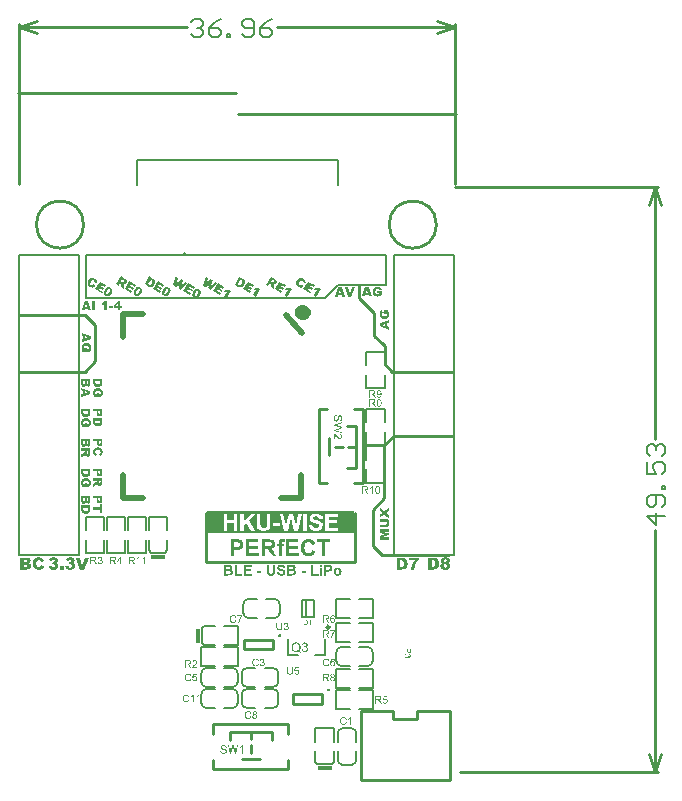
<source format=gto>
G04*
G04 #@! TF.GenerationSoftware,Altium Limited,Altium Designer,20.2.6 (244)*
G04*
G04 Layer_Color=65535*
%FSLAX25Y25*%
%MOIN*%
G70*
G04*
G04 #@! TF.SameCoordinates,311AA1CE-0284-405A-9FC1-4CD4DC225AB5*
G04*
G04*
G04 #@! TF.FilePolarity,Positive*
G04*
G01*
G75*
%ADD10C,0.01000*%
%ADD11C,0.00787*%
%ADD12C,0.00984*%
%ADD13C,0.02000*%
%ADD14C,0.00600*%
%ADD15R,0.04724X0.01181*%
%ADD16R,0.01181X0.04724*%
G36*
X21803Y-63753D02*
X21296D01*
X20359Y-64141D01*
X19641Y-64859D01*
X19253Y-65796D01*
Y-66303D01*
Y-66810D01*
X19641Y-67747D01*
X20359Y-68464D01*
X21296Y-68852D01*
X21803D01*
X22310D01*
X23247Y-68464D01*
X23964Y-67747D01*
X24352Y-66810D01*
Y-66303D01*
Y-65796D01*
X23964Y-64859D01*
X23247Y-64141D01*
X22310Y-63753D01*
X21803D01*
D01*
D02*
G37*
G36*
X28206Y-151095D02*
X27531D01*
Y-150471D01*
X28206D01*
Y-151095D01*
D02*
G37*
G36*
X14592Y-150415D02*
X14612D01*
X14638Y-150417D01*
X14694Y-150420D01*
X14758Y-150427D01*
X14826Y-150438D01*
X14903Y-150448D01*
X14982Y-150463D01*
X15064Y-150484D01*
X15148Y-150506D01*
X15232Y-150534D01*
X15311Y-150570D01*
X15390Y-150609D01*
X15461Y-150654D01*
X15528Y-150705D01*
X15533Y-150708D01*
X15543Y-150718D01*
X15558Y-150736D01*
X15581Y-150759D01*
X15607Y-150787D01*
X15635Y-150823D01*
X15665Y-150864D01*
X15699Y-150912D01*
X15732Y-150963D01*
X15762Y-151022D01*
X15793Y-151085D01*
X15818Y-151154D01*
X15844Y-151228D01*
X15862Y-151307D01*
X15875Y-151391D01*
X15882Y-151481D01*
X15171Y-151511D01*
Y-151509D01*
X15168Y-151498D01*
X15166Y-151486D01*
X15160Y-151468D01*
X15155Y-151445D01*
X15148Y-151419D01*
X15140Y-151391D01*
X15130Y-151361D01*
X15102Y-151297D01*
X15069Y-151233D01*
X15025Y-151172D01*
X15002Y-151144D01*
X14974Y-151121D01*
X14972Y-151119D01*
X14967Y-151116D01*
X14959Y-151111D01*
X14946Y-151103D01*
X14931Y-151093D01*
X14911Y-151083D01*
X14888Y-151073D01*
X14862Y-151060D01*
X14831Y-151050D01*
X14798Y-151040D01*
X14760Y-151029D01*
X14719Y-151019D01*
X14676Y-151011D01*
X14630Y-151006D01*
X14577Y-151001D01*
X14492D01*
X14472Y-151004D01*
X14446Y-151006D01*
X14416Y-151009D01*
X14383Y-151011D01*
X14345Y-151016D01*
X14268Y-151032D01*
X14186Y-151055D01*
X14146Y-151070D01*
X14107Y-151088D01*
X14072Y-151108D01*
X14036Y-151131D01*
X14031Y-151134D01*
X14018Y-151147D01*
X14000Y-151164D01*
X13980Y-151190D01*
X13960Y-151221D01*
X13942Y-151256D01*
X13929Y-151300D01*
X13926Y-151322D01*
X13924Y-151348D01*
Y-151350D01*
Y-151353D01*
X13926Y-151368D01*
X13929Y-151391D01*
X13937Y-151422D01*
X13949Y-151455D01*
X13967Y-151491D01*
X13993Y-151526D01*
X14028Y-151562D01*
X14031D01*
X14036Y-151567D01*
X14044Y-151572D01*
X14059Y-151583D01*
X14077Y-151593D01*
X14100Y-151605D01*
X14128Y-151618D01*
X14161Y-151634D01*
X14202Y-151651D01*
X14248Y-151669D01*
X14301Y-151690D01*
X14362Y-151710D01*
X14431Y-151733D01*
X14505Y-151753D01*
X14592Y-151776D01*
X14684Y-151799D01*
X14686D01*
X14689Y-151802D01*
X14696D01*
X14707Y-151804D01*
X14732Y-151812D01*
X14768Y-151820D01*
X14811Y-151832D01*
X14862Y-151845D01*
X14916Y-151860D01*
X14974Y-151876D01*
X15036Y-151896D01*
X15099Y-151914D01*
X15227Y-151957D01*
X15288Y-151980D01*
X15347Y-152006D01*
X15403Y-152029D01*
X15451Y-152054D01*
X15454Y-152057D01*
X15461Y-152059D01*
X15474Y-152067D01*
X15492Y-152077D01*
X15512Y-152093D01*
X15538Y-152108D01*
X15563Y-152126D01*
X15594Y-152149D01*
X15625Y-152172D01*
X15655Y-152200D01*
X15688Y-152228D01*
X15721Y-152261D01*
X15785Y-152332D01*
X15813Y-152373D01*
X15841Y-152414D01*
X15844Y-152417D01*
X15846Y-152424D01*
X15854Y-152437D01*
X15864Y-152455D01*
X15875Y-152478D01*
X15887Y-152503D01*
X15900Y-152534D01*
X15913Y-152569D01*
X15925Y-152608D01*
X15938Y-152651D01*
X15951Y-152697D01*
X15961Y-152745D01*
X15971Y-152799D01*
X15979Y-152855D01*
X15982Y-152914D01*
X15984Y-152975D01*
Y-152977D01*
Y-152988D01*
Y-153006D01*
X15982Y-153026D01*
X15979Y-153054D01*
X15974Y-153085D01*
X15969Y-153120D01*
X15964Y-153158D01*
X15954Y-153202D01*
X15943Y-153248D01*
X15928Y-153294D01*
X15913Y-153342D01*
X15892Y-153393D01*
X15869Y-153444D01*
X15844Y-153493D01*
X15813Y-153544D01*
X15811Y-153546D01*
X15806Y-153554D01*
X15795Y-153569D01*
X15783Y-153587D01*
X15765Y-153607D01*
X15744Y-153633D01*
X15719Y-153661D01*
X15691Y-153691D01*
X15658Y-153722D01*
X15622Y-153755D01*
X15584Y-153788D01*
X15540Y-153819D01*
X15495Y-153852D01*
X15446Y-153883D01*
X15393Y-153911D01*
X15336Y-153936D01*
X15334Y-153939D01*
X15324Y-153941D01*
X15306Y-153949D01*
X15280Y-153957D01*
X15252Y-153967D01*
X15217Y-153977D01*
X15173Y-153987D01*
X15127Y-154000D01*
X15074Y-154013D01*
X15015Y-154023D01*
X14951Y-154033D01*
X14885Y-154043D01*
X14814Y-154051D01*
X14737Y-154059D01*
X14656Y-154061D01*
X14571Y-154064D01*
X14526D01*
X14508Y-154061D01*
X14485D01*
X14462Y-154059D01*
X14406Y-154053D01*
X14339Y-154049D01*
X14268Y-154038D01*
X14191Y-154025D01*
X14110Y-154008D01*
X14026Y-153987D01*
X13939Y-153964D01*
X13855Y-153934D01*
X13771Y-153898D01*
X13689Y-153857D01*
X13613Y-153809D01*
X13541Y-153755D01*
X13536Y-153753D01*
X13526Y-153740D01*
X13508Y-153722D01*
X13485Y-153697D01*
X13457Y-153666D01*
X13424Y-153625D01*
X13391Y-153579D01*
X13355Y-153526D01*
X13317Y-153467D01*
X13281Y-153398D01*
X13245Y-153324D01*
X13212Y-153245D01*
X13179Y-153156D01*
X13154Y-153062D01*
X13131Y-152960D01*
X13115Y-152852D01*
X13809Y-152786D01*
Y-152791D01*
X13812Y-152802D01*
X13817Y-152819D01*
X13822Y-152842D01*
X13829Y-152873D01*
X13840Y-152906D01*
X13850Y-152942D01*
X13862Y-152980D01*
X13898Y-153064D01*
X13919Y-153108D01*
X13942Y-153151D01*
X13967Y-153192D01*
X13995Y-153230D01*
X14028Y-153266D01*
X14061Y-153299D01*
X14064Y-153301D01*
X14072Y-153306D01*
X14082Y-153314D01*
X14097Y-153324D01*
X14115Y-153337D01*
X14141Y-153350D01*
X14166Y-153365D01*
X14199Y-153380D01*
X14232Y-153396D01*
X14273Y-153411D01*
X14314Y-153424D01*
X14360Y-153436D01*
X14411Y-153447D01*
X14464Y-153454D01*
X14520Y-153459D01*
X14579Y-153462D01*
X14612D01*
X14635Y-153459D01*
X14663Y-153457D01*
X14696Y-153454D01*
X14735Y-153449D01*
X14773Y-153444D01*
X14857Y-153426D01*
X14900Y-153413D01*
X14944Y-153401D01*
X14985Y-153383D01*
X15025Y-153365D01*
X15064Y-153342D01*
X15097Y-153317D01*
X15099Y-153314D01*
X15104Y-153309D01*
X15112Y-153301D01*
X15125Y-153291D01*
X15137Y-153276D01*
X15153Y-153261D01*
X15168Y-153240D01*
X15186Y-153220D01*
X15217Y-153169D01*
X15245Y-153113D01*
X15257Y-153079D01*
X15265Y-153049D01*
X15270Y-153013D01*
X15273Y-152977D01*
Y-152975D01*
Y-152972D01*
Y-152957D01*
X15270Y-152934D01*
X15262Y-152903D01*
X15255Y-152870D01*
X15242Y-152835D01*
X15224Y-152799D01*
X15199Y-152766D01*
X15196Y-152761D01*
X15183Y-152751D01*
X15166Y-152735D01*
X15140Y-152712D01*
X15104Y-152689D01*
X15058Y-152661D01*
X15005Y-152636D01*
X14974Y-152623D01*
X14941Y-152610D01*
X14939D01*
X14936Y-152608D01*
X14926Y-152605D01*
X14916Y-152603D01*
X14898Y-152597D01*
X14877Y-152590D01*
X14852Y-152582D01*
X14824Y-152575D01*
X14788Y-152564D01*
X14747Y-152554D01*
X14702Y-152541D01*
X14648Y-152526D01*
X14589Y-152511D01*
X14523Y-152496D01*
X14449Y-152478D01*
X14370Y-152457D01*
X14367D01*
X14362Y-152455D01*
X14355D01*
X14345Y-152450D01*
X14332Y-152447D01*
X14317Y-152442D01*
X14278Y-152432D01*
X14230Y-152419D01*
X14176Y-152401D01*
X14118Y-152381D01*
X14056Y-152360D01*
X13990Y-152335D01*
X13924Y-152309D01*
X13855Y-152281D01*
X13791Y-152251D01*
X13727Y-152218D01*
X13669Y-152182D01*
X13615Y-152146D01*
X13567Y-152108D01*
X13564Y-152105D01*
X13554Y-152095D01*
X13536Y-152077D01*
X13516Y-152057D01*
X13493Y-152029D01*
X13465Y-151993D01*
X13434Y-151955D01*
X13406Y-151909D01*
X13375Y-151860D01*
X13345Y-151807D01*
X13317Y-151748D01*
X13294Y-151687D01*
X13273Y-151621D01*
X13256Y-151549D01*
X13245Y-151476D01*
X13243Y-151399D01*
Y-151397D01*
Y-151386D01*
Y-151374D01*
X13245Y-151353D01*
X13248Y-151330D01*
X13251Y-151302D01*
X13256Y-151269D01*
X13261Y-151233D01*
X13271Y-151198D01*
X13279Y-151157D01*
X13291Y-151116D01*
X13307Y-151073D01*
X13325Y-151027D01*
X13345Y-150983D01*
X13368Y-150937D01*
X13393Y-150894D01*
X13396Y-150892D01*
X13401Y-150884D01*
X13409Y-150871D01*
X13421Y-150856D01*
X13437Y-150835D01*
X13457Y-150812D01*
X13480Y-150790D01*
X13506Y-150761D01*
X13536Y-150733D01*
X13569Y-150703D01*
X13605Y-150675D01*
X13643Y-150644D01*
X13687Y-150616D01*
X13733Y-150588D01*
X13781Y-150560D01*
X13835Y-150537D01*
X13837Y-150534D01*
X13847Y-150532D01*
X13865Y-150524D01*
X13885Y-150517D01*
X13914Y-150509D01*
X13947Y-150496D01*
X13985Y-150486D01*
X14028Y-150473D01*
X14077Y-150463D01*
X14130Y-150450D01*
X14186Y-150440D01*
X14248Y-150433D01*
X14314Y-150422D01*
X14383Y-150417D01*
X14454Y-150415D01*
X14528Y-150412D01*
X14574D01*
X14592Y-150415D01*
D02*
G37*
G36*
X22760Y-153059D02*
X21431D01*
Y-152383D01*
X22760D01*
Y-153059D01*
D02*
G37*
G36*
X7972D02*
X6644D01*
Y-152383D01*
X7972D01*
Y-153059D01*
D02*
G37*
G36*
X12544Y-152327D02*
Y-152330D01*
Y-152335D01*
Y-152342D01*
Y-152355D01*
Y-152371D01*
Y-152388D01*
Y-152409D01*
Y-152429D01*
X12542Y-152483D01*
Y-152541D01*
X12539Y-152608D01*
X12537Y-152676D01*
X12534Y-152751D01*
X12529Y-152824D01*
X12526Y-152901D01*
X12519Y-152975D01*
X12514Y-153044D01*
X12506Y-153110D01*
X12496Y-153171D01*
X12486Y-153225D01*
Y-153227D01*
X12483Y-153238D01*
X12481Y-153250D01*
X12473Y-153268D01*
X12468Y-153291D01*
X12460Y-153317D01*
X12450Y-153347D01*
X12437Y-153378D01*
X12406Y-153449D01*
X12371Y-153523D01*
X12325Y-153597D01*
X12271Y-153668D01*
X12269Y-153671D01*
X12264Y-153676D01*
X12256Y-153686D01*
X12243Y-153699D01*
X12228Y-153712D01*
X12210Y-153730D01*
X12187Y-153750D01*
X12162Y-153770D01*
X12134Y-153794D01*
X12103Y-153816D01*
X12070Y-153839D01*
X12032Y-153865D01*
X11993Y-153888D01*
X11950Y-153911D01*
X11907Y-153934D01*
X11858Y-153954D01*
X11856D01*
X11846Y-153959D01*
X11833Y-153964D01*
X11812Y-153972D01*
X11784Y-153980D01*
X11754Y-153987D01*
X11718Y-153998D01*
X11677Y-154008D01*
X11629Y-154018D01*
X11578Y-154028D01*
X11522Y-154036D01*
X11463Y-154043D01*
X11397Y-154051D01*
X11330Y-154056D01*
X11256Y-154059D01*
X11180Y-154061D01*
X11131D01*
X11096Y-154059D01*
X11055D01*
X11007Y-154056D01*
X10953Y-154051D01*
X10894Y-154046D01*
X10833Y-154041D01*
X10769Y-154033D01*
X10642Y-154013D01*
X10581Y-154000D01*
X10520Y-153985D01*
X10463Y-153967D01*
X10412Y-153946D01*
X10410Y-153944D01*
X10402Y-153941D01*
X10387Y-153934D01*
X10369Y-153926D01*
X10349Y-153913D01*
X10323Y-153901D01*
X10295Y-153883D01*
X10265Y-153865D01*
X10198Y-153822D01*
X10129Y-153768D01*
X10061Y-153709D01*
X9999Y-153643D01*
X9997Y-153640D01*
X9992Y-153635D01*
X9984Y-153625D01*
X9976Y-153610D01*
X9964Y-153595D01*
X9948Y-153574D01*
X9933Y-153549D01*
X9918Y-153523D01*
X9885Y-153464D01*
X9851Y-153398D01*
X9823Y-153327D01*
X9800Y-153250D01*
Y-153248D01*
X9798Y-153235D01*
X9795Y-153217D01*
X9790Y-153194D01*
X9785Y-153161D01*
X9777Y-153123D01*
X9772Y-153077D01*
X9767Y-153023D01*
X9760Y-152965D01*
X9754Y-152898D01*
X9747Y-152824D01*
X9742Y-152745D01*
X9739Y-152659D01*
X9734Y-152564D01*
X9732Y-152462D01*
Y-152355D01*
Y-150471D01*
X10443D01*
Y-152383D01*
Y-152388D01*
Y-152404D01*
Y-152427D01*
Y-152457D01*
Y-152493D01*
X10446Y-152534D01*
Y-152580D01*
Y-152628D01*
X10448Y-152727D01*
X10451Y-152778D01*
X10453Y-152824D01*
X10456Y-152870D01*
X10461Y-152911D01*
X10463Y-152947D01*
X10469Y-152975D01*
Y-152977D01*
X10471Y-152985D01*
X10474Y-152995D01*
X10479Y-153011D01*
X10484Y-153028D01*
X10492Y-153051D01*
X10512Y-153100D01*
X10542Y-153156D01*
X10578Y-153212D01*
X10601Y-153240D01*
X10627Y-153268D01*
X10655Y-153296D01*
X10685Y-153322D01*
X10688Y-153324D01*
X10693Y-153327D01*
X10703Y-153334D01*
X10716Y-153342D01*
X10734Y-153352D01*
X10757Y-153363D01*
X10780Y-153375D01*
X10810Y-153385D01*
X10841Y-153398D01*
X10876Y-153411D01*
X10915Y-153421D01*
X10958Y-153431D01*
X11004Y-153439D01*
X11050Y-153447D01*
X11103Y-153449D01*
X11157Y-153452D01*
X11185D01*
X11208Y-153449D01*
X11231D01*
X11261Y-153444D01*
X11292Y-153442D01*
X11328Y-153436D01*
X11402Y-153421D01*
X11478Y-153401D01*
X11550Y-153370D01*
X11583Y-153350D01*
X11614Y-153329D01*
X11616Y-153327D01*
X11621Y-153324D01*
X11629Y-153317D01*
X11639Y-153306D01*
X11664Y-153281D01*
X11695Y-153245D01*
X11728Y-153199D01*
X11759Y-153148D01*
X11782Y-153090D01*
X11792Y-153059D01*
X11800Y-153026D01*
Y-153023D01*
X11802Y-153018D01*
Y-153006D01*
X11805Y-152990D01*
X11807Y-152970D01*
X11810Y-152947D01*
X11812Y-152916D01*
X11817Y-152883D01*
X11820Y-152842D01*
X11823Y-152799D01*
X11825Y-152751D01*
X11828Y-152694D01*
X11830Y-152636D01*
Y-152569D01*
X11833Y-152501D01*
Y-152424D01*
Y-150471D01*
X12544D01*
Y-152327D01*
D02*
G37*
G36*
X30203Y-150473D02*
X30262D01*
X30325Y-150476D01*
X30394Y-150478D01*
X30537Y-150484D01*
X30608Y-150489D01*
X30677Y-150494D01*
X30741Y-150499D01*
X30800Y-150506D01*
X30851Y-150514D01*
X30871Y-150519D01*
X30891Y-150524D01*
X30894D01*
X30904Y-150529D01*
X30922Y-150534D01*
X30942Y-150540D01*
X30968Y-150550D01*
X30999Y-150563D01*
X31032Y-150578D01*
X31070Y-150598D01*
X31108Y-150619D01*
X31149Y-150644D01*
X31190Y-150672D01*
X31233Y-150703D01*
X31277Y-150739D01*
X31320Y-150779D01*
X31361Y-150823D01*
X31399Y-150871D01*
X31401Y-150874D01*
X31409Y-150884D01*
X31419Y-150899D01*
X31432Y-150920D01*
X31447Y-150945D01*
X31465Y-150978D01*
X31483Y-151014D01*
X31503Y-151057D01*
X31521Y-151103D01*
X31539Y-151154D01*
X31557Y-151210D01*
X31572Y-151271D01*
X31588Y-151338D01*
X31598Y-151407D01*
X31603Y-151481D01*
X31605Y-151557D01*
Y-151560D01*
Y-151572D01*
Y-151588D01*
X31603Y-151611D01*
Y-151639D01*
X31600Y-151672D01*
X31595Y-151707D01*
X31590Y-151748D01*
X31585Y-151789D01*
X31577Y-151835D01*
X31554Y-151927D01*
X31526Y-152019D01*
X31506Y-152062D01*
X31486Y-152105D01*
X31483Y-152108D01*
X31481Y-152115D01*
X31473Y-152126D01*
X31465Y-152141D01*
X31452Y-152159D01*
X31440Y-152182D01*
X31404Y-152230D01*
X31361Y-152286D01*
X31310Y-152345D01*
X31251Y-152401D01*
X31187Y-152452D01*
X31185Y-152455D01*
X31180Y-152457D01*
X31169Y-152465D01*
X31157Y-152472D01*
X31139Y-152483D01*
X31121Y-152496D01*
X31098Y-152508D01*
X31073Y-152521D01*
X31016Y-152549D01*
X30955Y-152577D01*
X30889Y-152603D01*
X30817Y-152620D01*
X30815D01*
X30805Y-152623D01*
X30792Y-152626D01*
X30769Y-152628D01*
X30744Y-152631D01*
X30710Y-152636D01*
X30675Y-152641D01*
X30629Y-152643D01*
X30580Y-152648D01*
X30527Y-152654D01*
X30466Y-152659D01*
X30399Y-152661D01*
X30328Y-152664D01*
X30251Y-152666D01*
X30167Y-152669D01*
X29616D01*
Y-154000D01*
X28905D01*
Y-150471D01*
X30149D01*
X30203Y-150473D01*
D02*
G37*
G36*
X28206Y-154000D02*
X27531D01*
Y-151442D01*
X28206D01*
Y-154000D01*
D02*
G37*
G36*
X25253Y-153403D02*
X27026D01*
Y-154000D01*
X24542D01*
Y-150501D01*
X25253D01*
Y-153403D01*
D02*
G37*
G36*
X18139Y-150473D02*
X18182D01*
X18231Y-150476D01*
X18333Y-150478D01*
X18435Y-150486D01*
X18486Y-150489D01*
X18534Y-150494D01*
X18577Y-150501D01*
X18618Y-150506D01*
X18621D01*
X18629Y-150509D01*
X18639Y-150512D01*
X18654Y-150514D01*
X18672Y-150519D01*
X18692Y-150524D01*
X18715Y-150529D01*
X18743Y-150537D01*
X18799Y-150557D01*
X18861Y-150583D01*
X18924Y-150616D01*
X18988Y-150654D01*
X18991D01*
X18996Y-150660D01*
X19003Y-150665D01*
X19016Y-150675D01*
X19044Y-150698D01*
X19082Y-150731D01*
X19126Y-150774D01*
X19172Y-150825D01*
X19215Y-150881D01*
X19258Y-150948D01*
X19261Y-150950D01*
X19263Y-150955D01*
X19268Y-150965D01*
X19276Y-150981D01*
X19284Y-150996D01*
X19294Y-151016D01*
X19304Y-151042D01*
X19314Y-151067D01*
X19325Y-151098D01*
X19332Y-151129D01*
X19350Y-151200D01*
X19363Y-151277D01*
X19368Y-151317D01*
Y-151361D01*
Y-151363D01*
Y-151371D01*
Y-151384D01*
X19365Y-151401D01*
X19363Y-151425D01*
X19360Y-151450D01*
X19358Y-151478D01*
X19350Y-151511D01*
X19335Y-151580D01*
X19312Y-151656D01*
X19297Y-151695D01*
X19279Y-151736D01*
X19256Y-151776D01*
X19233Y-151815D01*
X19230Y-151817D01*
X19228Y-151825D01*
X19220Y-151835D01*
X19210Y-151848D01*
X19195Y-151866D01*
X19179Y-151886D01*
X19159Y-151906D01*
X19139Y-151932D01*
X19113Y-151955D01*
X19087Y-151980D01*
X19026Y-152034D01*
X18955Y-152082D01*
X18873Y-152126D01*
X18876D01*
X18889Y-152131D01*
X18904Y-152136D01*
X18927Y-152144D01*
X18952Y-152154D01*
X18983Y-152167D01*
X19019Y-152182D01*
X19057Y-152200D01*
X19095Y-152220D01*
X19136Y-152243D01*
X19177Y-152271D01*
X19218Y-152299D01*
X19258Y-152330D01*
X19297Y-152366D01*
X19335Y-152404D01*
X19368Y-152445D01*
X19371Y-152447D01*
X19376Y-152455D01*
X19383Y-152468D01*
X19396Y-152485D01*
X19409Y-152506D01*
X19424Y-152531D01*
X19439Y-152562D01*
X19455Y-152595D01*
X19470Y-152633D01*
X19488Y-152674D01*
X19501Y-152717D01*
X19513Y-152766D01*
X19526Y-152814D01*
X19534Y-152868D01*
X19539Y-152921D01*
X19541Y-152977D01*
Y-152980D01*
Y-152988D01*
Y-153000D01*
X19539Y-153018D01*
Y-153041D01*
X19536Y-153064D01*
X19531Y-153095D01*
X19529Y-153125D01*
X19521Y-153161D01*
X19513Y-153197D01*
X19493Y-153276D01*
X19467Y-153360D01*
X19450Y-153403D01*
X19429Y-153447D01*
Y-153449D01*
X19424Y-153457D01*
X19417Y-153470D01*
X19409Y-153485D01*
X19399Y-153503D01*
X19383Y-153526D01*
X19350Y-153577D01*
X19304Y-153635D01*
X19253Y-153697D01*
X19192Y-153755D01*
X19123Y-153811D01*
X19121Y-153814D01*
X19116Y-153816D01*
X19103Y-153824D01*
X19087Y-153832D01*
X19070Y-153844D01*
X19047Y-153855D01*
X19021Y-153870D01*
X18991Y-153883D01*
X18958Y-153898D01*
X18922Y-153911D01*
X18881Y-153926D01*
X18840Y-153939D01*
X18794Y-153952D01*
X18746Y-153962D01*
X18644Y-153977D01*
X18636D01*
X18623Y-153980D01*
X18606D01*
X18583Y-153982D01*
X18552Y-153985D01*
X18516D01*
X18470Y-153987D01*
X18417Y-153990D01*
X18356Y-153992D01*
X18287D01*
X18208Y-153995D01*
X18164D01*
X18119Y-153998D01*
X18016D01*
X17963Y-154000D01*
X16586D01*
Y-150471D01*
X18101D01*
X18139Y-150473D01*
D02*
G37*
G36*
X4685Y-151067D02*
X2780D01*
Y-151850D01*
X4552D01*
Y-152447D01*
X2780D01*
Y-153403D01*
X4751D01*
Y-154000D01*
X2069D01*
Y-150471D01*
X4685D01*
Y-151067D01*
D02*
G37*
G36*
X-213Y-153403D02*
X1559D01*
Y-154000D01*
X-925D01*
Y-150501D01*
X-213D01*
Y-153403D01*
D02*
G37*
G36*
X-2947Y-150473D02*
X-2904D01*
X-2855Y-150476D01*
X-2753Y-150478D01*
X-2651Y-150486D01*
X-2600Y-150489D01*
X-2552Y-150494D01*
X-2508Y-150501D01*
X-2468Y-150506D01*
X-2465D01*
X-2458Y-150509D01*
X-2447Y-150512D01*
X-2432Y-150514D01*
X-2414Y-150519D01*
X-2394Y-150524D01*
X-2371Y-150529D01*
X-2343Y-150537D01*
X-2287Y-150557D01*
X-2225Y-150583D01*
X-2162Y-150616D01*
X-2098Y-150654D01*
X-2095D01*
X-2090Y-150660D01*
X-2083Y-150665D01*
X-2070Y-150675D01*
X-2042Y-150698D01*
X-2004Y-150731D01*
X-1960Y-150774D01*
X-1914Y-150825D01*
X-1871Y-150881D01*
X-1828Y-150948D01*
X-1825Y-150950D01*
X-1822Y-150955D01*
X-1817Y-150965D01*
X-1810Y-150981D01*
X-1802Y-150996D01*
X-1792Y-151016D01*
X-1782Y-151042D01*
X-1771Y-151067D01*
X-1761Y-151098D01*
X-1754Y-151129D01*
X-1736Y-151200D01*
X-1723Y-151277D01*
X-1718Y-151317D01*
Y-151361D01*
Y-151363D01*
Y-151371D01*
Y-151384D01*
X-1720Y-151401D01*
X-1723Y-151425D01*
X-1726Y-151450D01*
X-1728Y-151478D01*
X-1736Y-151511D01*
X-1751Y-151580D01*
X-1774Y-151656D01*
X-1789Y-151695D01*
X-1807Y-151736D01*
X-1830Y-151776D01*
X-1853Y-151815D01*
X-1856Y-151817D01*
X-1858Y-151825D01*
X-1866Y-151835D01*
X-1876Y-151848D01*
X-1891Y-151866D01*
X-1907Y-151886D01*
X-1927Y-151906D01*
X-1947Y-151932D01*
X-1973Y-151955D01*
X-1998Y-151980D01*
X-2060Y-152034D01*
X-2131Y-152082D01*
X-2213Y-152126D01*
X-2210D01*
X-2197Y-152131D01*
X-2182Y-152136D01*
X-2159Y-152144D01*
X-2134Y-152154D01*
X-2103Y-152167D01*
X-2067Y-152182D01*
X-2029Y-152200D01*
X-1991Y-152220D01*
X-1950Y-152243D01*
X-1909Y-152271D01*
X-1868Y-152299D01*
X-1828Y-152330D01*
X-1789Y-152366D01*
X-1751Y-152404D01*
X-1718Y-152445D01*
X-1715Y-152447D01*
X-1710Y-152455D01*
X-1703Y-152468D01*
X-1690Y-152485D01*
X-1677Y-152506D01*
X-1662Y-152531D01*
X-1647Y-152562D01*
X-1631Y-152595D01*
X-1616Y-152633D01*
X-1598Y-152674D01*
X-1585Y-152717D01*
X-1573Y-152766D01*
X-1560Y-152814D01*
X-1552Y-152868D01*
X-1547Y-152921D01*
X-1544Y-152977D01*
Y-152980D01*
Y-152988D01*
Y-153000D01*
X-1547Y-153018D01*
Y-153041D01*
X-1550Y-153064D01*
X-1555Y-153095D01*
X-1557Y-153125D01*
X-1565Y-153161D01*
X-1573Y-153197D01*
X-1593Y-153276D01*
X-1619Y-153360D01*
X-1636Y-153403D01*
X-1657Y-153447D01*
Y-153449D01*
X-1662Y-153457D01*
X-1670Y-153470D01*
X-1677Y-153485D01*
X-1687Y-153503D01*
X-1703Y-153526D01*
X-1736Y-153577D01*
X-1782Y-153635D01*
X-1833Y-153697D01*
X-1894Y-153755D01*
X-1963Y-153811D01*
X-1965Y-153814D01*
X-1970Y-153816D01*
X-1983Y-153824D01*
X-1998Y-153832D01*
X-2016Y-153844D01*
X-2039Y-153855D01*
X-2065Y-153870D01*
X-2095Y-153883D01*
X-2128Y-153898D01*
X-2164Y-153911D01*
X-2205Y-153926D01*
X-2246Y-153939D01*
X-2292Y-153952D01*
X-2340Y-153962D01*
X-2442Y-153977D01*
X-2450D01*
X-2462Y-153980D01*
X-2480D01*
X-2503Y-153982D01*
X-2534Y-153985D01*
X-2570D01*
X-2616Y-153987D01*
X-2669Y-153990D01*
X-2730Y-153992D01*
X-2799D01*
X-2878Y-153995D01*
X-2922D01*
X-2967Y-153998D01*
X-3070D01*
X-3123Y-154000D01*
X-4500D01*
Y-150471D01*
X-2985D01*
X-2947Y-150473D01*
D02*
G37*
G36*
X33385Y-151389D02*
X33401D01*
X33441Y-151391D01*
X33490Y-151396D01*
X33549Y-151407D01*
X33612Y-151417D01*
X33681Y-151432D01*
X33755Y-151453D01*
X33832Y-151478D01*
X33911Y-151509D01*
X33992Y-151544D01*
X34071Y-151588D01*
X34148Y-151639D01*
X34224Y-151697D01*
X34296Y-151764D01*
X34301Y-151769D01*
X34311Y-151781D01*
X34331Y-151802D01*
X34354Y-151832D01*
X34382Y-151868D01*
X34413Y-151914D01*
X34446Y-151965D01*
X34482Y-152024D01*
X34517Y-152090D01*
X34551Y-152161D01*
X34581Y-152241D01*
X34609Y-152325D01*
X34635Y-152416D01*
X34653Y-152511D01*
X34663Y-152613D01*
X34668Y-152717D01*
Y-152720D01*
Y-152725D01*
Y-152733D01*
Y-152743D01*
X34665Y-152756D01*
Y-152773D01*
X34663Y-152814D01*
X34658Y-152863D01*
X34648Y-152921D01*
X34637Y-152985D01*
X34622Y-153054D01*
X34602Y-153128D01*
X34576Y-153207D01*
X34546Y-153286D01*
X34510Y-153368D01*
X34467Y-153447D01*
X34418Y-153528D01*
X34359Y-153605D01*
X34293Y-153679D01*
X34288Y-153684D01*
X34275Y-153694D01*
X34255Y-153714D01*
X34227Y-153737D01*
X34189Y-153768D01*
X34145Y-153798D01*
X34094Y-153834D01*
X34036Y-153867D01*
X33969Y-153903D01*
X33898Y-153939D01*
X33821Y-153969D01*
X33737Y-154000D01*
X33648Y-154023D01*
X33554Y-154043D01*
X33454Y-154053D01*
X33350Y-154059D01*
X33314D01*
X33291Y-154056D01*
X33258Y-154053D01*
X33222Y-154051D01*
X33179Y-154046D01*
X33133Y-154038D01*
X33084Y-154031D01*
X33031Y-154020D01*
X32975Y-154008D01*
X32919Y-153992D01*
X32860Y-153974D01*
X32799Y-153952D01*
X32740Y-153929D01*
X32679Y-153901D01*
X32676Y-153898D01*
X32666Y-153893D01*
X32648Y-153883D01*
X32625Y-153870D01*
X32600Y-153855D01*
X32569Y-153834D01*
X32536Y-153811D01*
X32498Y-153783D01*
X32460Y-153753D01*
X32421Y-153717D01*
X32381Y-153679D01*
X32340Y-153638D01*
X32302Y-153592D01*
X32263Y-153543D01*
X32228Y-153492D01*
X32195Y-153436D01*
X32192Y-153434D01*
X32187Y-153421D01*
X32179Y-153406D01*
X32169Y-153380D01*
X32156Y-153352D01*
X32141Y-153317D01*
X32128Y-153273D01*
X32113Y-153227D01*
X32095Y-153174D01*
X32082Y-153118D01*
X32067Y-153057D01*
X32054Y-152990D01*
X32044Y-152919D01*
X32036Y-152845D01*
X32031Y-152768D01*
X32029Y-152687D01*
Y-152682D01*
Y-152671D01*
Y-152654D01*
X32031Y-152628D01*
X32034Y-152600D01*
X32036Y-152564D01*
X32041Y-152524D01*
X32049Y-152480D01*
X32059Y-152432D01*
X32070Y-152381D01*
X32082Y-152327D01*
X32098Y-152271D01*
X32118Y-152212D01*
X32141Y-152154D01*
X32166Y-152095D01*
X32195Y-152036D01*
X32197Y-152034D01*
X32202Y-152024D01*
X32212Y-152006D01*
X32225Y-151986D01*
X32243Y-151957D01*
X32263Y-151927D01*
X32286Y-151894D01*
X32314Y-151858D01*
X32348Y-151820D01*
X32383Y-151779D01*
X32421Y-151741D01*
X32462Y-151700D01*
X32508Y-151662D01*
X32557Y-151623D01*
X32608Y-151588D01*
X32664Y-151555D01*
X32666Y-151552D01*
X32676Y-151547D01*
X32694Y-151539D01*
X32717Y-151529D01*
X32745Y-151516D01*
X32781Y-151501D01*
X32819Y-151486D01*
X32863Y-151470D01*
X32911Y-151455D01*
X32965Y-151440D01*
X33021Y-151425D01*
X33079Y-151412D01*
X33143Y-151401D01*
X33207Y-151394D01*
X33276Y-151389D01*
X33345Y-151386D01*
X33370D01*
X33385Y-151389D01*
D02*
G37*
G36*
X-41485Y-64719D02*
X-42712D01*
Y-64065D01*
X-41485D01*
Y-64719D01*
D02*
G37*
G36*
X-39034Y-64276D02*
X-38651D01*
Y-64929D01*
X-39034D01*
Y-65500D01*
X-39770D01*
Y-64929D01*
X-41308D01*
Y-64237D01*
X-39770Y-62409D01*
X-39034D01*
Y-64276D01*
D02*
G37*
G36*
X-43551Y-65500D02*
X-44405D01*
Y-63475D01*
X-44407Y-63478D01*
X-44413Y-63481D01*
X-44424Y-63489D01*
X-44441Y-63500D01*
X-44457Y-63514D01*
X-44480Y-63530D01*
X-44504Y-63547D01*
X-44532Y-63566D01*
X-44593Y-63605D01*
X-44662Y-63650D01*
X-44734Y-63691D01*
X-44806Y-63730D01*
X-44809D01*
X-44815Y-63736D01*
X-44826Y-63738D01*
X-44842Y-63747D01*
X-44859Y-63755D01*
X-44884Y-63766D01*
X-44909Y-63777D01*
X-44939Y-63788D01*
X-44973Y-63802D01*
X-45009Y-63819D01*
X-45050Y-63832D01*
X-45092Y-63849D01*
X-45139Y-63866D01*
X-45186Y-63882D01*
X-45291Y-63916D01*
Y-63223D01*
X-45285Y-63220D01*
X-45272Y-63218D01*
X-45250Y-63209D01*
X-45219Y-63198D01*
X-45183Y-63184D01*
X-45142Y-63168D01*
X-45097Y-63151D01*
X-45047Y-63129D01*
X-44995Y-63107D01*
X-44939Y-63082D01*
X-44829Y-63024D01*
X-44720Y-62960D01*
X-44671Y-62927D01*
X-44624Y-62891D01*
X-44621Y-62888D01*
X-44612Y-62882D01*
X-44601Y-62871D01*
X-44585Y-62855D01*
X-44565Y-62838D01*
X-44540Y-62813D01*
X-44515Y-62788D01*
X-44488Y-62758D01*
X-44457Y-62725D01*
X-44427Y-62688D01*
X-44396Y-62647D01*
X-44366Y-62605D01*
X-44335Y-62561D01*
X-44305Y-62511D01*
X-44249Y-62409D01*
X-43551D01*
Y-65500D01*
D02*
G37*
G36*
X-47413D02*
X-48355D01*
Y-62461D01*
X-47413D01*
Y-65500D01*
D02*
G37*
G36*
X-48693D02*
X-49676D01*
X-49828Y-64999D01*
X-50892D01*
X-51042Y-65500D01*
X-52000D01*
X-50859Y-62461D01*
X-49834D01*
X-48693Y-65500D01*
D02*
G37*
G36*
X50447Y-132507D02*
X49472Y-133106D01*
X50447Y-133704D01*
Y-134754D01*
X48866Y-133707D01*
X47409Y-134660D01*
Y-133626D01*
X48345Y-133086D01*
X47409Y-132565D01*
Y-131541D01*
X48882Y-132485D01*
X50447Y-131452D01*
Y-132507D01*
D02*
G37*
G36*
X49290Y-135072D02*
X49317Y-135075D01*
X49350Y-135078D01*
X49384Y-135081D01*
X49422Y-135083D01*
X49464Y-135092D01*
X49550Y-135106D01*
X49639Y-135128D01*
X49730Y-135155D01*
X49733D01*
X49741Y-135158D01*
X49752Y-135164D01*
X49769Y-135172D01*
X49791Y-135180D01*
X49816Y-135191D01*
X49841Y-135205D01*
X49871Y-135219D01*
X49938Y-135255D01*
X50007Y-135302D01*
X50079Y-135355D01*
X50148Y-135418D01*
X50151Y-135421D01*
X50156Y-135427D01*
X50165Y-135435D01*
X50179Y-135449D01*
X50192Y-135466D01*
X50209Y-135485D01*
X50229Y-135507D01*
X50248Y-135532D01*
X50289Y-135587D01*
X50331Y-135651D01*
X50370Y-135720D01*
X50400Y-135795D01*
Y-135798D01*
X50406Y-135806D01*
X50409Y-135823D01*
X50417Y-135842D01*
X50422Y-135870D01*
X50431Y-135900D01*
X50442Y-135936D01*
X50450Y-135978D01*
X50458Y-136025D01*
X50469Y-136075D01*
X50478Y-136128D01*
X50483Y-136186D01*
X50492Y-136247D01*
X50494Y-136313D01*
X50500Y-136380D01*
Y-136510D01*
X50497Y-136535D01*
Y-136596D01*
X50494Y-136629D01*
X50492Y-136668D01*
X50486Y-136751D01*
X50481Y-136839D01*
X50469Y-136936D01*
Y-136939D01*
X50467Y-136948D01*
Y-136961D01*
X50464Y-136981D01*
X50458Y-137003D01*
X50456Y-137028D01*
X50450Y-137058D01*
X50442Y-137089D01*
X50425Y-137158D01*
X50406Y-137230D01*
X50378Y-137305D01*
X50348Y-137374D01*
Y-137377D01*
X50342Y-137382D01*
X50336Y-137391D01*
X50331Y-137405D01*
X50320Y-137418D01*
X50309Y-137438D01*
X50278Y-137479D01*
X50242Y-137529D01*
X50198Y-137582D01*
X50145Y-137640D01*
X50085Y-137695D01*
X50082Y-137698D01*
X50076Y-137701D01*
X50068Y-137709D01*
X50054Y-137720D01*
X50040Y-137731D01*
X50021Y-137745D01*
X49976Y-137776D01*
X49924Y-137809D01*
X49866Y-137842D01*
X49802Y-137870D01*
X49736Y-137895D01*
X49733D01*
X49722Y-137898D01*
X49708Y-137903D01*
X49686Y-137909D01*
X49661Y-137914D01*
X49630Y-137923D01*
X49597Y-137931D01*
X49561Y-137936D01*
X49481Y-137953D01*
X49395Y-137967D01*
X49306Y-137978D01*
X49220Y-137981D01*
X47409D01*
Y-137045D01*
X49265D01*
X49267D01*
X49276D01*
X49290D01*
X49306Y-137042D01*
X49325Y-137039D01*
X49350Y-137036D01*
X49406Y-137028D01*
X49470Y-137011D01*
X49533Y-136986D01*
X49564Y-136972D01*
X49597Y-136953D01*
X49625Y-136934D01*
X49652Y-136909D01*
X49655Y-136906D01*
X49658Y-136903D01*
X49666Y-136895D01*
X49674Y-136884D01*
X49686Y-136870D01*
X49697Y-136853D01*
X49708Y-136831D01*
X49722Y-136809D01*
X49736Y-136784D01*
X49747Y-136754D01*
X49769Y-136690D01*
X49785Y-136612D01*
X49788Y-136571D01*
X49791Y-136527D01*
Y-136504D01*
X49788Y-136485D01*
X49785Y-136466D01*
X49782Y-136441D01*
X49774Y-136388D01*
X49758Y-136327D01*
X49733Y-136263D01*
X49719Y-136230D01*
X49700Y-136200D01*
X49680Y-136172D01*
X49655Y-136144D01*
X49652Y-136142D01*
X49650Y-136139D01*
X49641Y-136130D01*
X49630Y-136122D01*
X49616Y-136111D01*
X49597Y-136100D01*
X49578Y-136089D01*
X49555Y-136075D01*
X49528Y-136061D01*
X49500Y-136050D01*
X49467Y-136039D01*
X49431Y-136028D01*
X49395Y-136020D01*
X49353Y-136011D01*
X49312Y-136009D01*
X49265Y-136006D01*
X47409D01*
Y-135070D01*
X49220D01*
X49223D01*
X49231D01*
X49245D01*
X49265D01*
X49290Y-135072D01*
D02*
G37*
G36*
X50447Y-139352D02*
X48132D01*
X50447Y-139945D01*
Y-140640D01*
X48132Y-141230D01*
X50447D01*
Y-142000D01*
X47409D01*
Y-140765D01*
X49259Y-140291D01*
X47409Y-139817D01*
Y-138582D01*
X50447D01*
Y-139352D01*
D02*
G37*
G36*
X-49064Y-129142D02*
X-49067Y-129172D01*
X-49069Y-129211D01*
X-49075Y-129253D01*
X-49083Y-129300D01*
X-49092Y-129350D01*
X-49103Y-129402D01*
X-49116Y-129457D01*
X-49136Y-129516D01*
X-49155Y-129571D01*
X-49180Y-129627D01*
X-49211Y-129679D01*
X-49244Y-129729D01*
X-49283Y-129776D01*
X-49285Y-129779D01*
X-49294Y-129787D01*
X-49305Y-129798D01*
X-49321Y-129812D01*
X-49344Y-129832D01*
X-49369Y-129851D01*
X-49399Y-129873D01*
X-49432Y-129895D01*
X-49468Y-129915D01*
X-49510Y-129937D01*
X-49554Y-129956D01*
X-49604Y-129975D01*
X-49654Y-129989D01*
X-49706Y-130000D01*
X-49765Y-130009D01*
X-49823Y-130011D01*
X-49826D01*
X-49834D01*
X-49848D01*
X-49867Y-130009D01*
X-49892Y-130006D01*
X-49917Y-130003D01*
X-49947Y-129998D01*
X-49981Y-129989D01*
X-50053Y-129970D01*
X-50091Y-129956D01*
X-50130Y-129939D01*
X-50169Y-129920D01*
X-50208Y-129898D01*
X-50247Y-129873D01*
X-50283Y-129843D01*
X-50285D01*
X-50288Y-129837D01*
X-50305Y-129823D01*
X-50327Y-129796D01*
X-50357Y-129759D01*
X-50391Y-129715D01*
X-50424Y-129657D01*
X-50457Y-129590D01*
X-50488Y-129516D01*
Y-129518D01*
X-50490Y-129530D01*
X-50496Y-129546D01*
X-50501Y-129568D01*
X-50512Y-129596D01*
X-50524Y-129627D01*
X-50535Y-129663D01*
X-50551Y-129699D01*
X-50587Y-129776D01*
X-50634Y-129856D01*
X-50693Y-129931D01*
X-50723Y-129967D01*
X-50759Y-129998D01*
X-50762Y-130000D01*
X-50767Y-130003D01*
X-50778Y-130011D01*
X-50792Y-130023D01*
X-50812Y-130034D01*
X-50834Y-130048D01*
X-50862Y-130061D01*
X-50889Y-130075D01*
X-50923Y-130089D01*
X-50961Y-130103D01*
X-51000Y-130117D01*
X-51042Y-130128D01*
X-51086Y-130139D01*
X-51136Y-130147D01*
X-51186Y-130150D01*
X-51238Y-130153D01*
X-51241D01*
X-51249D01*
X-51260D01*
X-51277Y-130150D01*
X-51299D01*
X-51324Y-130147D01*
X-51352Y-130145D01*
X-51380Y-130139D01*
X-51446Y-130125D01*
X-51518Y-130106D01*
X-51593Y-130078D01*
X-51665Y-130042D01*
X-51668D01*
X-51673Y-130036D01*
X-51684Y-130031D01*
X-51695Y-130023D01*
X-51712Y-130011D01*
X-51731Y-129998D01*
X-51773Y-129962D01*
X-51820Y-129920D01*
X-51870Y-129867D01*
X-51920Y-129809D01*
X-51964Y-129740D01*
X-51967Y-129735D01*
X-51975Y-129718D01*
X-51981Y-129707D01*
X-51986Y-129690D01*
X-51995Y-129674D01*
X-52000Y-129651D01*
X-52008Y-129629D01*
X-52017Y-129602D01*
X-52025Y-129574D01*
X-52033Y-129541D01*
X-52042Y-129507D01*
X-52050Y-129469D01*
X-52058Y-129430D01*
X-52064Y-129385D01*
Y-129383D01*
X-52066Y-129372D01*
Y-129355D01*
X-52069Y-129333D01*
X-52072Y-129308D01*
X-52075Y-129280D01*
X-52083Y-129214D01*
X-52091Y-129142D01*
X-52097Y-129072D01*
X-52100Y-129042D01*
Y-129012D01*
X-52103Y-128987D01*
Y-127344D01*
X-49064D01*
Y-129142D01*
D02*
G37*
G36*
Y-132086D02*
X-49067Y-132117D01*
Y-132150D01*
X-49069Y-132192D01*
X-49072Y-132236D01*
X-49078Y-132286D01*
X-49083Y-132338D01*
X-49092Y-132391D01*
X-49111Y-132502D01*
X-49139Y-132613D01*
X-49158Y-132662D01*
X-49177Y-132712D01*
Y-132715D01*
X-49183Y-132723D01*
X-49189Y-132737D01*
X-49197Y-132754D01*
X-49211Y-132776D01*
X-49224Y-132801D01*
X-49241Y-132829D01*
X-49258Y-132862D01*
X-49305Y-132928D01*
X-49360Y-132998D01*
X-49424Y-133067D01*
X-49499Y-133133D01*
X-49501Y-133136D01*
X-49507Y-133142D01*
X-49521Y-133150D01*
X-49535Y-133161D01*
X-49554Y-133175D01*
X-49579Y-133189D01*
X-49607Y-133208D01*
X-49637Y-133225D01*
X-49670Y-133244D01*
X-49709Y-133266D01*
X-49748Y-133286D01*
X-49792Y-133305D01*
X-49884Y-133344D01*
X-49986Y-133374D01*
X-49989D01*
X-49997Y-133377D01*
X-50014Y-133383D01*
X-50033Y-133385D01*
X-50061Y-133391D01*
X-50091Y-133399D01*
X-50125Y-133405D01*
X-50164Y-133413D01*
X-50205Y-133419D01*
X-50252Y-133424D01*
X-50299Y-133432D01*
X-50352Y-133438D01*
X-50460Y-133446D01*
X-50573Y-133449D01*
X-50579D01*
X-50596D01*
X-50621D01*
X-50654Y-133446D01*
X-50695D01*
X-50742Y-133444D01*
X-50795Y-133441D01*
X-50850Y-133435D01*
X-50911Y-133430D01*
X-50972Y-133421D01*
X-51097Y-133402D01*
X-51161Y-133388D01*
X-51219Y-133374D01*
X-51277Y-133355D01*
X-51330Y-133335D01*
X-51332D01*
X-51341Y-133330D01*
X-51355Y-133324D01*
X-51374Y-133316D01*
X-51396Y-133305D01*
X-51424Y-133291D01*
X-51454Y-133275D01*
X-51487Y-133255D01*
X-51557Y-133211D01*
X-51634Y-133158D01*
X-51709Y-133097D01*
X-51781Y-133028D01*
X-51784Y-133025D01*
X-51789Y-133020D01*
X-51798Y-133009D01*
X-51809Y-132995D01*
X-51825Y-132975D01*
X-51842Y-132953D01*
X-51859Y-132928D01*
X-51878Y-132901D01*
X-51920Y-132840D01*
X-51959Y-132768D01*
X-51995Y-132690D01*
X-52008Y-132649D01*
X-52022Y-132607D01*
Y-132604D01*
X-52025Y-132593D01*
X-52030Y-132577D01*
X-52033Y-132554D01*
X-52042Y-132527D01*
X-52047Y-132496D01*
X-52055Y-132460D01*
X-52061Y-132421D01*
X-52069Y-132380D01*
X-52078Y-132333D01*
X-52089Y-132241D01*
X-52100Y-132144D01*
X-52103Y-132047D01*
Y-130654D01*
X-49064D01*
Y-132086D01*
D02*
G37*
G36*
X-45062Y-128923D02*
X-45065Y-128951D01*
Y-128984D01*
X-45070Y-129028D01*
X-45076Y-129075D01*
X-45081Y-129131D01*
X-45092Y-129189D01*
X-45106Y-129250D01*
X-45120Y-129311D01*
X-45142Y-129374D01*
X-45164Y-129438D01*
X-45192Y-129499D01*
X-45225Y-129560D01*
X-45261Y-129615D01*
X-45306Y-129665D01*
X-45309Y-129668D01*
X-45317Y-129676D01*
X-45331Y-129690D01*
X-45350Y-129704D01*
X-45375Y-129723D01*
X-45405Y-129746D01*
X-45441Y-129768D01*
X-45483Y-129793D01*
X-45530Y-129818D01*
X-45580Y-129840D01*
X-45638Y-129862D01*
X-45699Y-129881D01*
X-45766Y-129898D01*
X-45838Y-129909D01*
X-45915Y-129917D01*
X-45995Y-129920D01*
X-46001D01*
X-46015D01*
X-46040Y-129917D01*
X-46070Y-129915D01*
X-46109Y-129912D01*
X-46153Y-129906D01*
X-46203Y-129898D01*
X-46259Y-129887D01*
X-46314Y-129870D01*
X-46372Y-129854D01*
X-46433Y-129832D01*
X-46494Y-129804D01*
X-46552Y-129771D01*
X-46610Y-129735D01*
X-46666Y-129693D01*
X-46716Y-129643D01*
X-46718Y-129640D01*
X-46727Y-129629D01*
X-46741Y-129613D01*
X-46754Y-129590D01*
X-46777Y-129563D01*
X-46796Y-129527D01*
X-46821Y-129482D01*
X-46843Y-129433D01*
X-46868Y-129377D01*
X-46893Y-129316D01*
X-46912Y-129247D01*
X-46932Y-129169D01*
X-46948Y-129086D01*
X-46962Y-128998D01*
X-46970Y-128901D01*
X-46973Y-128798D01*
Y-128286D01*
X-48101D01*
Y-127344D01*
X-45062D01*
Y-128923D01*
D02*
G37*
G36*
Y-133053D02*
X-45813D01*
Y-132095D01*
X-48101D01*
Y-131156D01*
X-45813D01*
Y-130197D01*
X-45062D01*
Y-133053D01*
D02*
G37*
G36*
X-49011Y-119776D02*
X-49014Y-119807D01*
Y-119840D01*
X-49017Y-119881D01*
X-49020Y-119926D01*
X-49025Y-119975D01*
X-49031Y-120028D01*
X-49039Y-120081D01*
X-49058Y-120192D01*
X-49086Y-120302D01*
X-49105Y-120352D01*
X-49125Y-120402D01*
Y-120405D01*
X-49130Y-120413D01*
X-49136Y-120427D01*
X-49144Y-120444D01*
X-49158Y-120466D01*
X-49172Y-120491D01*
X-49188Y-120519D01*
X-49205Y-120552D01*
X-49252Y-120618D01*
X-49308Y-120687D01*
X-49371Y-120757D01*
X-49446Y-120823D01*
X-49449Y-120826D01*
X-49454Y-120832D01*
X-49468Y-120840D01*
X-49482Y-120851D01*
X-49501Y-120865D01*
X-49526Y-120879D01*
X-49554Y-120898D01*
X-49585Y-120915D01*
X-49618Y-120934D01*
X-49657Y-120956D01*
X-49695Y-120975D01*
X-49740Y-120995D01*
X-49831Y-121034D01*
X-49934Y-121064D01*
X-49936D01*
X-49945Y-121067D01*
X-49961Y-121072D01*
X-49981Y-121075D01*
X-50008Y-121081D01*
X-50039Y-121089D01*
X-50072Y-121095D01*
X-50111Y-121103D01*
X-50152Y-121108D01*
X-50200Y-121114D01*
X-50247Y-121122D01*
X-50299Y-121128D01*
X-50407Y-121136D01*
X-50521Y-121139D01*
X-50526D01*
X-50543D01*
X-50568D01*
X-50601Y-121136D01*
X-50643D01*
X-50690Y-121133D01*
X-50742Y-121131D01*
X-50798Y-121125D01*
X-50859Y-121119D01*
X-50920Y-121111D01*
X-51044Y-121092D01*
X-51108Y-121078D01*
X-51166Y-121064D01*
X-51224Y-121045D01*
X-51277Y-121025D01*
X-51280D01*
X-51288Y-121020D01*
X-51302Y-121014D01*
X-51321Y-121006D01*
X-51344Y-120995D01*
X-51371Y-120981D01*
X-51402Y-120964D01*
X-51435Y-120945D01*
X-51504Y-120901D01*
X-51582Y-120848D01*
X-51657Y-120787D01*
X-51728Y-120718D01*
X-51731Y-120715D01*
X-51737Y-120710D01*
X-51745Y-120698D01*
X-51756Y-120685D01*
X-51773Y-120665D01*
X-51789Y-120643D01*
X-51806Y-120618D01*
X-51825Y-120590D01*
X-51867Y-120529D01*
X-51906Y-120457D01*
X-51942Y-120380D01*
X-51956Y-120338D01*
X-51969Y-120297D01*
Y-120294D01*
X-51972Y-120283D01*
X-51978Y-120266D01*
X-51981Y-120244D01*
X-51989Y-120217D01*
X-51994Y-120186D01*
X-52003Y-120150D01*
X-52008Y-120111D01*
X-52017Y-120070D01*
X-52025Y-120023D01*
X-52036Y-119931D01*
X-52047Y-119834D01*
X-52050Y-119737D01*
Y-118344D01*
X-49011D01*
Y-119776D01*
D02*
G37*
G36*
X-50482Y-121516D02*
X-50449D01*
X-50405Y-121518D01*
X-50355Y-121524D01*
X-50299Y-121529D01*
X-50235Y-121538D01*
X-50172Y-121549D01*
X-50103Y-121563D01*
X-50030Y-121579D01*
X-49956Y-121599D01*
X-49884Y-121624D01*
X-49809Y-121651D01*
X-49737Y-121682D01*
X-49668Y-121718D01*
X-49662Y-121721D01*
X-49651Y-121726D01*
X-49632Y-121740D01*
X-49607Y-121757D01*
X-49576Y-121779D01*
X-49540Y-121804D01*
X-49501Y-121834D01*
X-49460Y-121870D01*
X-49416Y-121909D01*
X-49369Y-121956D01*
X-49321Y-122003D01*
X-49277Y-122059D01*
X-49230Y-122117D01*
X-49186Y-122180D01*
X-49147Y-122247D01*
X-49108Y-122319D01*
X-49105Y-122322D01*
X-49103Y-122333D01*
X-49094Y-122352D01*
X-49086Y-122374D01*
X-49072Y-122408D01*
X-49061Y-122444D01*
X-49047Y-122488D01*
X-49033Y-122538D01*
X-49020Y-122596D01*
X-49006Y-122657D01*
X-48992Y-122726D01*
X-48981Y-122798D01*
X-48972Y-122879D01*
X-48964Y-122964D01*
X-48961Y-123056D01*
X-48959Y-123150D01*
Y-123233D01*
X-48961Y-123275D01*
X-48964Y-123322D01*
X-48967Y-123374D01*
X-48970Y-123433D01*
X-48975Y-123491D01*
X-48981Y-123554D01*
X-48997Y-123679D01*
X-49008Y-123740D01*
X-49020Y-123798D01*
X-49033Y-123851D01*
X-49050Y-123901D01*
Y-123903D01*
X-49055Y-123912D01*
X-49058Y-123925D01*
X-49067Y-123942D01*
X-49078Y-123964D01*
X-49089Y-123989D01*
X-49103Y-124017D01*
X-49119Y-124047D01*
X-49161Y-124114D01*
X-49208Y-124183D01*
X-49266Y-124252D01*
X-49335Y-124316D01*
X-49338Y-124319D01*
X-49344Y-124324D01*
X-49355Y-124333D01*
X-49369Y-124344D01*
X-49388Y-124358D01*
X-49410Y-124374D01*
X-49438Y-124391D01*
X-49468Y-124410D01*
X-49501Y-124430D01*
X-49538Y-124449D01*
X-49576Y-124471D01*
X-49621Y-124491D01*
X-49665Y-124513D01*
X-49715Y-124532D01*
X-49820Y-124565D01*
X-49981Y-123660D01*
X-49978D01*
X-49972Y-123657D01*
X-49964Y-123654D01*
X-49953Y-123649D01*
X-49922Y-123635D01*
X-49884Y-123615D01*
X-49842Y-123588D01*
X-49798Y-123554D01*
X-49756Y-123516D01*
X-49718Y-123468D01*
Y-123466D01*
X-49715Y-123463D01*
X-49709Y-123455D01*
X-49704Y-123444D01*
X-49695Y-123433D01*
X-49690Y-123416D01*
X-49670Y-123377D01*
X-49654Y-123327D01*
X-49640Y-123269D01*
X-49629Y-123203D01*
X-49626Y-123128D01*
Y-123097D01*
X-49629Y-123078D01*
X-49632Y-123050D01*
X-49637Y-123020D01*
X-49646Y-122986D01*
X-49654Y-122950D01*
X-49665Y-122912D01*
X-49679Y-122873D01*
X-49695Y-122831D01*
X-49718Y-122793D01*
X-49742Y-122751D01*
X-49770Y-122712D01*
X-49803Y-122673D01*
X-49842Y-122637D01*
X-49845Y-122635D01*
X-49853Y-122629D01*
X-49864Y-122621D01*
X-49884Y-122610D01*
X-49906Y-122596D01*
X-49934Y-122579D01*
X-49970Y-122563D01*
X-50008Y-122546D01*
X-50053Y-122529D01*
X-50103Y-122513D01*
X-50158Y-122496D01*
X-50219Y-122482D01*
X-50285Y-122471D01*
X-50357Y-122463D01*
X-50438Y-122457D01*
X-50521Y-122455D01*
X-50526D01*
X-50543D01*
X-50568D01*
X-50601Y-122457D01*
X-50643Y-122460D01*
X-50690Y-122466D01*
X-50740Y-122471D01*
X-50795Y-122477D01*
X-50911Y-122499D01*
X-50969Y-122513D01*
X-51028Y-122532D01*
X-51083Y-122552D01*
X-51136Y-122577D01*
X-51186Y-122604D01*
X-51227Y-122637D01*
X-51230Y-122640D01*
X-51236Y-122646D01*
X-51247Y-122657D01*
X-51260Y-122671D01*
X-51277Y-122690D01*
X-51294Y-122715D01*
X-51313Y-122740D01*
X-51332Y-122773D01*
X-51352Y-122807D01*
X-51371Y-122845D01*
X-51388Y-122887D01*
X-51404Y-122934D01*
X-51418Y-122984D01*
X-51429Y-123039D01*
X-51435Y-123095D01*
X-51438Y-123155D01*
Y-123183D01*
X-51435Y-123214D01*
X-51432Y-123252D01*
X-51427Y-123297D01*
X-51418Y-123349D01*
X-51407Y-123402D01*
X-51393Y-123455D01*
Y-123457D01*
X-51391Y-123460D01*
X-51388Y-123468D01*
X-51385Y-123480D01*
X-51380Y-123493D01*
X-51371Y-123510D01*
X-51355Y-123549D01*
X-51335Y-123599D01*
X-51307Y-123654D01*
X-51274Y-123718D01*
X-51236Y-123784D01*
X-50947D01*
Y-123155D01*
X-50316D01*
Y-124607D01*
X-51615D01*
X-51618Y-124601D01*
X-51626Y-124588D01*
X-51643Y-124565D01*
X-51659Y-124538D01*
X-51684Y-124499D01*
X-51709Y-124457D01*
X-51740Y-124410D01*
X-51770Y-124358D01*
X-51801Y-124302D01*
X-51834Y-124241D01*
X-51898Y-124119D01*
X-51925Y-124056D01*
X-51953Y-123992D01*
X-51978Y-123928D01*
X-52000Y-123867D01*
Y-123865D01*
X-52005Y-123854D01*
X-52008Y-123834D01*
X-52017Y-123812D01*
X-52025Y-123782D01*
X-52033Y-123743D01*
X-52042Y-123701D01*
X-52050Y-123654D01*
X-52061Y-123601D01*
X-52069Y-123543D01*
X-52078Y-123480D01*
X-52086Y-123413D01*
X-52094Y-123341D01*
X-52097Y-123266D01*
X-52103Y-123189D01*
Y-123056D01*
X-52100Y-123020D01*
X-52097Y-122973D01*
X-52091Y-122920D01*
X-52086Y-122859D01*
X-52080Y-122795D01*
X-52069Y-122726D01*
X-52058Y-122657D01*
X-52044Y-122582D01*
X-52025Y-122510D01*
X-52005Y-122435D01*
X-51981Y-122363D01*
X-51953Y-122294D01*
X-51920Y-122228D01*
X-51917Y-122225D01*
X-51911Y-122214D01*
X-51900Y-122194D01*
X-51884Y-122172D01*
X-51864Y-122142D01*
X-51842Y-122111D01*
X-51814Y-122072D01*
X-51781Y-122034D01*
X-51745Y-121992D01*
X-51704Y-121948D01*
X-51659Y-121903D01*
X-51609Y-121862D01*
X-51557Y-121818D01*
X-51499Y-121776D01*
X-51438Y-121734D01*
X-51371Y-121698D01*
X-51366Y-121696D01*
X-51355Y-121690D01*
X-51335Y-121682D01*
X-51307Y-121671D01*
X-51271Y-121654D01*
X-51230Y-121640D01*
X-51183Y-121624D01*
X-51130Y-121607D01*
X-51069Y-121588D01*
X-51006Y-121571D01*
X-50936Y-121557D01*
X-50862Y-121543D01*
X-50784Y-121529D01*
X-50704Y-121521D01*
X-50621Y-121516D01*
X-50532Y-121513D01*
X-50529D01*
X-50526D01*
X-50510D01*
X-50482Y-121516D01*
D02*
G37*
G36*
X-45062Y-119923D02*
X-45065Y-119951D01*
Y-119984D01*
X-45070Y-120028D01*
X-45076Y-120075D01*
X-45081Y-120131D01*
X-45092Y-120189D01*
X-45106Y-120250D01*
X-45120Y-120311D01*
X-45142Y-120374D01*
X-45164Y-120438D01*
X-45192Y-120499D01*
X-45225Y-120560D01*
X-45261Y-120615D01*
X-45306Y-120665D01*
X-45309Y-120668D01*
X-45317Y-120676D01*
X-45331Y-120690D01*
X-45350Y-120704D01*
X-45375Y-120723D01*
X-45405Y-120746D01*
X-45441Y-120768D01*
X-45483Y-120793D01*
X-45530Y-120818D01*
X-45580Y-120840D01*
X-45638Y-120862D01*
X-45699Y-120881D01*
X-45766Y-120898D01*
X-45838Y-120909D01*
X-45915Y-120917D01*
X-45995Y-120920D01*
X-46001D01*
X-46015D01*
X-46040Y-120917D01*
X-46070Y-120915D01*
X-46109Y-120912D01*
X-46153Y-120906D01*
X-46203Y-120898D01*
X-46259Y-120887D01*
X-46314Y-120870D01*
X-46372Y-120854D01*
X-46433Y-120832D01*
X-46494Y-120804D01*
X-46552Y-120771D01*
X-46610Y-120735D01*
X-46666Y-120693D01*
X-46716Y-120643D01*
X-46718Y-120640D01*
X-46727Y-120629D01*
X-46741Y-120613D01*
X-46754Y-120590D01*
X-46777Y-120563D01*
X-46796Y-120527D01*
X-46821Y-120482D01*
X-46843Y-120433D01*
X-46868Y-120377D01*
X-46893Y-120316D01*
X-46912Y-120247D01*
X-46932Y-120169D01*
X-46948Y-120086D01*
X-46962Y-119998D01*
X-46970Y-119901D01*
X-46973Y-119798D01*
Y-119286D01*
X-48101D01*
Y-118344D01*
X-45062D01*
Y-119923D01*
D02*
G37*
G36*
Y-123058D02*
X-45065Y-123095D01*
Y-123136D01*
X-45068Y-123183D01*
X-45070Y-123233D01*
X-45081Y-123341D01*
X-45092Y-123452D01*
X-45101Y-123507D01*
X-45112Y-123560D01*
X-45123Y-123610D01*
X-45137Y-123654D01*
Y-123657D01*
X-45140Y-123665D01*
X-45145Y-123676D01*
X-45151Y-123693D01*
X-45159Y-123712D01*
X-45170Y-123734D01*
X-45200Y-123787D01*
X-45237Y-123845D01*
X-45286Y-123909D01*
X-45314Y-123939D01*
X-45344Y-123970D01*
X-45378Y-123998D01*
X-45414Y-124025D01*
X-45417Y-124028D01*
X-45422Y-124031D01*
X-45433Y-124039D01*
X-45450Y-124047D01*
X-45469Y-124058D01*
X-45494Y-124070D01*
X-45519Y-124083D01*
X-45552Y-124097D01*
X-45586Y-124108D01*
X-45624Y-124122D01*
X-45663Y-124133D01*
X-45707Y-124144D01*
X-45801Y-124161D01*
X-45854Y-124164D01*
X-45907Y-124167D01*
X-45910D01*
X-45918D01*
X-45932D01*
X-45948Y-124164D01*
X-45970D01*
X-45998Y-124161D01*
X-46026Y-124158D01*
X-46056Y-124153D01*
X-46126Y-124139D01*
X-46198Y-124119D01*
X-46272Y-124092D01*
X-46345Y-124056D01*
X-46347D01*
X-46353Y-124050D01*
X-46361Y-124045D01*
X-46375Y-124036D01*
X-46392Y-124025D01*
X-46408Y-124011D01*
X-46450Y-123978D01*
X-46497Y-123937D01*
X-46547Y-123884D01*
X-46597Y-123826D01*
X-46641Y-123759D01*
X-46644Y-123754D01*
X-46652Y-123737D01*
X-46666Y-123709D01*
X-46682Y-123673D01*
X-46702Y-123626D01*
X-46721Y-123571D01*
X-46743Y-123504D01*
X-46763Y-123430D01*
Y-123433D01*
X-46766Y-123438D01*
X-46768Y-123446D01*
X-46771Y-123457D01*
X-46782Y-123485D01*
X-46796Y-123524D01*
X-46815Y-123563D01*
X-46832Y-123601D01*
X-46854Y-123640D01*
X-46874Y-123673D01*
X-46876Y-123676D01*
X-46882Y-123685D01*
X-46893Y-123696D01*
X-46907Y-123712D01*
X-46929Y-123734D01*
X-46957Y-123759D01*
X-46993Y-123790D01*
X-47034Y-123823D01*
X-47040Y-123829D01*
X-47054Y-123840D01*
X-47076Y-123856D01*
X-47103Y-123879D01*
X-47134Y-123901D01*
X-47164Y-123920D01*
X-47195Y-123942D01*
X-47223Y-123956D01*
X-48101Y-124413D01*
Y-123352D01*
X-47173Y-122848D01*
X-47170D01*
X-47164Y-122845D01*
X-47156Y-122840D01*
X-47145Y-122831D01*
X-47112Y-122815D01*
X-47076Y-122793D01*
X-47037Y-122765D01*
X-46998Y-122737D01*
X-46965Y-122707D01*
X-46951Y-122693D01*
X-46940Y-122679D01*
X-46937Y-122673D01*
X-46929Y-122662D01*
X-46918Y-122640D01*
X-46904Y-122613D01*
X-46890Y-122577D01*
X-46879Y-122538D01*
X-46871Y-122494D01*
X-46868Y-122446D01*
Y-122366D01*
X-48101D01*
Y-121424D01*
X-45062D01*
Y-123058D01*
D02*
G37*
G36*
X-49064Y-110142D02*
X-49067Y-110172D01*
X-49069Y-110211D01*
X-49075Y-110252D01*
X-49083Y-110300D01*
X-49092Y-110350D01*
X-49103Y-110402D01*
X-49116Y-110458D01*
X-49136Y-110516D01*
X-49155Y-110571D01*
X-49180Y-110626D01*
X-49211Y-110679D01*
X-49244Y-110729D01*
X-49283Y-110776D01*
X-49285Y-110779D01*
X-49294Y-110787D01*
X-49305Y-110798D01*
X-49321Y-110812D01*
X-49344Y-110831D01*
X-49369Y-110851D01*
X-49399Y-110873D01*
X-49432Y-110895D01*
X-49468Y-110915D01*
X-49510Y-110937D01*
X-49554Y-110956D01*
X-49604Y-110976D01*
X-49654Y-110989D01*
X-49706Y-111000D01*
X-49765Y-111009D01*
X-49823Y-111012D01*
X-49826D01*
X-49834D01*
X-49848D01*
X-49867Y-111009D01*
X-49892Y-111006D01*
X-49917Y-111003D01*
X-49947Y-110998D01*
X-49981Y-110989D01*
X-50053Y-110970D01*
X-50091Y-110956D01*
X-50130Y-110940D01*
X-50169Y-110920D01*
X-50208Y-110898D01*
X-50247Y-110873D01*
X-50283Y-110843D01*
X-50285D01*
X-50288Y-110837D01*
X-50305Y-110823D01*
X-50327Y-110795D01*
X-50357Y-110759D01*
X-50391Y-110715D01*
X-50424Y-110657D01*
X-50457Y-110591D01*
X-50488Y-110516D01*
Y-110519D01*
X-50490Y-110529D01*
X-50496Y-110546D01*
X-50501Y-110568D01*
X-50512Y-110596D01*
X-50524Y-110626D01*
X-50535Y-110662D01*
X-50551Y-110698D01*
X-50587Y-110776D01*
X-50634Y-110856D01*
X-50693Y-110931D01*
X-50723Y-110967D01*
X-50759Y-110998D01*
X-50762Y-111000D01*
X-50767Y-111003D01*
X-50778Y-111012D01*
X-50792Y-111023D01*
X-50812Y-111034D01*
X-50834Y-111047D01*
X-50862Y-111061D01*
X-50889Y-111075D01*
X-50923Y-111089D01*
X-50961Y-111103D01*
X-51000Y-111117D01*
X-51042Y-111128D01*
X-51086Y-111139D01*
X-51136Y-111147D01*
X-51186Y-111150D01*
X-51238Y-111153D01*
X-51241D01*
X-51249D01*
X-51260D01*
X-51277Y-111150D01*
X-51299D01*
X-51324Y-111147D01*
X-51352Y-111144D01*
X-51380Y-111139D01*
X-51446Y-111125D01*
X-51518Y-111106D01*
X-51593Y-111078D01*
X-51665Y-111042D01*
X-51668D01*
X-51673Y-111036D01*
X-51684Y-111031D01*
X-51695Y-111023D01*
X-51712Y-111012D01*
X-51731Y-110998D01*
X-51773Y-110962D01*
X-51820Y-110920D01*
X-51870Y-110868D01*
X-51920Y-110809D01*
X-51964Y-110740D01*
X-51967Y-110734D01*
X-51975Y-110718D01*
X-51981Y-110707D01*
X-51986Y-110690D01*
X-51995Y-110674D01*
X-52000Y-110651D01*
X-52008Y-110629D01*
X-52017Y-110602D01*
X-52025Y-110574D01*
X-52033Y-110541D01*
X-52042Y-110507D01*
X-52050Y-110469D01*
X-52058Y-110430D01*
X-52064Y-110386D01*
Y-110383D01*
X-52066Y-110372D01*
Y-110355D01*
X-52069Y-110333D01*
X-52072Y-110308D01*
X-52075Y-110280D01*
X-52083Y-110214D01*
X-52091Y-110142D01*
X-52097Y-110073D01*
X-52100Y-110042D01*
Y-110012D01*
X-52103Y-109987D01*
Y-108344D01*
X-49064D01*
Y-110142D01*
D02*
G37*
G36*
Y-113288D02*
X-49067Y-113324D01*
Y-113366D01*
X-49069Y-113413D01*
X-49072Y-113463D01*
X-49083Y-113571D01*
X-49094Y-113682D01*
X-49103Y-113737D01*
X-49114Y-113790D01*
X-49125Y-113840D01*
X-49139Y-113884D01*
Y-113887D01*
X-49141Y-113895D01*
X-49147Y-113906D01*
X-49152Y-113923D01*
X-49161Y-113942D01*
X-49172Y-113964D01*
X-49202Y-114017D01*
X-49238Y-114075D01*
X-49288Y-114139D01*
X-49316Y-114169D01*
X-49346Y-114200D01*
X-49380Y-114227D01*
X-49416Y-114255D01*
X-49418Y-114258D01*
X-49424Y-114261D01*
X-49435Y-114269D01*
X-49452Y-114277D01*
X-49471Y-114288D01*
X-49496Y-114299D01*
X-49521Y-114313D01*
X-49554Y-114327D01*
X-49587Y-114338D01*
X-49626Y-114352D01*
X-49665Y-114363D01*
X-49709Y-114374D01*
X-49803Y-114391D01*
X-49856Y-114394D01*
X-49909Y-114397D01*
X-49911D01*
X-49920D01*
X-49934D01*
X-49950Y-114394D01*
X-49972D01*
X-50000Y-114391D01*
X-50028Y-114388D01*
X-50058Y-114383D01*
X-50128Y-114369D01*
X-50200Y-114349D01*
X-50274Y-114322D01*
X-50346Y-114286D01*
X-50349D01*
X-50355Y-114280D01*
X-50363Y-114275D01*
X-50377Y-114266D01*
X-50393Y-114255D01*
X-50410Y-114241D01*
X-50452Y-114208D01*
X-50499Y-114167D01*
X-50548Y-114114D01*
X-50598Y-114056D01*
X-50643Y-113989D01*
X-50646Y-113984D01*
X-50654Y-113967D01*
X-50668Y-113939D01*
X-50684Y-113903D01*
X-50704Y-113856D01*
X-50723Y-113801D01*
X-50745Y-113734D01*
X-50765Y-113660D01*
Y-113662D01*
X-50767Y-113668D01*
X-50770Y-113676D01*
X-50773Y-113687D01*
X-50784Y-113715D01*
X-50798Y-113754D01*
X-50817Y-113793D01*
X-50834Y-113831D01*
X-50856Y-113870D01*
X-50875Y-113903D01*
X-50878Y-113906D01*
X-50884Y-113915D01*
X-50895Y-113926D01*
X-50909Y-113942D01*
X-50931Y-113964D01*
X-50959Y-113989D01*
X-50994Y-114020D01*
X-51036Y-114053D01*
X-51042Y-114058D01*
X-51055Y-114070D01*
X-51078Y-114086D01*
X-51105Y-114108D01*
X-51136Y-114130D01*
X-51166Y-114150D01*
X-51197Y-114172D01*
X-51224Y-114186D01*
X-52103Y-114643D01*
Y-113582D01*
X-51174Y-113078D01*
X-51172D01*
X-51166Y-113075D01*
X-51158Y-113070D01*
X-51147Y-113061D01*
X-51114Y-113045D01*
X-51078Y-113022D01*
X-51039Y-112995D01*
X-51000Y-112967D01*
X-50967Y-112937D01*
X-50953Y-112923D01*
X-50942Y-112909D01*
X-50939Y-112903D01*
X-50931Y-112892D01*
X-50920Y-112870D01*
X-50906Y-112843D01*
X-50892Y-112806D01*
X-50881Y-112768D01*
X-50873Y-112723D01*
X-50870Y-112676D01*
Y-112596D01*
X-52103D01*
Y-111654D01*
X-49064D01*
Y-113288D01*
D02*
G37*
G36*
X-45009Y-109923D02*
X-45012Y-109951D01*
Y-109984D01*
X-45018Y-110028D01*
X-45023Y-110075D01*
X-45029Y-110131D01*
X-45040Y-110189D01*
X-45054Y-110250D01*
X-45068Y-110311D01*
X-45090Y-110374D01*
X-45112Y-110438D01*
X-45140Y-110499D01*
X-45173Y-110560D01*
X-45209Y-110615D01*
X-45253Y-110665D01*
X-45256Y-110668D01*
X-45264Y-110676D01*
X-45278Y-110690D01*
X-45297Y-110704D01*
X-45322Y-110723D01*
X-45353Y-110746D01*
X-45389Y-110768D01*
X-45430Y-110793D01*
X-45477Y-110818D01*
X-45527Y-110840D01*
X-45586Y-110862D01*
X-45646Y-110881D01*
X-45713Y-110898D01*
X-45785Y-110909D01*
X-45862Y-110917D01*
X-45943Y-110920D01*
X-45948D01*
X-45962D01*
X-45987Y-110917D01*
X-46018Y-110915D01*
X-46056Y-110912D01*
X-46101Y-110906D01*
X-46151Y-110898D01*
X-46206Y-110887D01*
X-46261Y-110870D01*
X-46319Y-110854D01*
X-46380Y-110831D01*
X-46441Y-110804D01*
X-46500Y-110770D01*
X-46558Y-110734D01*
X-46613Y-110693D01*
X-46663Y-110643D01*
X-46666Y-110640D01*
X-46674Y-110629D01*
X-46688Y-110613D01*
X-46702Y-110591D01*
X-46724Y-110563D01*
X-46743Y-110527D01*
X-46768Y-110482D01*
X-46790Y-110433D01*
X-46815Y-110377D01*
X-46840Y-110316D01*
X-46860Y-110247D01*
X-46879Y-110169D01*
X-46896Y-110086D01*
X-46909Y-109998D01*
X-46918Y-109901D01*
X-46921Y-109798D01*
Y-109286D01*
X-48048D01*
Y-108344D01*
X-45009D01*
Y-109923D01*
D02*
G37*
G36*
X-46472Y-111305D02*
X-46450D01*
X-46425Y-111308D01*
X-46397D01*
X-46367Y-111311D01*
X-46333Y-111313D01*
X-46261Y-111325D01*
X-46181Y-111336D01*
X-46095Y-111352D01*
X-46004Y-111374D01*
X-45907Y-111399D01*
X-45813Y-111433D01*
X-45716Y-111471D01*
X-45621Y-111516D01*
X-45530Y-111571D01*
X-45444Y-111632D01*
X-45364Y-111701D01*
X-45358Y-111707D01*
X-45347Y-111721D01*
X-45325Y-111743D01*
X-45300Y-111776D01*
X-45270Y-111818D01*
X-45234Y-111867D01*
X-45198Y-111926D01*
X-45159Y-111995D01*
X-45123Y-112070D01*
X-45084Y-112155D01*
X-45051Y-112250D01*
X-45020Y-112349D01*
X-44995Y-112460D01*
X-44973Y-112577D01*
X-44962Y-112704D01*
X-44957Y-112837D01*
Y-112876D01*
X-44960Y-112892D01*
Y-112931D01*
X-44965Y-112981D01*
X-44968Y-113036D01*
X-44976Y-113100D01*
X-44984Y-113167D01*
X-44998Y-113236D01*
X-45012Y-113311D01*
X-45031Y-113385D01*
X-45054Y-113460D01*
X-45081Y-113535D01*
X-45112Y-113607D01*
X-45148Y-113676D01*
X-45189Y-113740D01*
X-45192Y-113743D01*
X-45200Y-113754D01*
X-45214Y-113770D01*
X-45234Y-113795D01*
X-45259Y-113820D01*
X-45289Y-113854D01*
X-45325Y-113887D01*
X-45367Y-113926D01*
X-45414Y-113964D01*
X-45466Y-114006D01*
X-45524Y-114045D01*
X-45588Y-114086D01*
X-45660Y-114125D01*
X-45735Y-114164D01*
X-45815Y-114197D01*
X-45904Y-114230D01*
X-46087Y-113402D01*
X-46084D01*
X-46081Y-113399D01*
X-46065Y-113394D01*
X-46040Y-113385D01*
X-46009Y-113374D01*
X-45976Y-113361D01*
X-45943Y-113344D01*
X-45912Y-113327D01*
X-45885Y-113311D01*
X-45879Y-113308D01*
X-45868Y-113297D01*
X-45849Y-113280D01*
X-45824Y-113255D01*
X-45796Y-113227D01*
X-45768Y-113194D01*
X-45743Y-113158D01*
X-45718Y-113117D01*
X-45716Y-113111D01*
X-45710Y-113097D01*
X-45699Y-113072D01*
X-45688Y-113042D01*
X-45680Y-113006D01*
X-45669Y-112962D01*
X-45663Y-112915D01*
X-45660Y-112862D01*
Y-112848D01*
X-45663Y-112831D01*
Y-112809D01*
X-45669Y-112782D01*
X-45674Y-112751D01*
X-45682Y-112718D01*
X-45693Y-112679D01*
X-45707Y-112640D01*
X-45724Y-112601D01*
X-45743Y-112560D01*
X-45768Y-112518D01*
X-45799Y-112480D01*
X-45832Y-112441D01*
X-45874Y-112405D01*
X-45918Y-112372D01*
X-45921D01*
X-45926Y-112366D01*
X-45937Y-112361D01*
X-45954Y-112352D01*
X-45973Y-112341D01*
X-46001Y-112330D01*
X-46029Y-112319D01*
X-46065Y-112308D01*
X-46104Y-112297D01*
X-46148Y-112286D01*
X-46198Y-112275D01*
X-46253Y-112264D01*
X-46311Y-112255D01*
X-46375Y-112250D01*
X-46444Y-112247D01*
X-46519Y-112244D01*
X-46525D01*
X-46541D01*
X-46566D01*
X-46599Y-112247D01*
X-46641Y-112250D01*
X-46688Y-112252D01*
X-46741Y-112258D01*
X-46793Y-112264D01*
X-46909Y-112280D01*
X-47023Y-112308D01*
X-47078Y-112327D01*
X-47128Y-112347D01*
X-47173Y-112369D01*
X-47212Y-112397D01*
X-47214Y-112399D01*
X-47220Y-112405D01*
X-47228Y-112413D01*
X-47239Y-112424D01*
X-47256Y-112441D01*
X-47270Y-112460D01*
X-47286Y-112482D01*
X-47303Y-112507D01*
X-47322Y-112535D01*
X-47339Y-112568D01*
X-47353Y-112604D01*
X-47367Y-112643D01*
X-47380Y-112685D01*
X-47389Y-112729D01*
X-47394Y-112776D01*
X-47397Y-112826D01*
Y-112851D01*
X-47394Y-112870D01*
X-47392Y-112892D01*
X-47389Y-112920D01*
X-47383Y-112948D01*
X-47378Y-112978D01*
X-47361Y-113045D01*
X-47333Y-113111D01*
X-47317Y-113144D01*
X-47297Y-113178D01*
X-47272Y-113205D01*
X-47247Y-113233D01*
X-47245Y-113236D01*
X-47239Y-113239D01*
X-47231Y-113247D01*
X-47220Y-113255D01*
X-47203Y-113266D01*
X-47184Y-113280D01*
X-47162Y-113294D01*
X-47134Y-113311D01*
X-47106Y-113327D01*
X-47073Y-113344D01*
X-47037Y-113361D01*
X-46995Y-113377D01*
X-46954Y-113394D01*
X-46907Y-113408D01*
X-46857Y-113421D01*
X-46804Y-113435D01*
X-47056Y-114258D01*
X-47059D01*
X-47073Y-114255D01*
X-47090Y-114250D01*
X-47115Y-114241D01*
X-47145Y-114233D01*
X-47178Y-114222D01*
X-47217Y-114208D01*
X-47259Y-114194D01*
X-47350Y-114158D01*
X-47447Y-114111D01*
X-47544Y-114058D01*
X-47635Y-113995D01*
X-47638Y-113992D01*
X-47646Y-113987D01*
X-47657Y-113975D01*
X-47674Y-113964D01*
X-47693Y-113945D01*
X-47713Y-113926D01*
X-47738Y-113901D01*
X-47765Y-113873D01*
X-47793Y-113842D01*
X-47821Y-113809D01*
X-47851Y-113773D01*
X-47879Y-113734D01*
X-47934Y-113646D01*
X-47984Y-113552D01*
Y-113549D01*
X-47990Y-113540D01*
X-47995Y-113524D01*
X-48004Y-113505D01*
X-48012Y-113480D01*
X-48020Y-113446D01*
X-48031Y-113410D01*
X-48043Y-113369D01*
X-48054Y-113324D01*
X-48065Y-113272D01*
X-48073Y-113216D01*
X-48081Y-113158D01*
X-48090Y-113095D01*
X-48095Y-113028D01*
X-48098Y-112956D01*
X-48101Y-112881D01*
Y-112834D01*
X-48098Y-112798D01*
X-48095Y-112757D01*
X-48092Y-112707D01*
X-48090Y-112654D01*
X-48081Y-112593D01*
X-48076Y-112532D01*
X-48065Y-112466D01*
X-48040Y-112330D01*
X-48023Y-112261D01*
X-48004Y-112194D01*
X-47982Y-112131D01*
X-47957Y-112070D01*
X-47954Y-112067D01*
X-47948Y-112056D01*
X-47940Y-112039D01*
X-47929Y-112017D01*
X-47912Y-111989D01*
X-47893Y-111959D01*
X-47868Y-111923D01*
X-47840Y-111884D01*
X-47807Y-111843D01*
X-47771Y-111801D01*
X-47730Y-111757D01*
X-47682Y-111709D01*
X-47633Y-111662D01*
X-47577Y-111618D01*
X-47516Y-111574D01*
X-47453Y-111530D01*
X-47447Y-111527D01*
X-47436Y-111521D01*
X-47416Y-111507D01*
X-47386Y-111494D01*
X-47350Y-111477D01*
X-47308Y-111458D01*
X-47259Y-111438D01*
X-47200Y-111416D01*
X-47137Y-111394D01*
X-47065Y-111374D01*
X-46990Y-111355D01*
X-46907Y-111338D01*
X-46818Y-111325D01*
X-46724Y-111313D01*
X-46627Y-111305D01*
X-46522Y-111302D01*
X-46519D01*
X-46513D01*
X-46502D01*
X-46488D01*
X-46472Y-111305D01*
D02*
G37*
G36*
X-49011Y-99776D02*
X-49014Y-99807D01*
Y-99840D01*
X-49017Y-99881D01*
X-49020Y-99926D01*
X-49025Y-99976D01*
X-49031Y-100028D01*
X-49039Y-100081D01*
X-49058Y-100192D01*
X-49086Y-100302D01*
X-49105Y-100352D01*
X-49125Y-100402D01*
Y-100405D01*
X-49130Y-100413D01*
X-49136Y-100427D01*
X-49144Y-100444D01*
X-49158Y-100466D01*
X-49172Y-100491D01*
X-49188Y-100518D01*
X-49205Y-100552D01*
X-49252Y-100618D01*
X-49308Y-100687D01*
X-49371Y-100757D01*
X-49446Y-100823D01*
X-49449Y-100826D01*
X-49454Y-100831D01*
X-49468Y-100840D01*
X-49482Y-100851D01*
X-49501Y-100865D01*
X-49526Y-100879D01*
X-49554Y-100898D01*
X-49585Y-100915D01*
X-49618Y-100934D01*
X-49657Y-100956D01*
X-49695Y-100976D01*
X-49740Y-100995D01*
X-49831Y-101034D01*
X-49934Y-101064D01*
X-49936D01*
X-49945Y-101067D01*
X-49961Y-101073D01*
X-49981Y-101075D01*
X-50008Y-101081D01*
X-50039Y-101089D01*
X-50072Y-101095D01*
X-50111Y-101103D01*
X-50152Y-101109D01*
X-50200Y-101114D01*
X-50247Y-101122D01*
X-50299Y-101128D01*
X-50407Y-101136D01*
X-50521Y-101139D01*
X-50526D01*
X-50543D01*
X-50568D01*
X-50601Y-101136D01*
X-50643D01*
X-50690Y-101133D01*
X-50742Y-101131D01*
X-50798Y-101125D01*
X-50859Y-101119D01*
X-50920Y-101111D01*
X-51044Y-101092D01*
X-51108Y-101078D01*
X-51166Y-101064D01*
X-51224Y-101045D01*
X-51277Y-101025D01*
X-51280D01*
X-51288Y-101020D01*
X-51302Y-101014D01*
X-51321Y-101006D01*
X-51344Y-100995D01*
X-51371Y-100981D01*
X-51402Y-100964D01*
X-51435Y-100945D01*
X-51504Y-100901D01*
X-51582Y-100848D01*
X-51657Y-100787D01*
X-51728Y-100718D01*
X-51731Y-100715D01*
X-51737Y-100710D01*
X-51745Y-100698D01*
X-51756Y-100685D01*
X-51773Y-100665D01*
X-51789Y-100643D01*
X-51806Y-100618D01*
X-51825Y-100591D01*
X-51867Y-100530D01*
X-51906Y-100458D01*
X-51942Y-100380D01*
X-51956Y-100338D01*
X-51969Y-100297D01*
Y-100294D01*
X-51972Y-100283D01*
X-51978Y-100266D01*
X-51981Y-100244D01*
X-51989Y-100216D01*
X-51994Y-100186D01*
X-52003Y-100150D01*
X-52008Y-100111D01*
X-52017Y-100070D01*
X-52025Y-100023D01*
X-52036Y-99931D01*
X-52047Y-99834D01*
X-52050Y-99737D01*
Y-98344D01*
X-49011D01*
Y-99776D01*
D02*
G37*
G36*
X-50482Y-101516D02*
X-50449D01*
X-50405Y-101518D01*
X-50355Y-101524D01*
X-50299Y-101530D01*
X-50235Y-101538D01*
X-50172Y-101549D01*
X-50103Y-101563D01*
X-50030Y-101579D01*
X-49956Y-101599D01*
X-49884Y-101624D01*
X-49809Y-101651D01*
X-49737Y-101682D01*
X-49668Y-101718D01*
X-49662Y-101721D01*
X-49651Y-101726D01*
X-49632Y-101740D01*
X-49607Y-101757D01*
X-49576Y-101779D01*
X-49540Y-101804D01*
X-49501Y-101834D01*
X-49460Y-101870D01*
X-49416Y-101909D01*
X-49369Y-101956D01*
X-49321Y-102003D01*
X-49277Y-102059D01*
X-49230Y-102117D01*
X-49186Y-102180D01*
X-49147Y-102247D01*
X-49108Y-102319D01*
X-49105Y-102322D01*
X-49103Y-102333D01*
X-49094Y-102352D01*
X-49086Y-102374D01*
X-49072Y-102408D01*
X-49061Y-102444D01*
X-49047Y-102488D01*
X-49033Y-102538D01*
X-49020Y-102596D01*
X-49006Y-102657D01*
X-48992Y-102726D01*
X-48981Y-102798D01*
X-48972Y-102878D01*
X-48964Y-102964D01*
X-48961Y-103056D01*
X-48959Y-103150D01*
Y-103233D01*
X-48961Y-103275D01*
X-48964Y-103322D01*
X-48967Y-103374D01*
X-48970Y-103433D01*
X-48975Y-103491D01*
X-48981Y-103554D01*
X-48997Y-103679D01*
X-49008Y-103740D01*
X-49020Y-103798D01*
X-49033Y-103851D01*
X-49050Y-103901D01*
Y-103903D01*
X-49055Y-103912D01*
X-49058Y-103926D01*
X-49067Y-103942D01*
X-49078Y-103964D01*
X-49089Y-103989D01*
X-49103Y-104017D01*
X-49119Y-104047D01*
X-49161Y-104114D01*
X-49208Y-104183D01*
X-49266Y-104252D01*
X-49335Y-104316D01*
X-49338Y-104319D01*
X-49344Y-104324D01*
X-49355Y-104333D01*
X-49369Y-104344D01*
X-49388Y-104358D01*
X-49410Y-104374D01*
X-49438Y-104391D01*
X-49468Y-104410D01*
X-49501Y-104430D01*
X-49538Y-104449D01*
X-49576Y-104471D01*
X-49621Y-104491D01*
X-49665Y-104513D01*
X-49715Y-104532D01*
X-49820Y-104565D01*
X-49981Y-103660D01*
X-49978D01*
X-49972Y-103657D01*
X-49964Y-103654D01*
X-49953Y-103649D01*
X-49922Y-103635D01*
X-49884Y-103615D01*
X-49842Y-103588D01*
X-49798Y-103554D01*
X-49756Y-103516D01*
X-49718Y-103469D01*
Y-103466D01*
X-49715Y-103463D01*
X-49709Y-103455D01*
X-49704Y-103444D01*
X-49695Y-103433D01*
X-49690Y-103416D01*
X-49670Y-103377D01*
X-49654Y-103327D01*
X-49640Y-103269D01*
X-49629Y-103203D01*
X-49626Y-103128D01*
Y-103097D01*
X-49629Y-103078D01*
X-49632Y-103050D01*
X-49637Y-103020D01*
X-49646Y-102987D01*
X-49654Y-102951D01*
X-49665Y-102912D01*
X-49679Y-102873D01*
X-49695Y-102831D01*
X-49718Y-102793D01*
X-49742Y-102751D01*
X-49770Y-102712D01*
X-49803Y-102673D01*
X-49842Y-102638D01*
X-49845Y-102635D01*
X-49853Y-102629D01*
X-49864Y-102621D01*
X-49884Y-102610D01*
X-49906Y-102596D01*
X-49934Y-102579D01*
X-49970Y-102563D01*
X-50008Y-102546D01*
X-50053Y-102530D01*
X-50103Y-102513D01*
X-50158Y-102496D01*
X-50219Y-102482D01*
X-50285Y-102471D01*
X-50357Y-102463D01*
X-50438Y-102457D01*
X-50521Y-102455D01*
X-50526D01*
X-50543D01*
X-50568D01*
X-50601Y-102457D01*
X-50643Y-102460D01*
X-50690Y-102466D01*
X-50740Y-102471D01*
X-50795Y-102477D01*
X-50911Y-102499D01*
X-50969Y-102513D01*
X-51028Y-102532D01*
X-51083Y-102552D01*
X-51136Y-102577D01*
X-51186Y-102604D01*
X-51227Y-102638D01*
X-51230Y-102640D01*
X-51236Y-102646D01*
X-51247Y-102657D01*
X-51260Y-102671D01*
X-51277Y-102690D01*
X-51294Y-102715D01*
X-51313Y-102740D01*
X-51332Y-102773D01*
X-51352Y-102806D01*
X-51371Y-102845D01*
X-51388Y-102887D01*
X-51404Y-102934D01*
X-51418Y-102984D01*
X-51429Y-103039D01*
X-51435Y-103095D01*
X-51438Y-103156D01*
Y-103183D01*
X-51435Y-103214D01*
X-51432Y-103252D01*
X-51427Y-103297D01*
X-51418Y-103349D01*
X-51407Y-103402D01*
X-51393Y-103455D01*
Y-103457D01*
X-51391Y-103460D01*
X-51388Y-103469D01*
X-51385Y-103480D01*
X-51380Y-103493D01*
X-51371Y-103510D01*
X-51355Y-103549D01*
X-51335Y-103599D01*
X-51307Y-103654D01*
X-51274Y-103718D01*
X-51236Y-103784D01*
X-50947D01*
Y-103156D01*
X-50316D01*
Y-104607D01*
X-51615D01*
X-51618Y-104601D01*
X-51626Y-104588D01*
X-51643Y-104565D01*
X-51659Y-104538D01*
X-51684Y-104499D01*
X-51709Y-104457D01*
X-51740Y-104410D01*
X-51770Y-104358D01*
X-51801Y-104302D01*
X-51834Y-104241D01*
X-51898Y-104120D01*
X-51925Y-104056D01*
X-51953Y-103992D01*
X-51978Y-103928D01*
X-52000Y-103867D01*
Y-103865D01*
X-52005Y-103853D01*
X-52008Y-103834D01*
X-52017Y-103812D01*
X-52025Y-103781D01*
X-52033Y-103743D01*
X-52042Y-103701D01*
X-52050Y-103654D01*
X-52061Y-103602D01*
X-52069Y-103543D01*
X-52078Y-103480D01*
X-52086Y-103413D01*
X-52094Y-103341D01*
X-52097Y-103266D01*
X-52103Y-103189D01*
Y-103056D01*
X-52100Y-103020D01*
X-52097Y-102973D01*
X-52091Y-102920D01*
X-52086Y-102859D01*
X-52080Y-102795D01*
X-52069Y-102726D01*
X-52058Y-102657D01*
X-52044Y-102582D01*
X-52025Y-102510D01*
X-52005Y-102435D01*
X-51981Y-102363D01*
X-51953Y-102294D01*
X-51920Y-102227D01*
X-51917Y-102225D01*
X-51911Y-102214D01*
X-51900Y-102194D01*
X-51884Y-102172D01*
X-51864Y-102142D01*
X-51842Y-102111D01*
X-51814Y-102072D01*
X-51781Y-102034D01*
X-51745Y-101992D01*
X-51704Y-101948D01*
X-51659Y-101903D01*
X-51609Y-101862D01*
X-51557Y-101818D01*
X-51499Y-101776D01*
X-51438Y-101734D01*
X-51371Y-101699D01*
X-51366Y-101696D01*
X-51355Y-101690D01*
X-51335Y-101682D01*
X-51307Y-101671D01*
X-51271Y-101654D01*
X-51230Y-101640D01*
X-51183Y-101624D01*
X-51130Y-101607D01*
X-51069Y-101588D01*
X-51006Y-101571D01*
X-50936Y-101557D01*
X-50862Y-101543D01*
X-50784Y-101530D01*
X-50704Y-101521D01*
X-50621Y-101516D01*
X-50532Y-101513D01*
X-50529D01*
X-50526D01*
X-50510D01*
X-50482Y-101516D01*
D02*
G37*
G36*
X-45062Y-99923D02*
X-45065Y-99951D01*
Y-99984D01*
X-45070Y-100028D01*
X-45076Y-100075D01*
X-45081Y-100131D01*
X-45092Y-100189D01*
X-45106Y-100250D01*
X-45120Y-100311D01*
X-45142Y-100374D01*
X-45164Y-100438D01*
X-45192Y-100499D01*
X-45225Y-100560D01*
X-45261Y-100615D01*
X-45306Y-100665D01*
X-45309Y-100668D01*
X-45317Y-100676D01*
X-45331Y-100690D01*
X-45350Y-100704D01*
X-45375Y-100723D01*
X-45405Y-100746D01*
X-45441Y-100768D01*
X-45483Y-100793D01*
X-45530Y-100818D01*
X-45580Y-100840D01*
X-45638Y-100862D01*
X-45699Y-100881D01*
X-45766Y-100898D01*
X-45838Y-100909D01*
X-45915Y-100917D01*
X-45995Y-100920D01*
X-46001D01*
X-46015D01*
X-46040Y-100917D01*
X-46070Y-100915D01*
X-46109Y-100912D01*
X-46153Y-100906D01*
X-46203Y-100898D01*
X-46259Y-100887D01*
X-46314Y-100870D01*
X-46372Y-100854D01*
X-46433Y-100831D01*
X-46494Y-100804D01*
X-46552Y-100770D01*
X-46610Y-100734D01*
X-46666Y-100693D01*
X-46716Y-100643D01*
X-46718Y-100640D01*
X-46727Y-100629D01*
X-46741Y-100613D01*
X-46754Y-100591D01*
X-46777Y-100563D01*
X-46796Y-100527D01*
X-46821Y-100482D01*
X-46843Y-100433D01*
X-46868Y-100377D01*
X-46893Y-100316D01*
X-46912Y-100247D01*
X-46932Y-100169D01*
X-46948Y-100086D01*
X-46962Y-99998D01*
X-46970Y-99901D01*
X-46973Y-99798D01*
Y-99286D01*
X-48101D01*
Y-98344D01*
X-45062D01*
Y-99923D01*
D02*
G37*
G36*
Y-102856D02*
X-45065Y-102887D01*
Y-102920D01*
X-45068Y-102962D01*
X-45070Y-103006D01*
X-45076Y-103056D01*
X-45081Y-103108D01*
X-45090Y-103161D01*
X-45109Y-103272D01*
X-45137Y-103383D01*
X-45156Y-103433D01*
X-45175Y-103482D01*
Y-103485D01*
X-45181Y-103493D01*
X-45187Y-103507D01*
X-45195Y-103524D01*
X-45209Y-103546D01*
X-45223Y-103571D01*
X-45239Y-103599D01*
X-45256Y-103632D01*
X-45303Y-103698D01*
X-45358Y-103768D01*
X-45422Y-103837D01*
X-45497Y-103903D01*
X-45500Y-103906D01*
X-45505Y-103912D01*
X-45519Y-103920D01*
X-45533Y-103931D01*
X-45552Y-103945D01*
X-45577Y-103959D01*
X-45605Y-103978D01*
X-45635Y-103995D01*
X-45669Y-104014D01*
X-45707Y-104036D01*
X-45746Y-104056D01*
X-45790Y-104075D01*
X-45882Y-104114D01*
X-45984Y-104144D01*
X-45987D01*
X-45995Y-104147D01*
X-46012Y-104153D01*
X-46031Y-104156D01*
X-46059Y-104161D01*
X-46090Y-104169D01*
X-46123Y-104175D01*
X-46162Y-104183D01*
X-46203Y-104189D01*
X-46250Y-104194D01*
X-46297Y-104202D01*
X-46350Y-104208D01*
X-46458Y-104216D01*
X-46572Y-104219D01*
X-46577D01*
X-46594D01*
X-46619D01*
X-46652Y-104216D01*
X-46694D01*
X-46741Y-104214D01*
X-46793Y-104211D01*
X-46849Y-104205D01*
X-46909Y-104200D01*
X-46970Y-104192D01*
X-47095Y-104172D01*
X-47159Y-104158D01*
X-47217Y-104144D01*
X-47275Y-104125D01*
X-47328Y-104106D01*
X-47331D01*
X-47339Y-104100D01*
X-47353Y-104095D01*
X-47372Y-104086D01*
X-47394Y-104075D01*
X-47422Y-104061D01*
X-47453Y-104045D01*
X-47486Y-104025D01*
X-47555Y-103981D01*
X-47633Y-103928D01*
X-47707Y-103867D01*
X-47779Y-103798D01*
X-47782Y-103795D01*
X-47788Y-103790D01*
X-47796Y-103779D01*
X-47807Y-103765D01*
X-47824Y-103745D01*
X-47840Y-103723D01*
X-47857Y-103698D01*
X-47876Y-103671D01*
X-47918Y-103610D01*
X-47957Y-103538D01*
X-47993Y-103460D01*
X-48006Y-103419D01*
X-48020Y-103377D01*
Y-103374D01*
X-48023Y-103363D01*
X-48029Y-103347D01*
X-48031Y-103324D01*
X-48040Y-103297D01*
X-48045Y-103266D01*
X-48054Y-103230D01*
X-48059Y-103191D01*
X-48067Y-103150D01*
X-48076Y-103103D01*
X-48087Y-103011D01*
X-48098Y-102915D01*
X-48101Y-102818D01*
Y-101424D01*
X-45062D01*
Y-102856D01*
D02*
G37*
G36*
X-45009Y-89776D02*
X-45012Y-89807D01*
Y-89840D01*
X-45015Y-89881D01*
X-45018Y-89926D01*
X-45023Y-89976D01*
X-45029Y-90028D01*
X-45037Y-90081D01*
X-45056Y-90192D01*
X-45084Y-90302D01*
X-45103Y-90352D01*
X-45123Y-90402D01*
Y-90405D01*
X-45128Y-90413D01*
X-45134Y-90427D01*
X-45142Y-90444D01*
X-45156Y-90466D01*
X-45170Y-90491D01*
X-45187Y-90518D01*
X-45203Y-90552D01*
X-45250Y-90618D01*
X-45306Y-90687D01*
X-45369Y-90757D01*
X-45444Y-90823D01*
X-45447Y-90826D01*
X-45452Y-90832D01*
X-45466Y-90840D01*
X-45480Y-90851D01*
X-45500Y-90865D01*
X-45524Y-90878D01*
X-45552Y-90898D01*
X-45583Y-90915D01*
X-45616Y-90934D01*
X-45655Y-90956D01*
X-45693Y-90975D01*
X-45738Y-90995D01*
X-45829Y-91034D01*
X-45932Y-91064D01*
X-45935D01*
X-45943Y-91067D01*
X-45959Y-91072D01*
X-45979Y-91075D01*
X-46007Y-91081D01*
X-46037Y-91089D01*
X-46070Y-91095D01*
X-46109Y-91103D01*
X-46151Y-91109D01*
X-46198Y-91114D01*
X-46245Y-91122D01*
X-46297Y-91128D01*
X-46405Y-91136D01*
X-46519Y-91139D01*
X-46525D01*
X-46541D01*
X-46566D01*
X-46599Y-91136D01*
X-46641D01*
X-46688Y-91133D01*
X-46741Y-91131D01*
X-46796Y-91125D01*
X-46857Y-91119D01*
X-46918Y-91111D01*
X-47043Y-91092D01*
X-47106Y-91078D01*
X-47164Y-91064D01*
X-47223Y-91045D01*
X-47275Y-91025D01*
X-47278D01*
X-47286Y-91020D01*
X-47300Y-91014D01*
X-47319Y-91006D01*
X-47342Y-90995D01*
X-47369Y-90981D01*
X-47400Y-90964D01*
X-47433Y-90945D01*
X-47502Y-90901D01*
X-47580Y-90848D01*
X-47655Y-90787D01*
X-47727Y-90718D01*
X-47730Y-90715D01*
X-47735Y-90710D01*
X-47743Y-90698D01*
X-47754Y-90685D01*
X-47771Y-90665D01*
X-47788Y-90643D01*
X-47804Y-90618D01*
X-47824Y-90591D01*
X-47865Y-90530D01*
X-47904Y-90457D01*
X-47940Y-90380D01*
X-47954Y-90338D01*
X-47968Y-90297D01*
Y-90294D01*
X-47970Y-90283D01*
X-47976Y-90266D01*
X-47979Y-90244D01*
X-47987Y-90216D01*
X-47993Y-90186D01*
X-48001Y-90150D01*
X-48006Y-90111D01*
X-48015Y-90070D01*
X-48023Y-90023D01*
X-48034Y-89931D01*
X-48045Y-89834D01*
X-48048Y-89737D01*
Y-88344D01*
X-45009D01*
Y-89776D01*
D02*
G37*
G36*
X-46480Y-91516D02*
X-46447D01*
X-46403Y-91518D01*
X-46353Y-91524D01*
X-46297Y-91530D01*
X-46234Y-91538D01*
X-46170Y-91549D01*
X-46101Y-91563D01*
X-46029Y-91579D01*
X-45954Y-91599D01*
X-45882Y-91624D01*
X-45807Y-91651D01*
X-45735Y-91682D01*
X-45666Y-91718D01*
X-45660Y-91721D01*
X-45649Y-91726D01*
X-45630Y-91740D01*
X-45605Y-91757D01*
X-45574Y-91779D01*
X-45538Y-91804D01*
X-45500Y-91834D01*
X-45458Y-91870D01*
X-45414Y-91909D01*
X-45367Y-91956D01*
X-45320Y-92003D01*
X-45275Y-92059D01*
X-45228Y-92117D01*
X-45184Y-92180D01*
X-45145Y-92247D01*
X-45106Y-92319D01*
X-45103Y-92322D01*
X-45101Y-92333D01*
X-45092Y-92352D01*
X-45084Y-92374D01*
X-45070Y-92408D01*
X-45059Y-92444D01*
X-45045Y-92488D01*
X-45031Y-92538D01*
X-45018Y-92596D01*
X-45004Y-92657D01*
X-44990Y-92726D01*
X-44979Y-92798D01*
X-44971Y-92879D01*
X-44962Y-92964D01*
X-44960Y-93056D01*
X-44957Y-93150D01*
Y-93233D01*
X-44960Y-93275D01*
X-44962Y-93322D01*
X-44965Y-93374D01*
X-44968Y-93432D01*
X-44973Y-93491D01*
X-44979Y-93554D01*
X-44995Y-93679D01*
X-45006Y-93740D01*
X-45018Y-93798D01*
X-45031Y-93851D01*
X-45048Y-93901D01*
Y-93903D01*
X-45054Y-93912D01*
X-45056Y-93925D01*
X-45065Y-93942D01*
X-45076Y-93964D01*
X-45087Y-93989D01*
X-45101Y-94017D01*
X-45117Y-94047D01*
X-45159Y-94114D01*
X-45206Y-94183D01*
X-45264Y-94252D01*
X-45333Y-94316D01*
X-45336Y-94319D01*
X-45342Y-94324D01*
X-45353Y-94333D01*
X-45367Y-94344D01*
X-45386Y-94358D01*
X-45408Y-94374D01*
X-45436Y-94391D01*
X-45466Y-94410D01*
X-45500Y-94430D01*
X-45536Y-94449D01*
X-45574Y-94471D01*
X-45619Y-94491D01*
X-45663Y-94513D01*
X-45713Y-94532D01*
X-45818Y-94565D01*
X-45979Y-93660D01*
X-45976D01*
X-45970Y-93657D01*
X-45962Y-93654D01*
X-45951Y-93649D01*
X-45921Y-93635D01*
X-45882Y-93615D01*
X-45840Y-93588D01*
X-45796Y-93554D01*
X-45755Y-93516D01*
X-45716Y-93468D01*
Y-93466D01*
X-45713Y-93463D01*
X-45707Y-93455D01*
X-45702Y-93444D01*
X-45693Y-93432D01*
X-45688Y-93416D01*
X-45669Y-93377D01*
X-45652Y-93327D01*
X-45638Y-93269D01*
X-45627Y-93203D01*
X-45624Y-93128D01*
Y-93097D01*
X-45627Y-93078D01*
X-45630Y-93050D01*
X-45635Y-93020D01*
X-45644Y-92987D01*
X-45652Y-92950D01*
X-45663Y-92912D01*
X-45677Y-92873D01*
X-45693Y-92831D01*
X-45716Y-92793D01*
X-45741Y-92751D01*
X-45768Y-92712D01*
X-45801Y-92673D01*
X-45840Y-92637D01*
X-45843Y-92635D01*
X-45851Y-92629D01*
X-45862Y-92621D01*
X-45882Y-92610D01*
X-45904Y-92596D01*
X-45932Y-92579D01*
X-45968Y-92563D01*
X-46007Y-92546D01*
X-46051Y-92529D01*
X-46101Y-92513D01*
X-46156Y-92496D01*
X-46217Y-92482D01*
X-46284Y-92471D01*
X-46356Y-92463D01*
X-46436Y-92457D01*
X-46519Y-92455D01*
X-46525D01*
X-46541D01*
X-46566D01*
X-46599Y-92457D01*
X-46641Y-92460D01*
X-46688Y-92466D01*
X-46738Y-92471D01*
X-46793Y-92477D01*
X-46909Y-92499D01*
X-46968Y-92513D01*
X-47026Y-92532D01*
X-47081Y-92552D01*
X-47134Y-92577D01*
X-47184Y-92604D01*
X-47225Y-92637D01*
X-47228Y-92640D01*
X-47234Y-92646D01*
X-47245Y-92657D01*
X-47259Y-92671D01*
X-47275Y-92690D01*
X-47292Y-92715D01*
X-47311Y-92740D01*
X-47331Y-92773D01*
X-47350Y-92807D01*
X-47369Y-92845D01*
X-47386Y-92887D01*
X-47403Y-92934D01*
X-47416Y-92984D01*
X-47427Y-93039D01*
X-47433Y-93095D01*
X-47436Y-93155D01*
Y-93183D01*
X-47433Y-93214D01*
X-47430Y-93252D01*
X-47425Y-93297D01*
X-47416Y-93349D01*
X-47405Y-93402D01*
X-47392Y-93455D01*
Y-93457D01*
X-47389Y-93460D01*
X-47386Y-93468D01*
X-47383Y-93480D01*
X-47378Y-93493D01*
X-47369Y-93510D01*
X-47353Y-93549D01*
X-47333Y-93599D01*
X-47306Y-93654D01*
X-47272Y-93718D01*
X-47234Y-93784D01*
X-46946D01*
Y-93155D01*
X-46314D01*
Y-94607D01*
X-47613D01*
X-47616Y-94601D01*
X-47624Y-94588D01*
X-47641Y-94565D01*
X-47657Y-94538D01*
X-47682Y-94499D01*
X-47707Y-94457D01*
X-47738Y-94410D01*
X-47768Y-94358D01*
X-47799Y-94302D01*
X-47832Y-94241D01*
X-47896Y-94119D01*
X-47923Y-94056D01*
X-47951Y-93992D01*
X-47976Y-93928D01*
X-47998Y-93867D01*
Y-93865D01*
X-48004Y-93853D01*
X-48006Y-93834D01*
X-48015Y-93812D01*
X-48023Y-93782D01*
X-48031Y-93743D01*
X-48040Y-93701D01*
X-48048Y-93654D01*
X-48059Y-93602D01*
X-48067Y-93543D01*
X-48076Y-93480D01*
X-48084Y-93413D01*
X-48092Y-93341D01*
X-48095Y-93266D01*
X-48101Y-93189D01*
Y-93056D01*
X-48098Y-93020D01*
X-48095Y-92973D01*
X-48090Y-92920D01*
X-48084Y-92859D01*
X-48079Y-92795D01*
X-48067Y-92726D01*
X-48056Y-92657D01*
X-48043Y-92582D01*
X-48023Y-92510D01*
X-48004Y-92435D01*
X-47979Y-92363D01*
X-47951Y-92294D01*
X-47918Y-92228D01*
X-47915Y-92225D01*
X-47910Y-92214D01*
X-47898Y-92194D01*
X-47882Y-92172D01*
X-47862Y-92142D01*
X-47840Y-92111D01*
X-47813Y-92072D01*
X-47779Y-92034D01*
X-47743Y-91992D01*
X-47702Y-91948D01*
X-47657Y-91903D01*
X-47608Y-91862D01*
X-47555Y-91818D01*
X-47497Y-91776D01*
X-47436Y-91734D01*
X-47369Y-91698D01*
X-47364Y-91696D01*
X-47353Y-91690D01*
X-47333Y-91682D01*
X-47306Y-91671D01*
X-47270Y-91654D01*
X-47228Y-91640D01*
X-47181Y-91624D01*
X-47128Y-91607D01*
X-47067Y-91588D01*
X-47004Y-91571D01*
X-46935Y-91557D01*
X-46860Y-91543D01*
X-46782Y-91530D01*
X-46702Y-91521D01*
X-46619Y-91516D01*
X-46530Y-91513D01*
X-46527D01*
X-46525D01*
X-46508D01*
X-46480Y-91516D01*
D02*
G37*
G36*
X-49064Y-90142D02*
X-49067Y-90172D01*
X-49069Y-90211D01*
X-49075Y-90253D01*
X-49083Y-90300D01*
X-49092Y-90350D01*
X-49103Y-90402D01*
X-49116Y-90457D01*
X-49136Y-90516D01*
X-49155Y-90571D01*
X-49180Y-90627D01*
X-49211Y-90679D01*
X-49244Y-90729D01*
X-49283Y-90776D01*
X-49285Y-90779D01*
X-49294Y-90787D01*
X-49305Y-90798D01*
X-49321Y-90812D01*
X-49344Y-90832D01*
X-49369Y-90851D01*
X-49399Y-90873D01*
X-49432Y-90895D01*
X-49468Y-90915D01*
X-49510Y-90937D01*
X-49554Y-90956D01*
X-49604Y-90975D01*
X-49654Y-90989D01*
X-49706Y-91000D01*
X-49765Y-91009D01*
X-49823Y-91012D01*
X-49826D01*
X-49834D01*
X-49848D01*
X-49867Y-91009D01*
X-49892Y-91006D01*
X-49917Y-91003D01*
X-49947Y-90998D01*
X-49981Y-90989D01*
X-50053Y-90970D01*
X-50091Y-90956D01*
X-50130Y-90939D01*
X-50169Y-90920D01*
X-50208Y-90898D01*
X-50247Y-90873D01*
X-50283Y-90842D01*
X-50285D01*
X-50288Y-90837D01*
X-50305Y-90823D01*
X-50327Y-90795D01*
X-50357Y-90759D01*
X-50391Y-90715D01*
X-50424Y-90657D01*
X-50457Y-90591D01*
X-50488Y-90516D01*
Y-90518D01*
X-50490Y-90530D01*
X-50496Y-90546D01*
X-50501Y-90568D01*
X-50512Y-90596D01*
X-50524Y-90627D01*
X-50535Y-90662D01*
X-50551Y-90698D01*
X-50587Y-90776D01*
X-50634Y-90856D01*
X-50692Y-90931D01*
X-50723Y-90967D01*
X-50759Y-90998D01*
X-50762Y-91000D01*
X-50767Y-91003D01*
X-50778Y-91012D01*
X-50792Y-91023D01*
X-50812Y-91034D01*
X-50834Y-91048D01*
X-50862Y-91061D01*
X-50889Y-91075D01*
X-50923Y-91089D01*
X-50961Y-91103D01*
X-51000Y-91117D01*
X-51042Y-91128D01*
X-51086Y-91139D01*
X-51136Y-91147D01*
X-51186Y-91150D01*
X-51238Y-91153D01*
X-51241D01*
X-51249D01*
X-51260D01*
X-51277Y-91150D01*
X-51299D01*
X-51324Y-91147D01*
X-51352Y-91145D01*
X-51380Y-91139D01*
X-51446Y-91125D01*
X-51518Y-91106D01*
X-51593Y-91078D01*
X-51665Y-91042D01*
X-51668D01*
X-51673Y-91036D01*
X-51684Y-91031D01*
X-51695Y-91023D01*
X-51712Y-91012D01*
X-51731Y-90998D01*
X-51773Y-90962D01*
X-51820Y-90920D01*
X-51870Y-90868D01*
X-51920Y-90809D01*
X-51964Y-90740D01*
X-51967Y-90734D01*
X-51975Y-90718D01*
X-51981Y-90707D01*
X-51986Y-90690D01*
X-51994Y-90674D01*
X-52000Y-90651D01*
X-52008Y-90629D01*
X-52017Y-90601D01*
X-52025Y-90574D01*
X-52033Y-90541D01*
X-52042Y-90507D01*
X-52050Y-90469D01*
X-52058Y-90430D01*
X-52064Y-90386D01*
Y-90383D01*
X-52066Y-90372D01*
Y-90355D01*
X-52069Y-90333D01*
X-52072Y-90308D01*
X-52075Y-90280D01*
X-52083Y-90214D01*
X-52091Y-90142D01*
X-52097Y-90073D01*
X-52100Y-90042D01*
Y-90012D01*
X-52103Y-89987D01*
Y-88344D01*
X-49064D01*
Y-90142D01*
D02*
G37*
G36*
Y-92474D02*
Y-93499D01*
X-52103Y-94640D01*
Y-93657D01*
X-51601Y-93505D01*
Y-92441D01*
X-52103Y-92291D01*
Y-91333D01*
X-49064Y-92474D01*
D02*
G37*
G36*
X38963Y-139887D02*
X-10287D01*
Y-132585D01*
X38963D01*
Y-139887D01*
D02*
G37*
G36*
X15076Y-141876D02*
X15124Y-141880D01*
X15176Y-141884D01*
X15236Y-141888D01*
X15300Y-141896D01*
X15372Y-141904D01*
X15520Y-141928D01*
X15680Y-141964D01*
X15844Y-142008D01*
X15700Y-142748D01*
X15696D01*
X15688Y-142744D01*
X15676Y-142740D01*
X15656Y-142736D01*
X15636Y-142732D01*
X15608Y-142728D01*
X15544Y-142716D01*
X15472Y-142704D01*
X15388Y-142692D01*
X15300Y-142688D01*
X15212Y-142684D01*
X15176D01*
X15136Y-142688D01*
X15084Y-142696D01*
X15032Y-142712D01*
X14976Y-142728D01*
X14928Y-142756D01*
X14884Y-142792D01*
X14880Y-142796D01*
X14868Y-142812D01*
X14852Y-142844D01*
X14836Y-142884D01*
X14816Y-142940D01*
X14808Y-142976D01*
X14800Y-143012D01*
X14792Y-143056D01*
X14788Y-143100D01*
X14784Y-143152D01*
Y-143208D01*
Y-143488D01*
X15576D01*
Y-144324D01*
X14784D01*
Y-147500D01*
X13724D01*
Y-144324D01*
X13136D01*
Y-143488D01*
X13724D01*
Y-143188D01*
Y-143184D01*
Y-143164D01*
Y-143140D01*
Y-143104D01*
X13728Y-143064D01*
Y-143016D01*
X13732Y-142964D01*
X13736Y-142904D01*
X13748Y-142784D01*
X13768Y-142656D01*
X13792Y-142540D01*
X13808Y-142484D01*
X13828Y-142436D01*
Y-142432D01*
X13832Y-142424D01*
X13840Y-142412D01*
X13848Y-142396D01*
X13876Y-142348D01*
X13920Y-142292D01*
X13972Y-142228D01*
X14040Y-142160D01*
X14080Y-142128D01*
X14124Y-142096D01*
X14172Y-142064D01*
X14224Y-142032D01*
X14228D01*
X14236Y-142024D01*
X14252Y-142016D01*
X14276Y-142008D01*
X14304Y-141996D01*
X14340Y-141980D01*
X14380Y-141968D01*
X14424Y-141952D01*
X14476Y-141936D01*
X14532Y-141924D01*
X14592Y-141908D01*
X14656Y-141896D01*
X14724Y-141888D01*
X14800Y-141880D01*
X14956Y-141872D01*
X15032D01*
X15076Y-141876D01*
D02*
G37*
G36*
X23800Y-141876D02*
X23828D01*
X23864Y-141880D01*
X23900D01*
X23988Y-141892D01*
X24084Y-141904D01*
X24196Y-141924D01*
X24316Y-141948D01*
X24444Y-141980D01*
X24580Y-142020D01*
X24716Y-142068D01*
X24856Y-142128D01*
X24992Y-142196D01*
X25128Y-142276D01*
X25256Y-142368D01*
X25380Y-142476D01*
X25384Y-142480D01*
X25396Y-142492D01*
X25416Y-142512D01*
X25440Y-142540D01*
X25472Y-142576D01*
X25508Y-142624D01*
X25548Y-142676D01*
X25592Y-142736D01*
X25636Y-142804D01*
X25684Y-142880D01*
X25732Y-142964D01*
X25780Y-143052D01*
X25824Y-143152D01*
X25868Y-143256D01*
X25912Y-143372D01*
X25948Y-143492D01*
X24840Y-143756D01*
Y-143752D01*
X24836Y-143736D01*
X24828Y-143716D01*
X24820Y-143684D01*
X24808Y-143648D01*
X24792Y-143608D01*
X24772Y-143560D01*
X24752Y-143512D01*
X24696Y-143404D01*
X24660Y-143348D01*
X24624Y-143292D01*
X24584Y-143236D01*
X24536Y-143180D01*
X24484Y-143128D01*
X24428Y-143080D01*
X24424Y-143076D01*
X24416Y-143068D01*
X24396Y-143056D01*
X24372Y-143040D01*
X24344Y-143020D01*
X24308Y-143000D01*
X24264Y-142976D01*
X24220Y-142952D01*
X24164Y-142932D01*
X24108Y-142908D01*
X24044Y-142888D01*
X23980Y-142868D01*
X23908Y-142852D01*
X23832Y-142840D01*
X23756Y-142832D01*
X23672Y-142828D01*
X23644D01*
X23612Y-142832D01*
X23572Y-142836D01*
X23520Y-142840D01*
X23460Y-142852D01*
X23392Y-142864D01*
X23320Y-142884D01*
X23240Y-142908D01*
X23160Y-142936D01*
X23076Y-142972D01*
X22992Y-143016D01*
X22912Y-143068D01*
X22828Y-143124D01*
X22752Y-143192D01*
X22676Y-143272D01*
X22672Y-143276D01*
X22660Y-143292D01*
X22640Y-143320D01*
X22616Y-143356D01*
X22588Y-143404D01*
X22556Y-143464D01*
X22520Y-143532D01*
X22488Y-143616D01*
X22452Y-143708D01*
X22416Y-143816D01*
X22384Y-143932D01*
X22356Y-144060D01*
X22332Y-144204D01*
X22312Y-144356D01*
X22300Y-144524D01*
X22296Y-144704D01*
Y-144708D01*
Y-144716D01*
Y-144732D01*
Y-144748D01*
Y-144776D01*
X22300Y-144804D01*
Y-144836D01*
X22304Y-144876D01*
X22308Y-144960D01*
X22316Y-145060D01*
X22328Y-145168D01*
X22344Y-145284D01*
X22364Y-145404D01*
X22388Y-145528D01*
X22420Y-145652D01*
X22456Y-145776D01*
X22496Y-145892D01*
X22548Y-146004D01*
X22604Y-146104D01*
X22672Y-146196D01*
X22676Y-146200D01*
X22688Y-146216D01*
X22712Y-146236D01*
X22740Y-146264D01*
X22776Y-146300D01*
X22824Y-146336D01*
X22876Y-146376D01*
X22936Y-146416D01*
X23004Y-146460D01*
X23076Y-146500D01*
X23156Y-146536D01*
X23244Y-146572D01*
X23336Y-146600D01*
X23436Y-146620D01*
X23540Y-146636D01*
X23652Y-146640D01*
X23696D01*
X23728Y-146636D01*
X23764Y-146632D01*
X23808Y-146624D01*
X23860Y-146616D01*
X23916Y-146604D01*
X23972Y-146592D01*
X24032Y-146572D01*
X24096Y-146548D01*
X24160Y-146520D01*
X24228Y-146488D01*
X24292Y-146452D01*
X24356Y-146408D01*
X24416Y-146360D01*
X24420Y-146356D01*
X24432Y-146348D01*
X24448Y-146328D01*
X24468Y-146304D01*
X24496Y-146276D01*
X24528Y-146236D01*
X24560Y-146192D01*
X24596Y-146140D01*
X24632Y-146084D01*
X24672Y-146016D01*
X24712Y-145944D01*
X24748Y-145864D01*
X24784Y-145772D01*
X24820Y-145680D01*
X24852Y-145576D01*
X24880Y-145464D01*
X25964Y-145808D01*
Y-145812D01*
X25960Y-145820D01*
X25956Y-145832D01*
X25952Y-145848D01*
X25944Y-145868D01*
X25936Y-145896D01*
X25916Y-145956D01*
X25888Y-146032D01*
X25852Y-146120D01*
X25812Y-146216D01*
X25764Y-146316D01*
X25712Y-146424D01*
X25652Y-146536D01*
X25584Y-146648D01*
X25508Y-146760D01*
X25424Y-146868D01*
X25336Y-146972D01*
X25236Y-147068D01*
X25132Y-147156D01*
X25124Y-147160D01*
X25104Y-147176D01*
X25072Y-147196D01*
X25028Y-147224D01*
X24972Y-147256D01*
X24904Y-147296D01*
X24824Y-147336D01*
X24732Y-147376D01*
X24632Y-147416D01*
X24520Y-147456D01*
X24400Y-147492D01*
X24268Y-147528D01*
X24132Y-147556D01*
X23984Y-147576D01*
X23828Y-147592D01*
X23664Y-147596D01*
X23616D01*
X23588Y-147592D01*
X23556D01*
X23520Y-147588D01*
X23480Y-147584D01*
X23436Y-147580D01*
X23388Y-147572D01*
X23276Y-147556D01*
X23156Y-147532D01*
X23024Y-147500D01*
X22884Y-147464D01*
X22736Y-147412D01*
X22588Y-147352D01*
X22432Y-147280D01*
X22284Y-147192D01*
X22132Y-147092D01*
X22060Y-147036D01*
X21988Y-146976D01*
X21920Y-146912D01*
X21852Y-146844D01*
Y-146840D01*
X21844Y-146836D01*
X21836Y-146824D01*
X21820Y-146808D01*
X21804Y-146788D01*
X21788Y-146764D01*
X21764Y-146736D01*
X21740Y-146704D01*
X21716Y-146668D01*
X21688Y-146628D01*
X21660Y-146584D01*
X21628Y-146536D01*
X21564Y-146428D01*
X21500Y-146304D01*
X21432Y-146164D01*
X21368Y-146012D01*
X21308Y-145840D01*
X21256Y-145656D01*
X21208Y-145460D01*
X21176Y-145248D01*
X21152Y-145024D01*
X21148Y-144904D01*
X21144Y-144784D01*
Y-144780D01*
Y-144768D01*
Y-144748D01*
Y-144724D01*
X21148Y-144692D01*
Y-144652D01*
X21152Y-144608D01*
X21156Y-144556D01*
X21160Y-144500D01*
X21164Y-144440D01*
X21172Y-144376D01*
X21180Y-144308D01*
X21204Y-144160D01*
X21232Y-144000D01*
X21272Y-143828D01*
X21316Y-143652D01*
X21376Y-143476D01*
X21444Y-143296D01*
X21528Y-143120D01*
X21620Y-142952D01*
X21732Y-142788D01*
X21792Y-142712D01*
X21856Y-142640D01*
X21860Y-142636D01*
X21864Y-142632D01*
X21876Y-142620D01*
X21888Y-142608D01*
X21928Y-142568D01*
X21984Y-142520D01*
X22056Y-142460D01*
X22144Y-142396D01*
X22244Y-142328D01*
X22356Y-142256D01*
X22484Y-142184D01*
X22628Y-142116D01*
X22780Y-142048D01*
X22948Y-141992D01*
X23128Y-141944D01*
X23316Y-141904D01*
X23520Y-141880D01*
X23624Y-141876D01*
X23732Y-141872D01*
X23776D01*
X23800Y-141876D01*
D02*
G37*
G36*
X30932Y-142900D02*
X29292D01*
Y-147500D01*
X28176D01*
Y-142900D01*
X26532D01*
Y-141964D01*
X30932D01*
Y-142900D01*
D02*
G37*
G36*
X20288Y-142900D02*
X17300D01*
Y-144128D01*
X20080D01*
Y-145064D01*
X17300D01*
Y-146564D01*
X20392D01*
Y-147500D01*
X16184D01*
Y-141964D01*
X20288D01*
Y-142900D01*
D02*
G37*
G36*
X10520Y-141968D02*
X10596D01*
X10680Y-141972D01*
X10772Y-141976D01*
X10872Y-141984D01*
X10976Y-141992D01*
X11080Y-142000D01*
X11296Y-142028D01*
X11396Y-142044D01*
X11492Y-142064D01*
X11584Y-142088D01*
X11664Y-142116D01*
X11668D01*
X11680Y-142124D01*
X11704Y-142132D01*
X11732Y-142144D01*
X11764Y-142160D01*
X11804Y-142184D01*
X11848Y-142208D01*
X11896Y-142236D01*
X11948Y-142272D01*
X12000Y-142312D01*
X12052Y-142356D01*
X12108Y-142404D01*
X12160Y-142456D01*
X12212Y-142516D01*
X12260Y-142580D01*
X12308Y-142648D01*
X12312Y-142652D01*
X12320Y-142664D01*
X12332Y-142688D01*
X12348Y-142716D01*
X12364Y-142752D01*
X12384Y-142792D01*
X12408Y-142844D01*
X12432Y-142900D01*
X12452Y-142960D01*
X12476Y-143028D01*
X12496Y-143100D01*
X12516Y-143176D01*
X12528Y-143256D01*
X12540Y-143340D01*
X12548Y-143424D01*
X12552Y-143516D01*
Y-143524D01*
Y-143544D01*
X12548Y-143576D01*
Y-143620D01*
X12540Y-143672D01*
X12532Y-143736D01*
X12520Y-143804D01*
X12508Y-143880D01*
X12488Y-143960D01*
X12464Y-144044D01*
X12432Y-144128D01*
X12396Y-144216D01*
X12356Y-144300D01*
X12304Y-144388D01*
X12248Y-144468D01*
X12184Y-144548D01*
X12180Y-144552D01*
X12168Y-144564D01*
X12144Y-144584D01*
X12116Y-144612D01*
X12076Y-144644D01*
X12032Y-144680D01*
X11976Y-144720D01*
X11912Y-144764D01*
X11836Y-144808D01*
X11756Y-144848D01*
X11668Y-144892D01*
X11568Y-144932D01*
X11460Y-144972D01*
X11344Y-145004D01*
X11220Y-145032D01*
X11088Y-145056D01*
X11092Y-145060D01*
X11104Y-145064D01*
X11124Y-145076D01*
X11148Y-145092D01*
X11180Y-145112D01*
X11216Y-145136D01*
X11256Y-145164D01*
X11300Y-145192D01*
X11396Y-145264D01*
X11496Y-145344D01*
X11596Y-145432D01*
X11688Y-145524D01*
X11692Y-145528D01*
X11700Y-145536D01*
X11712Y-145552D01*
X11732Y-145572D01*
X11756Y-145600D01*
X11784Y-145636D01*
X11816Y-145680D01*
X11856Y-145732D01*
X11900Y-145788D01*
X11948Y-145852D01*
X12000Y-145928D01*
X12056Y-146008D01*
X12116Y-146100D01*
X12180Y-146196D01*
X12252Y-146304D01*
X12324Y-146420D01*
X13000Y-147500D01*
X11660D01*
X10856Y-146296D01*
X10852Y-146288D01*
X10836Y-146268D01*
X10816Y-146236D01*
X10788Y-146192D01*
X10752Y-146140D01*
X10712Y-146084D01*
X10668Y-146020D01*
X10620Y-145952D01*
X10520Y-145816D01*
X10472Y-145748D01*
X10424Y-145680D01*
X10380Y-145620D01*
X10336Y-145568D01*
X10296Y-145520D01*
X10264Y-145484D01*
X10256Y-145476D01*
X10236Y-145456D01*
X10204Y-145428D01*
X10164Y-145392D01*
X10112Y-145352D01*
X10056Y-145316D01*
X9996Y-145280D01*
X9928Y-145252D01*
X9920Y-145248D01*
X9908Y-145244D01*
X9896Y-145240D01*
X9876Y-145236D01*
X9852Y-145232D01*
X9824Y-145224D01*
X9792Y-145220D01*
X9756Y-145212D01*
X9716Y-145208D01*
X9668Y-145204D01*
X9616Y-145196D01*
X9564Y-145192D01*
X9504D01*
X9436Y-145188D01*
X9144D01*
Y-147500D01*
X8028D01*
Y-141964D01*
X10460D01*
X10520Y-141968D01*
D02*
G37*
G36*
X6972Y-142900D02*
X3984D01*
Y-144128D01*
X6764D01*
Y-145064D01*
X3984D01*
Y-146564D01*
X7076D01*
Y-147500D01*
X2868D01*
Y-141964D01*
X6972D01*
Y-142900D01*
D02*
G37*
G36*
X-252Y-141968D02*
X-160D01*
X-60Y-141972D01*
X48Y-141976D01*
X272Y-141984D01*
X384Y-141992D01*
X492Y-142000D01*
X592Y-142008D01*
X684Y-142020D01*
X764Y-142032D01*
X796Y-142040D01*
X828Y-142048D01*
X832D01*
X848Y-142056D01*
X876Y-142064D01*
X908Y-142072D01*
X948Y-142088D01*
X996Y-142108D01*
X1048Y-142132D01*
X1108Y-142164D01*
X1168Y-142196D01*
X1232Y-142236D01*
X1296Y-142280D01*
X1364Y-142328D01*
X1432Y-142384D01*
X1500Y-142448D01*
X1564Y-142516D01*
X1624Y-142592D01*
X1628Y-142596D01*
X1640Y-142612D01*
X1656Y-142636D01*
X1676Y-142668D01*
X1700Y-142708D01*
X1728Y-142760D01*
X1756Y-142816D01*
X1788Y-142884D01*
X1816Y-142956D01*
X1844Y-143036D01*
X1872Y-143124D01*
X1896Y-143220D01*
X1920Y-143324D01*
X1936Y-143432D01*
X1944Y-143548D01*
X1948Y-143668D01*
Y-143672D01*
Y-143692D01*
Y-143716D01*
X1944Y-143752D01*
Y-143796D01*
X1940Y-143848D01*
X1932Y-143904D01*
X1924Y-143968D01*
X1916Y-144032D01*
X1904Y-144104D01*
X1868Y-144248D01*
X1824Y-144392D01*
X1792Y-144460D01*
X1760Y-144528D01*
X1756Y-144532D01*
X1752Y-144544D01*
X1740Y-144560D01*
X1728Y-144584D01*
X1708Y-144612D01*
X1688Y-144648D01*
X1632Y-144724D01*
X1564Y-144812D01*
X1484Y-144904D01*
X1392Y-144992D01*
X1292Y-145072D01*
X1288Y-145076D01*
X1280Y-145080D01*
X1264Y-145092D01*
X1244Y-145104D01*
X1216Y-145120D01*
X1188Y-145140D01*
X1152Y-145160D01*
X1112Y-145180D01*
X1024Y-145224D01*
X928Y-145268D01*
X824Y-145308D01*
X712Y-145336D01*
X708D01*
X692Y-145340D01*
X672Y-145344D01*
X636Y-145348D01*
X596Y-145352D01*
X544Y-145360D01*
X488Y-145368D01*
X416Y-145372D01*
X340Y-145380D01*
X256Y-145388D01*
X160Y-145396D01*
X56Y-145400D01*
X-56Y-145404D01*
X-176Y-145408D01*
X-308Y-145412D01*
X-1172D01*
Y-147500D01*
X-2288D01*
Y-141964D01*
X-336D01*
X-252Y-141968D01*
D02*
G37*
G36*
X-48909Y-74141D02*
Y-75166D01*
X-51947Y-76307D01*
Y-75324D01*
X-51446Y-75172D01*
Y-74108D01*
X-51947Y-73958D01*
Y-73000D01*
X-48909Y-74141D01*
D02*
G37*
G36*
X-50380Y-76493D02*
X-50346D01*
X-50302Y-76496D01*
X-50252Y-76501D01*
X-50197Y-76507D01*
X-50133Y-76515D01*
X-50069Y-76526D01*
X-50000Y-76540D01*
X-49928Y-76557D01*
X-49853Y-76576D01*
X-49781Y-76601D01*
X-49706Y-76629D01*
X-49634Y-76659D01*
X-49565Y-76695D01*
X-49560Y-76698D01*
X-49549Y-76704D01*
X-49529Y-76717D01*
X-49504Y-76734D01*
X-49474Y-76756D01*
X-49438Y-76781D01*
X-49399Y-76811D01*
X-49357Y-76847D01*
X-49313Y-76886D01*
X-49266Y-76933D01*
X-49219Y-76981D01*
X-49175Y-77036D01*
X-49128Y-77094D01*
X-49083Y-77158D01*
X-49044Y-77224D01*
X-49006Y-77296D01*
X-49003Y-77299D01*
X-49000Y-77310D01*
X-48992Y-77329D01*
X-48983Y-77352D01*
X-48970Y-77385D01*
X-48959Y-77421D01*
X-48945Y-77465D01*
X-48931Y-77515D01*
X-48917Y-77573D01*
X-48903Y-77634D01*
X-48889Y-77703D01*
X-48878Y-77776D01*
X-48870Y-77856D01*
X-48862Y-77942D01*
X-48859Y-78033D01*
X-48856Y-78127D01*
Y-78210D01*
X-48859Y-78252D01*
X-48862Y-78299D01*
X-48864Y-78352D01*
X-48867Y-78410D01*
X-48873Y-78468D01*
X-48878Y-78532D01*
X-48895Y-78656D01*
X-48906Y-78717D01*
X-48917Y-78776D01*
X-48931Y-78828D01*
X-48948Y-78878D01*
Y-78881D01*
X-48953Y-78889D01*
X-48956Y-78903D01*
X-48964Y-78920D01*
X-48975Y-78942D01*
X-48986Y-78967D01*
X-49000Y-78994D01*
X-49017Y-79025D01*
X-49058Y-79091D01*
X-49105Y-79160D01*
X-49163Y-79230D01*
X-49233Y-79293D01*
X-49235Y-79296D01*
X-49241Y-79302D01*
X-49252Y-79310D01*
X-49266Y-79321D01*
X-49285Y-79335D01*
X-49308Y-79352D01*
X-49335Y-79368D01*
X-49366Y-79388D01*
X-49399Y-79407D01*
X-49435Y-79426D01*
X-49474Y-79449D01*
X-49518Y-79468D01*
X-49562Y-79490D01*
X-49612Y-79510D01*
X-49718Y-79543D01*
X-49878Y-78637D01*
X-49875D01*
X-49870Y-78634D01*
X-49862Y-78631D01*
X-49850Y-78626D01*
X-49820Y-78612D01*
X-49781Y-78593D01*
X-49740Y-78565D01*
X-49695Y-78532D01*
X-49654Y-78493D01*
X-49615Y-78446D01*
Y-78443D01*
X-49612Y-78440D01*
X-49607Y-78432D01*
X-49601Y-78421D01*
X-49593Y-78410D01*
X-49587Y-78393D01*
X-49568Y-78354D01*
X-49551Y-78304D01*
X-49538Y-78246D01*
X-49526Y-78180D01*
X-49524Y-78105D01*
Y-78075D01*
X-49526Y-78055D01*
X-49529Y-78027D01*
X-49535Y-77997D01*
X-49543Y-77964D01*
X-49551Y-77928D01*
X-49562Y-77889D01*
X-49576Y-77850D01*
X-49593Y-77809D01*
X-49615Y-77770D01*
X-49640Y-77728D01*
X-49668Y-77690D01*
X-49701Y-77651D01*
X-49740Y-77615D01*
X-49742Y-77612D01*
X-49751Y-77606D01*
X-49762Y-77598D01*
X-49781Y-77587D01*
X-49803Y-77573D01*
X-49831Y-77557D01*
X-49867Y-77540D01*
X-49906Y-77523D01*
X-49950Y-77507D01*
X-50000Y-77490D01*
X-50055Y-77474D01*
X-50116Y-77460D01*
X-50183Y-77449D01*
X-50255Y-77440D01*
X-50335Y-77435D01*
X-50418Y-77432D01*
X-50424D01*
X-50441D01*
X-50465D01*
X-50499Y-77435D01*
X-50540Y-77438D01*
X-50587Y-77443D01*
X-50637Y-77449D01*
X-50693Y-77454D01*
X-50809Y-77476D01*
X-50867Y-77490D01*
X-50925Y-77510D01*
X-50981Y-77529D01*
X-51033Y-77554D01*
X-51083Y-77582D01*
X-51125Y-77615D01*
X-51127Y-77618D01*
X-51133Y-77623D01*
X-51144Y-77634D01*
X-51158Y-77648D01*
X-51174Y-77667D01*
X-51191Y-77692D01*
X-51211Y-77717D01*
X-51230Y-77750D01*
X-51249Y-77784D01*
X-51269Y-77823D01*
X-51285Y-77864D01*
X-51302Y-77911D01*
X-51316Y-77961D01*
X-51327Y-78017D01*
X-51332Y-78072D01*
X-51335Y-78133D01*
Y-78161D01*
X-51332Y-78191D01*
X-51330Y-78230D01*
X-51324Y-78274D01*
X-51316Y-78327D01*
X-51305Y-78379D01*
X-51291Y-78432D01*
Y-78435D01*
X-51288Y-78438D01*
X-51285Y-78446D01*
X-51283Y-78457D01*
X-51277Y-78471D01*
X-51269Y-78487D01*
X-51252Y-78526D01*
X-51233Y-78576D01*
X-51205Y-78631D01*
X-51172Y-78695D01*
X-51133Y-78762D01*
X-50845D01*
Y-78133D01*
X-50213D01*
Y-79584D01*
X-51512D01*
X-51515Y-79579D01*
X-51524Y-79565D01*
X-51540Y-79543D01*
X-51557Y-79515D01*
X-51582Y-79476D01*
X-51607Y-79435D01*
X-51637Y-79388D01*
X-51668Y-79335D01*
X-51698Y-79280D01*
X-51731Y-79219D01*
X-51795Y-79097D01*
X-51823Y-79033D01*
X-51850Y-78969D01*
X-51875Y-78906D01*
X-51898Y-78845D01*
Y-78842D01*
X-51903Y-78831D01*
X-51906Y-78812D01*
X-51914Y-78789D01*
X-51922Y-78759D01*
X-51931Y-78720D01*
X-51939Y-78679D01*
X-51947Y-78631D01*
X-51959Y-78579D01*
X-51967Y-78521D01*
X-51975Y-78457D01*
X-51983Y-78390D01*
X-51992Y-78318D01*
X-51995Y-78244D01*
X-52000Y-78166D01*
Y-78033D01*
X-51997Y-77997D01*
X-51995Y-77950D01*
X-51989Y-77897D01*
X-51983Y-77836D01*
X-51978Y-77773D01*
X-51967Y-77703D01*
X-51956Y-77634D01*
X-51942Y-77559D01*
X-51922Y-77487D01*
X-51903Y-77413D01*
X-51878Y-77341D01*
X-51850Y-77271D01*
X-51817Y-77205D01*
X-51814Y-77202D01*
X-51809Y-77191D01*
X-51798Y-77172D01*
X-51781Y-77149D01*
X-51762Y-77119D01*
X-51740Y-77088D01*
X-51712Y-77050D01*
X-51679Y-77011D01*
X-51643Y-76969D01*
X-51601Y-76925D01*
X-51557Y-76881D01*
X-51507Y-76839D01*
X-51454Y-76795D01*
X-51396Y-76753D01*
X-51335Y-76712D01*
X-51269Y-76676D01*
X-51263Y-76673D01*
X-51252Y-76667D01*
X-51233Y-76659D01*
X-51205Y-76648D01*
X-51169Y-76631D01*
X-51127Y-76618D01*
X-51080Y-76601D01*
X-51028Y-76584D01*
X-50967Y-76565D01*
X-50903Y-76548D01*
X-50834Y-76534D01*
X-50759Y-76521D01*
X-50682Y-76507D01*
X-50601Y-76499D01*
X-50518Y-76493D01*
X-50429Y-76490D01*
X-50427D01*
X-50424D01*
X-50407D01*
X-50380Y-76493D01*
D02*
G37*
G36*
X50015Y-65421D02*
X50024Y-65435D01*
X50040Y-65457D01*
X50057Y-65485D01*
X50082Y-65524D01*
X50107Y-65565D01*
X50137Y-65612D01*
X50168Y-65665D01*
X50198Y-65720D01*
X50231Y-65781D01*
X50295Y-65903D01*
X50323Y-65967D01*
X50350Y-66031D01*
X50375Y-66094D01*
X50397Y-66155D01*
Y-66158D01*
X50403Y-66169D01*
X50406Y-66189D01*
X50414Y-66211D01*
X50422Y-66241D01*
X50431Y-66280D01*
X50439Y-66321D01*
X50447Y-66369D01*
X50458Y-66421D01*
X50467Y-66479D01*
X50475Y-66543D01*
X50483Y-66610D01*
X50492Y-66682D01*
X50494Y-66756D01*
X50500Y-66834D01*
Y-66967D01*
X50497Y-67003D01*
X50494Y-67050D01*
X50489Y-67103D01*
X50483Y-67164D01*
X50478Y-67227D01*
X50467Y-67296D01*
X50456Y-67366D01*
X50442Y-67441D01*
X50422Y-67513D01*
X50403Y-67587D01*
X50378Y-67659D01*
X50350Y-67729D01*
X50317Y-67795D01*
X50314Y-67798D01*
X50309Y-67809D01*
X50298Y-67828D01*
X50281Y-67851D01*
X50262Y-67881D01*
X50240Y-67911D01*
X50212Y-67950D01*
X50179Y-67989D01*
X50143Y-68031D01*
X50101Y-68075D01*
X50057Y-68119D01*
X50007Y-68161D01*
X49954Y-68205D01*
X49896Y-68247D01*
X49835Y-68288D01*
X49769Y-68324D01*
X49763Y-68327D01*
X49752Y-68332D01*
X49733Y-68341D01*
X49705Y-68352D01*
X49669Y-68369D01*
X49627Y-68382D01*
X49580Y-68399D01*
X49528Y-68416D01*
X49467Y-68435D01*
X49403Y-68452D01*
X49334Y-68466D01*
X49259Y-68479D01*
X49182Y-68493D01*
X49101Y-68502D01*
X49018Y-68507D01*
X48929Y-68510D01*
X48927D01*
X48924D01*
X48907D01*
X48880Y-68507D01*
X48846D01*
X48802Y-68504D01*
X48752Y-68499D01*
X48697Y-68493D01*
X48633Y-68485D01*
X48569Y-68474D01*
X48500Y-68460D01*
X48428Y-68443D01*
X48353Y-68424D01*
X48281Y-68399D01*
X48206Y-68371D01*
X48134Y-68341D01*
X48065Y-68305D01*
X48060Y-68302D01*
X48049Y-68296D01*
X48029Y-68283D01*
X48004Y-68266D01*
X47974Y-68244D01*
X47938Y-68219D01*
X47899Y-68189D01*
X47857Y-68152D01*
X47813Y-68114D01*
X47766Y-68067D01*
X47719Y-68019D01*
X47675Y-67964D01*
X47627Y-67906D01*
X47583Y-67842D01*
X47544Y-67776D01*
X47506Y-67704D01*
X47503Y-67701D01*
X47500Y-67690D01*
X47492Y-67671D01*
X47484Y-67648D01*
X47470Y-67615D01*
X47458Y-67579D01*
X47445Y-67535D01*
X47431Y-67485D01*
X47417Y-67427D01*
X47403Y-67366D01*
X47389Y-67296D01*
X47378Y-67225D01*
X47370Y-67144D01*
X47362Y-67058D01*
X47359Y-66967D01*
X47356Y-66873D01*
Y-66790D01*
X47359Y-66748D01*
X47362Y-66701D01*
X47364Y-66648D01*
X47367Y-66590D01*
X47373Y-66532D01*
X47378Y-66468D01*
X47395Y-66344D01*
X47406Y-66283D01*
X47417Y-66224D01*
X47431Y-66172D01*
X47447Y-66122D01*
Y-66119D01*
X47453Y-66111D01*
X47456Y-66097D01*
X47464Y-66080D01*
X47475Y-66058D01*
X47486Y-66033D01*
X47500Y-66006D01*
X47517Y-65975D01*
X47558Y-65909D01*
X47605Y-65839D01*
X47664Y-65770D01*
X47733Y-65707D01*
X47736Y-65704D01*
X47741Y-65698D01*
X47752Y-65690D01*
X47766Y-65679D01*
X47785Y-65665D01*
X47808Y-65648D01*
X47835Y-65632D01*
X47866Y-65612D01*
X47899Y-65593D01*
X47935Y-65574D01*
X47974Y-65551D01*
X48018Y-65532D01*
X48062Y-65510D01*
X48112Y-65491D01*
X48217Y-65457D01*
X48378Y-66363D01*
X48375D01*
X48370Y-66366D01*
X48362Y-66369D01*
X48351Y-66374D01*
X48320Y-66388D01*
X48281Y-66407D01*
X48240Y-66435D01*
X48195Y-66468D01*
X48154Y-66507D01*
X48115Y-66554D01*
Y-66557D01*
X48112Y-66560D01*
X48107Y-66568D01*
X48101Y-66579D01*
X48093Y-66590D01*
X48087Y-66607D01*
X48068Y-66646D01*
X48051Y-66695D01*
X48037Y-66754D01*
X48026Y-66820D01*
X48024Y-66895D01*
Y-66925D01*
X48026Y-66945D01*
X48029Y-66973D01*
X48035Y-67003D01*
X48043Y-67036D01*
X48051Y-67072D01*
X48062Y-67111D01*
X48076Y-67150D01*
X48093Y-67191D01*
X48115Y-67230D01*
X48140Y-67272D01*
X48168Y-67310D01*
X48201Y-67349D01*
X48240Y-67385D01*
X48243Y-67388D01*
X48251Y-67393D01*
X48262Y-67402D01*
X48281Y-67413D01*
X48303Y-67427D01*
X48331Y-67443D01*
X48367Y-67460D01*
X48406Y-67477D01*
X48450Y-67493D01*
X48500Y-67510D01*
X48555Y-67526D01*
X48616Y-67540D01*
X48683Y-67551D01*
X48755Y-67560D01*
X48835Y-67565D01*
X48918Y-67568D01*
X48924D01*
X48941D01*
X48965D01*
X48999Y-67565D01*
X49040Y-67563D01*
X49087Y-67557D01*
X49137Y-67551D01*
X49193Y-67546D01*
X49309Y-67524D01*
X49367Y-67510D01*
X49425Y-67490D01*
X49481Y-67471D01*
X49533Y-67446D01*
X49583Y-67418D01*
X49625Y-67385D01*
X49627Y-67382D01*
X49633Y-67377D01*
X49644Y-67366D01*
X49658Y-67352D01*
X49674Y-67333D01*
X49691Y-67308D01*
X49711Y-67283D01*
X49730Y-67250D01*
X49749Y-67216D01*
X49769Y-67177D01*
X49785Y-67136D01*
X49802Y-67089D01*
X49816Y-67039D01*
X49827Y-66983D01*
X49832Y-66928D01*
X49835Y-66867D01*
Y-66839D01*
X49832Y-66809D01*
X49830Y-66770D01*
X49824Y-66726D01*
X49816Y-66673D01*
X49805Y-66621D01*
X49791Y-66568D01*
Y-66565D01*
X49788Y-66562D01*
X49785Y-66554D01*
X49783Y-66543D01*
X49777Y-66529D01*
X49769Y-66513D01*
X49752Y-66474D01*
X49733Y-66424D01*
X49705Y-66369D01*
X49672Y-66305D01*
X49633Y-66238D01*
X49345D01*
Y-66867D01*
X48713D01*
Y-65416D01*
X50012D01*
X50015Y-65421D01*
D02*
G37*
G36*
X50447Y-69676D02*
X49946Y-69828D01*
Y-70892D01*
X50447Y-71042D01*
Y-72000D01*
X47409Y-70859D01*
Y-69834D01*
X50447Y-68693D01*
Y-69676D01*
D02*
G37*
G36*
X60396Y-148757D02*
X60393Y-148760D01*
X60378Y-148775D01*
X60356Y-148793D01*
X60327Y-148822D01*
X60291Y-148859D01*
X60247Y-148902D01*
X60200Y-148950D01*
X60149Y-149004D01*
X60094Y-149063D01*
X60040Y-149128D01*
X59982Y-149194D01*
X59920Y-149266D01*
X59803Y-149419D01*
X59690Y-149583D01*
X59687Y-149590D01*
X59676Y-149609D01*
X59658Y-149638D01*
X59632Y-149678D01*
X59603Y-149729D01*
X59570Y-149787D01*
X59534Y-149856D01*
X59494Y-149936D01*
X59450Y-150020D01*
X59406Y-150115D01*
X59363Y-150213D01*
X59315Y-150318D01*
X59272Y-150427D01*
X59228Y-150544D01*
X59188Y-150661D01*
X59148Y-150784D01*
Y-150792D01*
X59141Y-150806D01*
X59133Y-150835D01*
X59123Y-150875D01*
X59108Y-150926D01*
X59093Y-150984D01*
X59079Y-151050D01*
X59061Y-151130D01*
X59042Y-151214D01*
X59028Y-151305D01*
X59010Y-151407D01*
X58991Y-151512D01*
X58977Y-151625D01*
X58962Y-151745D01*
X58948Y-151869D01*
X58937Y-152000D01*
X57830D01*
Y-151996D01*
Y-151989D01*
X57834Y-151974D01*
X57838Y-151956D01*
X57841Y-151935D01*
X57845Y-151905D01*
X57849Y-151873D01*
X57856Y-151836D01*
X57859Y-151796D01*
X57867Y-151752D01*
X57885Y-151658D01*
X57907Y-151549D01*
X57929Y-151428D01*
X57954Y-151305D01*
X57987Y-151170D01*
X58020Y-151035D01*
X58056Y-150897D01*
X58140Y-150624D01*
X58187Y-150489D01*
X58238Y-150362D01*
Y-150358D01*
X58242Y-150355D01*
X58245Y-150344D01*
X58253Y-150333D01*
X58267Y-150296D01*
X58293Y-150245D01*
X58322Y-150184D01*
X58362Y-150111D01*
X58405Y-150031D01*
X58456Y-149936D01*
X58515Y-149834D01*
X58580Y-149725D01*
X58653Y-149609D01*
X58733Y-149485D01*
X58820Y-149354D01*
X58919Y-149219D01*
X59021Y-149084D01*
X59130Y-148942D01*
X57157D01*
Y-148007D01*
X60396D01*
Y-148757D01*
D02*
G37*
G36*
X54922Y-148011D02*
X54966D01*
X55020Y-148014D01*
X55078Y-148018D01*
X55144Y-148025D01*
X55213Y-148032D01*
X55282Y-148043D01*
X55428Y-148069D01*
X55573Y-148105D01*
X55639Y-148131D01*
X55704Y-148156D01*
X55708D01*
X55719Y-148163D01*
X55737Y-148171D01*
X55759Y-148182D01*
X55788Y-148200D01*
X55821Y-148218D01*
X55857Y-148240D01*
X55901Y-148262D01*
X55988Y-148324D01*
X56079Y-148396D01*
X56170Y-148480D01*
X56258Y-148578D01*
X56261Y-148582D01*
X56269Y-148589D01*
X56280Y-148608D01*
X56294Y-148626D01*
X56312Y-148651D01*
X56331Y-148684D01*
X56356Y-148720D01*
X56378Y-148760D01*
X56403Y-148804D01*
X56432Y-148855D01*
X56458Y-148906D01*
X56484Y-148964D01*
X56534Y-149084D01*
X56574Y-149219D01*
Y-149223D01*
X56578Y-149234D01*
X56585Y-149255D01*
X56589Y-149281D01*
X56596Y-149317D01*
X56607Y-149357D01*
X56615Y-149401D01*
X56625Y-149452D01*
X56633Y-149507D01*
X56640Y-149568D01*
X56651Y-149630D01*
X56658Y-149699D01*
X56669Y-149841D01*
X56673Y-149991D01*
Y-149998D01*
Y-150020D01*
Y-150053D01*
X56669Y-150096D01*
Y-150151D01*
X56665Y-150213D01*
X56662Y-150282D01*
X56655Y-150355D01*
X56647Y-150435D01*
X56636Y-150515D01*
X56611Y-150679D01*
X56593Y-150762D01*
X56574Y-150839D01*
X56549Y-150915D01*
X56524Y-150984D01*
Y-150988D01*
X56516Y-150999D01*
X56509Y-151017D01*
X56498Y-151043D01*
X56484Y-151072D01*
X56465Y-151108D01*
X56443Y-151148D01*
X56418Y-151192D01*
X56360Y-151283D01*
X56291Y-151385D01*
X56211Y-151483D01*
X56120Y-151578D01*
X56116Y-151581D01*
X56109Y-151589D01*
X56094Y-151600D01*
X56076Y-151614D01*
X56050Y-151636D01*
X56021Y-151658D01*
X55988Y-151680D01*
X55952Y-151705D01*
X55872Y-151760D01*
X55777Y-151811D01*
X55675Y-151858D01*
X55621Y-151876D01*
X55566Y-151894D01*
X55563D01*
X55548Y-151898D01*
X55526Y-151905D01*
X55497Y-151909D01*
X55461Y-151920D01*
X55421Y-151927D01*
X55373Y-151938D01*
X55322Y-151945D01*
X55268Y-151956D01*
X55206Y-151967D01*
X55086Y-151982D01*
X54958Y-151996D01*
X54831Y-152000D01*
X53000D01*
Y-148007D01*
X54882D01*
X54922Y-148011D01*
D02*
G37*
G36*
X65422D02*
X65466D01*
X65520Y-148014D01*
X65578Y-148018D01*
X65644Y-148025D01*
X65713Y-148032D01*
X65782Y-148043D01*
X65928Y-148069D01*
X66074Y-148105D01*
X66139Y-148131D01*
X66205Y-148156D01*
X66208D01*
X66219Y-148163D01*
X66237Y-148171D01*
X66259Y-148182D01*
X66288Y-148200D01*
X66321Y-148218D01*
X66357Y-148240D01*
X66401Y-148262D01*
X66488Y-148324D01*
X66579Y-148396D01*
X66670Y-148480D01*
X66758Y-148578D01*
X66761Y-148582D01*
X66769Y-148589D01*
X66780Y-148608D01*
X66794Y-148626D01*
X66812Y-148651D01*
X66831Y-148684D01*
X66856Y-148720D01*
X66878Y-148760D01*
X66903Y-148804D01*
X66932Y-148855D01*
X66958Y-148906D01*
X66983Y-148964D01*
X67034Y-149084D01*
X67075Y-149219D01*
Y-149223D01*
X67078Y-149234D01*
X67085Y-149255D01*
X67089Y-149281D01*
X67096Y-149317D01*
X67107Y-149357D01*
X67115Y-149401D01*
X67125Y-149452D01*
X67133Y-149507D01*
X67140Y-149568D01*
X67151Y-149630D01*
X67158Y-149699D01*
X67169Y-149841D01*
X67173Y-149991D01*
Y-149998D01*
Y-150020D01*
Y-150053D01*
X67169Y-150096D01*
Y-150151D01*
X67165Y-150213D01*
X67162Y-150282D01*
X67155Y-150355D01*
X67147Y-150435D01*
X67136Y-150515D01*
X67111Y-150679D01*
X67093Y-150762D01*
X67075Y-150839D01*
X67049Y-150915D01*
X67023Y-150984D01*
Y-150988D01*
X67016Y-150999D01*
X67009Y-151017D01*
X66998Y-151043D01*
X66983Y-151072D01*
X66965Y-151108D01*
X66943Y-151148D01*
X66918Y-151192D01*
X66860Y-151283D01*
X66791Y-151385D01*
X66711Y-151483D01*
X66619Y-151578D01*
X66616Y-151581D01*
X66609Y-151589D01*
X66594Y-151600D01*
X66576Y-151614D01*
X66550Y-151636D01*
X66521Y-151658D01*
X66488Y-151680D01*
X66452Y-151705D01*
X66372Y-151760D01*
X66277Y-151811D01*
X66175Y-151858D01*
X66121Y-151876D01*
X66066Y-151894D01*
X66063D01*
X66048Y-151898D01*
X66026Y-151905D01*
X65997Y-151909D01*
X65961Y-151920D01*
X65921Y-151927D01*
X65873Y-151938D01*
X65822Y-151945D01*
X65768Y-151956D01*
X65706Y-151967D01*
X65586Y-151982D01*
X65458Y-151996D01*
X65331Y-152000D01*
X63500D01*
Y-148007D01*
X65382D01*
X65422Y-148011D01*
D02*
G37*
G36*
X69280Y-147941D02*
X69335D01*
X69400Y-147949D01*
X69477Y-147952D01*
X69561Y-147963D01*
X69652Y-147974D01*
X69746Y-147992D01*
X69841Y-148011D01*
X69939Y-148036D01*
X70037Y-148065D01*
X70132Y-148102D01*
X70223Y-148142D01*
X70307Y-148189D01*
X70383Y-148243D01*
X70387Y-148247D01*
X70401Y-148258D01*
X70420Y-148276D01*
X70445Y-148298D01*
X70474Y-148327D01*
X70507Y-148364D01*
X70540Y-148407D01*
X70576Y-148455D01*
X70613Y-148506D01*
X70645Y-148564D01*
X70678Y-148629D01*
X70707Y-148695D01*
X70733Y-148768D01*
X70751Y-148844D01*
X70765Y-148928D01*
X70769Y-149012D01*
Y-149015D01*
Y-149022D01*
Y-149037D01*
X70765Y-149059D01*
Y-149081D01*
X70762Y-149110D01*
X70758Y-149143D01*
X70751Y-149175D01*
X70733Y-149255D01*
X70704Y-149339D01*
X70667Y-149430D01*
X70616Y-149518D01*
Y-149521D01*
X70613Y-149525D01*
X70594Y-149547D01*
X70565Y-149583D01*
X70529Y-149627D01*
X70478Y-149678D01*
X70416Y-149732D01*
X70343Y-149794D01*
X70256Y-149856D01*
X70259D01*
X70270Y-149863D01*
X70289Y-149871D01*
X70310Y-149885D01*
X70336Y-149900D01*
X70369Y-149918D01*
X70438Y-149965D01*
X70518Y-150023D01*
X70598Y-150093D01*
X70674Y-150176D01*
X70707Y-150220D01*
X70740Y-150267D01*
X70744Y-150271D01*
X70747Y-150278D01*
X70754Y-150293D01*
X70765Y-150311D01*
X70776Y-150337D01*
X70791Y-150366D01*
X70806Y-150398D01*
X70820Y-150435D01*
X70835Y-150475D01*
X70849Y-150519D01*
X70875Y-150613D01*
X70893Y-150722D01*
X70900Y-150777D01*
Y-150835D01*
Y-150839D01*
Y-150850D01*
Y-150864D01*
X70897Y-150886D01*
Y-150912D01*
X70893Y-150944D01*
X70889Y-150977D01*
X70882Y-151017D01*
X70867Y-151105D01*
X70842Y-151199D01*
X70809Y-151297D01*
X70762Y-151396D01*
Y-151399D01*
X70754Y-151407D01*
X70747Y-151421D01*
X70736Y-151439D01*
X70725Y-151461D01*
X70707Y-151483D01*
X70667Y-151541D01*
X70620Y-151607D01*
X70562Y-151672D01*
X70496Y-151738D01*
X70423Y-151796D01*
X70420D01*
X70416Y-151803D01*
X70401Y-151811D01*
X70387Y-151818D01*
X70369Y-151833D01*
X70343Y-151844D01*
X70318Y-151858D01*
X70285Y-151876D01*
X70212Y-151909D01*
X70128Y-151942D01*
X70030Y-151974D01*
X69925Y-152004D01*
X69921D01*
X69910Y-152007D01*
X69895Y-152011D01*
X69874Y-152015D01*
X69845Y-152018D01*
X69812Y-152025D01*
X69775Y-152029D01*
X69732Y-152036D01*
X69688Y-152044D01*
X69637Y-152047D01*
X69532Y-152058D01*
X69411Y-152066D01*
X69288Y-152069D01*
X69226D01*
X69182Y-152066D01*
X69131D01*
X69069Y-152062D01*
X69004Y-152058D01*
X68931Y-152051D01*
X68851Y-152044D01*
X68774Y-152033D01*
X68611Y-152007D01*
X68534Y-151989D01*
X68458Y-151971D01*
X68385Y-151945D01*
X68319Y-151920D01*
X68316Y-151916D01*
X68305Y-151913D01*
X68287Y-151905D01*
X68265Y-151891D01*
X68236Y-151876D01*
X68203Y-151858D01*
X68130Y-151807D01*
X68046Y-151745D01*
X67963Y-151672D01*
X67883Y-151581D01*
X67846Y-151534D01*
X67810Y-151479D01*
Y-151476D01*
X67803Y-151465D01*
X67795Y-151450D01*
X67784Y-151428D01*
X67770Y-151399D01*
X67755Y-151367D01*
X67741Y-151330D01*
X67726Y-151290D01*
X67708Y-151243D01*
X67693Y-151192D01*
X67664Y-151083D01*
X67646Y-150959D01*
X67642Y-150893D01*
X67639Y-150828D01*
Y-150824D01*
Y-150813D01*
Y-150795D01*
X67642Y-150770D01*
Y-150737D01*
X67646Y-150704D01*
X67653Y-150664D01*
X67660Y-150620D01*
X67679Y-150526D01*
X67708Y-150427D01*
X67748Y-150326D01*
X67770Y-150278D01*
X67799Y-150231D01*
X67803Y-150227D01*
X67806Y-150220D01*
X67817Y-150209D01*
X67832Y-150191D01*
X67846Y-150169D01*
X67868Y-150147D01*
X67893Y-150122D01*
X67923Y-150093D01*
X67955Y-150064D01*
X67995Y-150031D01*
X68035Y-150002D01*
X68083Y-149969D01*
X68130Y-149940D01*
X68185Y-149911D01*
X68243Y-149881D01*
X68305Y-149856D01*
X68301D01*
X68294Y-149849D01*
X68279Y-149841D01*
X68261Y-149831D01*
X68239Y-149820D01*
X68217Y-149801D01*
X68159Y-149765D01*
X68097Y-149718D01*
X68032Y-149667D01*
X67974Y-149605D01*
X67923Y-149543D01*
Y-149539D01*
X67915Y-149532D01*
X67908Y-149521D01*
X67897Y-149503D01*
X67886Y-149481D01*
X67872Y-149452D01*
X67857Y-149423D01*
X67843Y-149387D01*
X67813Y-149310D01*
X67788Y-149219D01*
X67770Y-149114D01*
X67766Y-149059D01*
X67762Y-149004D01*
Y-148997D01*
Y-148982D01*
X67766Y-148957D01*
X67770Y-148921D01*
X67777Y-148877D01*
X67788Y-148830D01*
X67803Y-148775D01*
X67821Y-148713D01*
X67846Y-148651D01*
X67879Y-148582D01*
X67915Y-148516D01*
X67959Y-148447D01*
X68014Y-148378D01*
X68076Y-148313D01*
X68148Y-148247D01*
X68232Y-148185D01*
X68236Y-148182D01*
X68250Y-148174D01*
X68268Y-148163D01*
X68297Y-148145D01*
X68338Y-148127D01*
X68381Y-148105D01*
X68432Y-148083D01*
X68490Y-148062D01*
X68556Y-148040D01*
X68632Y-148014D01*
X68713Y-147996D01*
X68796Y-147978D01*
X68891Y-147960D01*
X68989Y-147949D01*
X69095Y-147941D01*
X69204Y-147938D01*
X69258D01*
X69280Y-147941D01*
D02*
G37*
G36*
X24459Y-170500D02*
X24246D01*
Y-169148D01*
X24245Y-169149D01*
X24242Y-169151D01*
X24239Y-169155D01*
X24232Y-169160D01*
X24225Y-169166D01*
X24215Y-169175D01*
X24204Y-169184D01*
X24193Y-169194D01*
X24178Y-169204D01*
X24162Y-169216D01*
X24146Y-169228D01*
X24129Y-169241D01*
X24109Y-169254D01*
X24089Y-169267D01*
X24044Y-169295D01*
X24043Y-169296D01*
X24039Y-169299D01*
X24031Y-169302D01*
X24023Y-169306D01*
X24013Y-169313D01*
X24000Y-169320D01*
X23985Y-169327D01*
X23970Y-169336D01*
X23935Y-169354D01*
X23898Y-169371D01*
X23859Y-169389D01*
X23821Y-169404D01*
Y-169199D01*
X23824Y-169197D01*
X23829Y-169195D01*
X23839Y-169190D01*
X23851Y-169184D01*
X23866Y-169176D01*
X23885Y-169166D01*
X23905Y-169155D01*
X23926Y-169142D01*
X23950Y-169128D01*
X23975Y-169113D01*
X24027Y-169078D01*
X24081Y-169039D01*
X24133Y-168996D01*
X24134Y-168995D01*
X24139Y-168991D01*
X24145Y-168985D01*
X24154Y-168976D01*
X24165Y-168965D01*
X24178Y-168953D01*
X24191Y-168938D01*
X24206Y-168922D01*
X24221Y-168905D01*
X24238Y-168886D01*
X24269Y-168848D01*
X24297Y-168806D01*
X24310Y-168785D01*
X24321Y-168764D01*
X24459D01*
Y-170500D01*
D02*
G37*
G36*
X22645Y-168771D02*
X22665D01*
X22686Y-168772D01*
X22710D01*
X22760Y-168776D01*
X22811Y-168780D01*
X22836Y-168784D01*
X22860Y-168786D01*
X22883Y-168790D01*
X22904Y-168795D01*
X22905D01*
X22910Y-168796D01*
X22918Y-168799D01*
X22929Y-168801D01*
X22941Y-168806D01*
X22956Y-168811D01*
X22973Y-168816D01*
X22991Y-168824D01*
X23030Y-168840D01*
X23073Y-168862D01*
X23115Y-168887D01*
X23136Y-168903D01*
X23156Y-168919D01*
X23157Y-168920D01*
X23163Y-168924D01*
X23170Y-168931D01*
X23179Y-168940D01*
X23190Y-168951D01*
X23204Y-168965D01*
X23217Y-168981D01*
X23234Y-168999D01*
X23250Y-169020D01*
X23266Y-169043D01*
X23284Y-169066D01*
X23301Y-169093D01*
X23317Y-169121D01*
X23333Y-169150D01*
X23347Y-169183D01*
X23361Y-169215D01*
X23362Y-169218D01*
X23364Y-169224D01*
X23368Y-169232D01*
X23372Y-169246D01*
X23378Y-169264D01*
X23382Y-169284D01*
X23389Y-169307D01*
X23396Y-169334D01*
X23403Y-169362D01*
X23409Y-169395D01*
X23414Y-169429D01*
X23419Y-169465D01*
X23424Y-169502D01*
X23427Y-169543D01*
X23429Y-169584D01*
X23430Y-169626D01*
Y-169629D01*
Y-169635D01*
Y-169645D01*
X23429Y-169660D01*
Y-169676D01*
X23427Y-169696D01*
X23426Y-169719D01*
X23424Y-169744D01*
X23421Y-169770D01*
X23419Y-169799D01*
X23410Y-169858D01*
X23399Y-169918D01*
X23384Y-169976D01*
Y-169977D01*
X23381Y-169983D01*
X23379Y-169991D01*
X23375Y-170001D01*
X23371Y-170014D01*
X23365Y-170029D01*
X23359Y-170046D01*
X23351Y-170064D01*
X23335Y-170104D01*
X23314Y-170146D01*
X23291Y-170187D01*
X23265Y-170228D01*
X23264Y-170229D01*
X23261Y-170231D01*
X23257Y-170238D01*
X23253Y-170244D01*
X23246Y-170253D01*
X23237Y-170263D01*
X23219Y-170285D01*
X23195Y-170310D01*
X23169Y-170336D01*
X23139Y-170361D01*
X23108Y-170385D01*
X23106D01*
X23104Y-170387D01*
X23099Y-170390D01*
X23092Y-170394D01*
X23084Y-170399D01*
X23074Y-170404D01*
X23063Y-170410D01*
X23050Y-170416D01*
X23035Y-170424D01*
X23020Y-170431D01*
X23002Y-170438D01*
X22985Y-170445D01*
X22945Y-170459D01*
X22901Y-170471D01*
X22900D01*
X22896Y-170473D01*
X22889Y-170474D01*
X22880Y-170476D01*
X22869Y-170477D01*
X22855Y-170480D01*
X22839Y-170483D01*
X22821Y-170485D01*
X22801Y-170489D01*
X22780Y-170491D01*
X22758Y-170494D01*
X22733Y-170495D01*
X22707Y-170498D01*
X22680Y-170499D01*
X22624Y-170500D01*
X22000D01*
Y-168770D01*
X22629D01*
X22645Y-168771D01*
D02*
G37*
G36*
X-4617Y-210571D02*
X-4591D01*
X-4559Y-210575D01*
X-4525Y-210577D01*
X-4485Y-210581D01*
X-4445Y-210587D01*
X-4401Y-210593D01*
X-4311Y-210611D01*
X-4263Y-210623D01*
X-4217Y-210635D01*
X-4171Y-210651D01*
X-4127Y-210669D01*
X-4125Y-210671D01*
X-4117Y-210673D01*
X-4105Y-210679D01*
X-4089Y-210687D01*
X-4069Y-210697D01*
X-4047Y-210711D01*
X-4021Y-210725D01*
X-3995Y-210743D01*
X-3965Y-210761D01*
X-3937Y-210783D01*
X-3907Y-210807D01*
X-3877Y-210833D01*
X-3847Y-210861D01*
X-3819Y-210893D01*
X-3791Y-210925D01*
X-3767Y-210961D01*
X-3765Y-210963D01*
X-3761Y-210969D01*
X-3755Y-210981D01*
X-3747Y-210995D01*
X-3737Y-211013D01*
X-3725Y-211035D01*
X-3715Y-211059D01*
X-3701Y-211087D01*
X-3689Y-211117D01*
X-3677Y-211151D01*
X-3665Y-211187D01*
X-3655Y-211225D01*
X-3645Y-211265D01*
X-3637Y-211307D01*
X-3633Y-211351D01*
X-3629Y-211395D01*
X-3981Y-211421D01*
Y-211417D01*
X-3983Y-211409D01*
X-3985Y-211395D01*
X-3989Y-211377D01*
X-3993Y-211357D01*
X-3999Y-211331D01*
X-4007Y-211303D01*
X-4017Y-211273D01*
X-4027Y-211241D01*
X-4041Y-211209D01*
X-4057Y-211177D01*
X-4075Y-211143D01*
X-4095Y-211111D01*
X-4119Y-211081D01*
X-4145Y-211051D01*
X-4173Y-211025D01*
X-4175Y-211023D01*
X-4181Y-211019D01*
X-4189Y-211013D01*
X-4203Y-211003D01*
X-4221Y-210993D01*
X-4241Y-210983D01*
X-4265Y-210971D01*
X-4293Y-210957D01*
X-4325Y-210945D01*
X-4361Y-210933D01*
X-4401Y-210923D01*
X-4443Y-210911D01*
X-4491Y-210903D01*
X-4541Y-210897D01*
X-4595Y-210893D01*
X-4653Y-210891D01*
X-4685D01*
X-4707Y-210893D01*
X-4735Y-210895D01*
X-4765Y-210897D01*
X-4801Y-210901D01*
X-4837Y-210907D01*
X-4917Y-210921D01*
X-4957Y-210931D01*
X-4997Y-210943D01*
X-5035Y-210957D01*
X-5073Y-210973D01*
X-5107Y-210991D01*
X-5137Y-211013D01*
X-5139Y-211015D01*
X-5143Y-211019D01*
X-5151Y-211025D01*
X-5161Y-211035D01*
X-5171Y-211047D01*
X-5185Y-211061D01*
X-5197Y-211077D01*
X-5211Y-211095D01*
X-5225Y-211115D01*
X-5239Y-211139D01*
X-5263Y-211189D01*
X-5273Y-211215D01*
X-5281Y-211245D01*
X-5285Y-211275D01*
X-5287Y-211307D01*
Y-211309D01*
Y-211313D01*
Y-211321D01*
X-5285Y-211331D01*
X-5283Y-211345D01*
X-5281Y-211359D01*
X-5273Y-211393D01*
X-5261Y-211433D01*
X-5243Y-211473D01*
X-5231Y-211495D01*
X-5215Y-211515D01*
X-5199Y-211535D01*
X-5181Y-211553D01*
X-5179Y-211555D01*
X-5175Y-211557D01*
X-5169Y-211563D01*
X-5157Y-211569D01*
X-5143Y-211579D01*
X-5123Y-211589D01*
X-5101Y-211601D01*
X-5073Y-211615D01*
X-5039Y-211629D01*
X-5001Y-211645D01*
X-4955Y-211661D01*
X-4905Y-211679D01*
X-4847Y-211697D01*
X-4783Y-211715D01*
X-4711Y-211733D01*
X-4631Y-211753D01*
X-4629D01*
X-4625Y-211755D01*
X-4619D01*
X-4611Y-211757D01*
X-4601Y-211759D01*
X-4589Y-211763D01*
X-4559Y-211769D01*
X-4523Y-211779D01*
X-4481Y-211789D01*
X-4435Y-211799D01*
X-4387Y-211813D01*
X-4285Y-211839D01*
X-4235Y-211853D01*
X-4185Y-211869D01*
X-4137Y-211883D01*
X-4093Y-211899D01*
X-4053Y-211913D01*
X-4019Y-211927D01*
X-4017Y-211929D01*
X-4009Y-211933D01*
X-3995Y-211939D01*
X-3979Y-211947D01*
X-3959Y-211959D01*
X-3937Y-211971D01*
X-3911Y-211987D01*
X-3883Y-212005D01*
X-3855Y-212023D01*
X-3825Y-212045D01*
X-3765Y-212093D01*
X-3709Y-212149D01*
X-3685Y-212179D01*
X-3661Y-212211D01*
X-3659Y-212213D01*
X-3655Y-212219D01*
X-3651Y-212229D01*
X-3643Y-212241D01*
X-3635Y-212257D01*
X-3625Y-212277D01*
X-3613Y-212299D01*
X-3603Y-212323D01*
X-3593Y-212351D01*
X-3581Y-212381D01*
X-3571Y-212413D01*
X-3563Y-212449D01*
X-3555Y-212485D01*
X-3549Y-212523D01*
X-3547Y-212561D01*
X-3545Y-212603D01*
Y-212605D01*
Y-212613D01*
Y-212625D01*
X-3547Y-212641D01*
X-3549Y-212661D01*
X-3551Y-212683D01*
X-3555Y-212709D01*
X-3561Y-212739D01*
X-3567Y-212769D01*
X-3577Y-212803D01*
X-3587Y-212837D01*
X-3599Y-212873D01*
X-3613Y-212909D01*
X-3631Y-212947D01*
X-3651Y-212983D01*
X-3673Y-213021D01*
X-3675Y-213023D01*
X-3679Y-213029D01*
X-3687Y-213039D01*
X-3697Y-213053D01*
X-3709Y-213069D01*
X-3725Y-213089D01*
X-3743Y-213109D01*
X-3765Y-213131D01*
X-3789Y-213155D01*
X-3817Y-213179D01*
X-3847Y-213205D01*
X-3879Y-213231D01*
X-3913Y-213255D01*
X-3951Y-213279D01*
X-3991Y-213301D01*
X-4035Y-213323D01*
X-4037Y-213325D01*
X-4045Y-213327D01*
X-4059Y-213333D01*
X-4077Y-213339D01*
X-4099Y-213347D01*
X-4125Y-213357D01*
X-4155Y-213367D01*
X-4189Y-213377D01*
X-4227Y-213387D01*
X-4269Y-213397D01*
X-4313Y-213405D01*
X-4359Y-213415D01*
X-4407Y-213421D01*
X-4459Y-213427D01*
X-4513Y-213429D01*
X-4567Y-213431D01*
X-4603D01*
X-4629Y-213429D01*
X-4661Y-213427D01*
X-4699Y-213425D01*
X-4741Y-213421D01*
X-4787Y-213417D01*
X-4835Y-213411D01*
X-4885Y-213405D01*
X-4991Y-213385D01*
X-5045Y-213373D01*
X-5097Y-213359D01*
X-5149Y-213341D01*
X-5197Y-213323D01*
X-5199Y-213321D01*
X-5209Y-213317D01*
X-5221Y-213311D01*
X-5239Y-213303D01*
X-5261Y-213291D01*
X-5285Y-213277D01*
X-5313Y-213259D01*
X-5341Y-213241D01*
X-5373Y-213219D01*
X-5405Y-213195D01*
X-5439Y-213167D01*
X-5471Y-213137D01*
X-5505Y-213105D01*
X-5537Y-213071D01*
X-5567Y-213033D01*
X-5595Y-212993D01*
X-5597Y-212991D01*
X-5601Y-212983D01*
X-5609Y-212971D01*
X-5617Y-212955D01*
X-5629Y-212933D01*
X-5641Y-212909D01*
X-5655Y-212881D01*
X-5667Y-212849D01*
X-5681Y-212813D01*
X-5695Y-212775D01*
X-5707Y-212733D01*
X-5719Y-212691D01*
X-5729Y-212645D01*
X-5737Y-212597D01*
X-5743Y-212547D01*
X-5745Y-212495D01*
X-5399Y-212465D01*
Y-212467D01*
X-5397Y-212475D01*
Y-212485D01*
X-5393Y-212499D01*
X-5391Y-212517D01*
X-5387Y-212539D01*
X-5381Y-212561D01*
X-5375Y-212587D01*
X-5361Y-212641D01*
X-5341Y-212699D01*
X-5317Y-212755D01*
X-5287Y-212809D01*
X-5285Y-212811D01*
X-5283Y-212815D01*
X-5277Y-212821D01*
X-5269Y-212831D01*
X-5261Y-212843D01*
X-5249Y-212855D01*
X-5235Y-212869D01*
X-5219Y-212885D01*
X-5201Y-212901D01*
X-5179Y-212919D01*
X-5157Y-212937D01*
X-5131Y-212955D01*
X-5105Y-212973D01*
X-5075Y-212991D01*
X-5043Y-213007D01*
X-5009Y-213023D01*
X-5007D01*
X-5001Y-213027D01*
X-4989Y-213031D01*
X-4975Y-213035D01*
X-4957Y-213041D01*
X-4937Y-213049D01*
X-4911Y-213057D01*
X-4885Y-213063D01*
X-4855Y-213071D01*
X-4821Y-213079D01*
X-4787Y-213085D01*
X-4749Y-213093D01*
X-4669Y-213101D01*
X-4583Y-213105D01*
X-4563D01*
X-4547Y-213103D01*
X-4529D01*
X-4509Y-213101D01*
X-4485Y-213099D01*
X-4459Y-213097D01*
X-4401Y-213089D01*
X-4339Y-213079D01*
X-4277Y-213063D01*
X-4215Y-213043D01*
X-4213D01*
X-4207Y-213041D01*
X-4199Y-213037D01*
X-4189Y-213031D01*
X-4175Y-213025D01*
X-4161Y-213017D01*
X-4125Y-212999D01*
X-4087Y-212975D01*
X-4047Y-212945D01*
X-4009Y-212911D01*
X-3977Y-212873D01*
Y-212871D01*
X-3973Y-212867D01*
X-3969Y-212861D01*
X-3965Y-212853D01*
X-3959Y-212843D01*
X-3951Y-212831D01*
X-3937Y-212801D01*
X-3923Y-212767D01*
X-3909Y-212727D01*
X-3901Y-212681D01*
X-3897Y-212635D01*
Y-212633D01*
Y-212629D01*
Y-212623D01*
X-3899Y-212613D01*
Y-212601D01*
X-3901Y-212589D01*
X-3907Y-212557D01*
X-3915Y-212523D01*
X-3929Y-212485D01*
X-3949Y-212447D01*
X-3975Y-212409D01*
Y-212407D01*
X-3979Y-212405D01*
X-3989Y-212393D01*
X-4009Y-212375D01*
X-4021Y-212363D01*
X-4035Y-212351D01*
X-4051Y-212339D01*
X-4069Y-212325D01*
X-4089Y-212311D01*
X-4113Y-212297D01*
X-4137Y-212283D01*
X-4165Y-212269D01*
X-4193Y-212257D01*
X-4225Y-212243D01*
X-4227D01*
X-4231Y-212241D01*
X-4237Y-212239D01*
X-4249Y-212235D01*
X-4263Y-212231D01*
X-4279Y-212225D01*
X-4301Y-212219D01*
X-4327Y-212211D01*
X-4359Y-212201D01*
X-4393Y-212191D01*
X-4433Y-212181D01*
X-4479Y-212169D01*
X-4529Y-212155D01*
X-4587Y-212141D01*
X-4649Y-212125D01*
X-4717Y-212109D01*
X-4719D01*
X-4721Y-212107D01*
X-4727D01*
X-4733Y-212105D01*
X-4753Y-212099D01*
X-4779Y-212093D01*
X-4809Y-212085D01*
X-4845Y-212075D01*
X-4885Y-212065D01*
X-4925Y-212053D01*
X-5013Y-212027D01*
X-5101Y-211997D01*
X-5143Y-211981D01*
X-5183Y-211965D01*
X-5217Y-211951D01*
X-5249Y-211935D01*
X-5251Y-211933D01*
X-5257Y-211931D01*
X-5267Y-211925D01*
X-5281Y-211917D01*
X-5297Y-211907D01*
X-5317Y-211893D01*
X-5337Y-211879D01*
X-5361Y-211863D01*
X-5409Y-211827D01*
X-5457Y-211783D01*
X-5505Y-211733D01*
X-5525Y-211705D01*
X-5545Y-211677D01*
X-5547Y-211675D01*
X-5549Y-211669D01*
X-5553Y-211661D01*
X-5559Y-211649D01*
X-5567Y-211635D01*
X-5575Y-211619D01*
X-5583Y-211599D01*
X-5593Y-211577D01*
X-5601Y-211551D01*
X-5611Y-211525D01*
X-5625Y-211467D01*
X-5637Y-211403D01*
X-5639Y-211369D01*
X-5641Y-211333D01*
Y-211331D01*
Y-211323D01*
Y-211313D01*
X-5639Y-211297D01*
X-5637Y-211279D01*
X-5635Y-211257D01*
X-5631Y-211233D01*
X-5627Y-211205D01*
X-5619Y-211175D01*
X-5613Y-211145D01*
X-5603Y-211113D01*
X-5591Y-211079D01*
X-5577Y-211045D01*
X-5561Y-211011D01*
X-5543Y-210975D01*
X-5523Y-210941D01*
X-5521Y-210939D01*
X-5517Y-210933D01*
X-5511Y-210923D01*
X-5501Y-210911D01*
X-5489Y-210895D01*
X-5473Y-210879D01*
X-5455Y-210859D01*
X-5435Y-210839D01*
X-5413Y-210817D01*
X-5387Y-210793D01*
X-5359Y-210771D01*
X-5327Y-210747D01*
X-5293Y-210725D01*
X-5257Y-210703D01*
X-5219Y-210683D01*
X-5177Y-210665D01*
X-5175Y-210663D01*
X-5167Y-210661D01*
X-5155Y-210657D01*
X-5137Y-210649D01*
X-5115Y-210643D01*
X-5091Y-210635D01*
X-5061Y-210625D01*
X-5027Y-210617D01*
X-4991Y-210607D01*
X-4953Y-210599D01*
X-4911Y-210591D01*
X-4867Y-210583D01*
X-4819Y-210577D01*
X-4771Y-210573D01*
X-4721Y-210571D01*
X-4669Y-210569D01*
X-4639D01*
X-4617Y-210571D01*
D02*
G37*
G36*
X-497Y-213385D02*
X-853D01*
X-1431Y-211277D01*
Y-211273D01*
X-1435Y-211265D01*
X-1439Y-211253D01*
X-1443Y-211235D01*
X-1449Y-211213D01*
X-1455Y-211191D01*
X-1463Y-211165D01*
X-1471Y-211137D01*
X-1487Y-211081D01*
X-1493Y-211055D01*
X-1501Y-211029D01*
X-1507Y-211005D01*
X-1513Y-210985D01*
X-1517Y-210967D01*
X-1521Y-210953D01*
Y-210955D01*
X-1523Y-210961D01*
X-1525Y-210971D01*
X-1529Y-210985D01*
X-1533Y-211001D01*
X-1537Y-211021D01*
X-1543Y-211041D01*
X-1549Y-211065D01*
X-1561Y-211115D01*
X-1575Y-211169D01*
X-1589Y-211225D01*
X-1603Y-211277D01*
X-2185Y-213385D01*
X-2565D01*
X-3295Y-210617D01*
X-2921D01*
X-2501Y-212433D01*
Y-212437D01*
X-2497Y-212445D01*
X-2495Y-212461D01*
X-2489Y-212481D01*
X-2483Y-212507D01*
X-2477Y-212537D01*
X-2469Y-212573D01*
X-2461Y-212611D01*
X-2451Y-212651D01*
X-2443Y-212695D01*
X-2433Y-212743D01*
X-2423Y-212791D01*
X-2403Y-212893D01*
X-2383Y-212999D01*
Y-212997D01*
X-2381Y-212993D01*
Y-212987D01*
X-2379Y-212979D01*
X-2375Y-212969D01*
X-2373Y-212957D01*
X-2367Y-212929D01*
X-2357Y-212893D01*
X-2349Y-212855D01*
X-2339Y-212813D01*
X-2327Y-212769D01*
X-2305Y-212679D01*
X-2295Y-212635D01*
X-2285Y-212595D01*
X-2275Y-212559D01*
X-2269Y-212529D01*
X-2261Y-212503D01*
X-2259Y-212495D01*
X-2257Y-212487D01*
X-1733Y-210617D01*
X-1291D01*
X-895Y-212019D01*
Y-212021D01*
X-893Y-212025D01*
X-891Y-212033D01*
X-889Y-212043D01*
X-885Y-212055D01*
X-881Y-212071D01*
X-877Y-212087D01*
X-871Y-212107D01*
X-865Y-212129D01*
X-859Y-212153D01*
X-845Y-212209D01*
X-829Y-212269D01*
X-813Y-212337D01*
X-795Y-212411D01*
X-777Y-212487D01*
X-759Y-212569D01*
X-741Y-212653D01*
X-707Y-212825D01*
X-679Y-212999D01*
Y-212995D01*
X-677Y-212987D01*
X-673Y-212973D01*
X-669Y-212953D01*
X-663Y-212927D01*
X-657Y-212899D01*
X-649Y-212863D01*
X-641Y-212825D01*
X-631Y-212783D01*
X-621Y-212737D01*
X-611Y-212687D01*
X-597Y-212635D01*
X-585Y-212579D01*
X-571Y-212521D01*
X-557Y-212459D01*
X-541Y-212397D01*
X-107Y-210617D01*
X263D01*
X-497Y-213385D01*
D02*
G37*
G36*
X1745D02*
X1405D01*
Y-211221D01*
X1403Y-211223D01*
X1399Y-211227D01*
X1393Y-211233D01*
X1383Y-211241D01*
X1371Y-211251D01*
X1355Y-211265D01*
X1337Y-211279D01*
X1319Y-211295D01*
X1295Y-211311D01*
X1271Y-211331D01*
X1245Y-211349D01*
X1217Y-211371D01*
X1185Y-211391D01*
X1153Y-211413D01*
X1081Y-211457D01*
X1079Y-211459D01*
X1073Y-211463D01*
X1061Y-211469D01*
X1047Y-211475D01*
X1031Y-211485D01*
X1011Y-211497D01*
X987Y-211509D01*
X963Y-211523D01*
X907Y-211551D01*
X847Y-211579D01*
X785Y-211607D01*
X725Y-211631D01*
Y-211303D01*
X729Y-211301D01*
X737Y-211297D01*
X753Y-211289D01*
X773Y-211279D01*
X797Y-211267D01*
X827Y-211251D01*
X859Y-211233D01*
X893Y-211213D01*
X931Y-211189D01*
X971Y-211165D01*
X1055Y-211109D01*
X1141Y-211047D01*
X1223Y-210979D01*
X1225Y-210977D01*
X1233Y-210971D01*
X1243Y-210961D01*
X1257Y-210947D01*
X1275Y-210929D01*
X1295Y-210909D01*
X1317Y-210885D01*
X1341Y-210861D01*
X1365Y-210833D01*
X1391Y-210803D01*
X1441Y-210741D01*
X1487Y-210675D01*
X1507Y-210641D01*
X1525Y-210607D01*
X1745D01*
Y-213385D01*
D02*
G37*
G36*
X57775Y-179195D02*
X57773Y-179215D01*
Y-179236D01*
X57772Y-179259D01*
X57770Y-179308D01*
X57766Y-179359D01*
X57762Y-179408D01*
X57757Y-179431D01*
X57754Y-179452D01*
Y-179453D01*
X57753Y-179459D01*
X57751Y-179466D01*
X57750Y-179476D01*
X57747Y-179490D01*
X57743Y-179504D01*
X57738Y-179520D01*
X57734Y-179539D01*
X57721Y-179578D01*
X57704Y-179619D01*
X57685Y-179660D01*
X57660Y-179700D01*
X57659Y-179701D01*
X57657Y-179704D01*
X57653Y-179710D01*
X57647Y-179716D01*
X57641Y-179724D01*
X57632Y-179735D01*
X57622Y-179746D01*
X57611Y-179758D01*
X57598Y-179769D01*
X57583Y-179782D01*
X57550Y-179810D01*
X57511Y-179836D01*
X57467Y-179861D01*
X57466Y-179862D01*
X57461Y-179864D01*
X57454Y-179867D01*
X57445Y-179871D01*
X57434Y-179875D01*
X57419Y-179879D01*
X57403Y-179885D01*
X57386Y-179891D01*
X57367Y-179897D01*
X57345Y-179903D01*
X57324Y-179907D01*
X57299Y-179911D01*
X57248Y-179919D01*
X57193Y-179922D01*
X57190D01*
X57182D01*
X57169Y-179920D01*
X57151Y-179919D01*
X57128Y-179917D01*
X57103Y-179913D01*
X57074Y-179909D01*
X57044Y-179901D01*
X57010Y-179893D01*
X56976Y-179881D01*
X56939Y-179868D01*
X56903Y-179852D01*
X56867Y-179833D01*
X56831Y-179811D01*
X56794Y-179787D01*
X56761Y-179758D01*
X56760Y-179756D01*
X56754Y-179751D01*
X56745Y-179740D01*
X56734Y-179726D01*
X56720Y-179707D01*
X56704Y-179684D01*
X56688Y-179656D01*
X56673Y-179623D01*
X56657Y-179585D01*
X56641Y-179543D01*
X56625Y-179494D01*
X56612Y-179442D01*
X56600Y-179382D01*
X56596Y-179350D01*
X56591Y-179317D01*
X56589Y-179282D01*
X56586Y-179246D01*
X56584Y-179208D01*
Y-178656D01*
X55768D01*
Y-178390D01*
X57775D01*
Y-179195D01*
D02*
G37*
G36*
X56330Y-180407D02*
X56327D01*
X56322Y-180409D01*
X56310Y-180412D01*
X56296Y-180416D01*
X56278Y-180420D01*
X56259Y-180426D01*
X56238Y-180433D01*
X56214Y-180441D01*
X56164Y-180461D01*
X56114Y-180486D01*
X56090Y-180500D01*
X56067Y-180516D01*
X56046Y-180532D01*
X56027Y-180551D01*
X56026Y-180552D01*
X56023Y-180555D01*
X56019Y-180561D01*
X56013Y-180570D01*
X56006Y-180578D01*
X55998Y-180591D01*
X55990Y-180605D01*
X55982Y-180621D01*
X55974Y-180638D01*
X55965Y-180657D01*
X55958Y-180677D01*
X55950Y-180699D01*
X55945Y-180722D01*
X55940Y-180747D01*
X55937Y-180771D01*
X55936Y-180799D01*
Y-180806D01*
X55937Y-180816D01*
Y-180828D01*
X55940Y-180844D01*
X55942Y-180861D01*
X55946Y-180880D01*
X55950Y-180902D01*
X55958Y-180923D01*
X55965Y-180948D01*
X55975Y-180973D01*
X55987Y-180998D01*
X56001Y-181022D01*
X56017Y-181047D01*
X56035Y-181070D01*
X56056Y-181093D01*
X56058Y-181095D01*
X56062Y-181099D01*
X56068Y-181105D01*
X56078Y-181112D01*
X56090Y-181121D01*
X56104Y-181131D01*
X56120Y-181142D01*
X56139Y-181154D01*
X56159Y-181164D01*
X56182Y-181176D01*
X56206Y-181186D01*
X56233Y-181195D01*
X56261Y-181202D01*
X56290Y-181208D01*
X56322Y-181212D01*
X56354Y-181213D01*
X56355D01*
X56361D01*
X56370D01*
X56383Y-181212D01*
X56396Y-181211D01*
X56413Y-181208D01*
X56432Y-181205D01*
X56452Y-181199D01*
X56474Y-181193D01*
X56497Y-181186D01*
X56520Y-181177D01*
X56543Y-181167D01*
X56567Y-181154D01*
X56590Y-181138D01*
X56612Y-181122D01*
X56633Y-181102D01*
X56635Y-181100D01*
X56638Y-181097D01*
X56644Y-181090D01*
X56651Y-181081D01*
X56660Y-181071D01*
X56668Y-181058D01*
X56678Y-181042D01*
X56688Y-181025D01*
X56699Y-181006D01*
X56709Y-180984D01*
X56717Y-180961D01*
X56726Y-180937D01*
X56734Y-180910D01*
X56739Y-180881D01*
X56742Y-180852D01*
X56744Y-180821D01*
Y-180807D01*
X56742Y-180793D01*
X56741Y-180773D01*
X56738Y-180747D01*
X56732Y-180718D01*
X56726Y-180684D01*
X56717Y-180647D01*
X56934Y-180674D01*
Y-180678D01*
X56932Y-180683D01*
Y-180689D01*
X56931Y-180702D01*
Y-180729D01*
X56932Y-180739D01*
X56934Y-180754D01*
X56935Y-180770D01*
X56938Y-180787D01*
X56941Y-180807D01*
X56945Y-180829D01*
X56951Y-180851D01*
X56966Y-180899D01*
X56974Y-180923D01*
X56986Y-180948D01*
X56997Y-180973D01*
X57012Y-180996D01*
X57013Y-180998D01*
X57016Y-181002D01*
X57021Y-181008D01*
X57028Y-181016D01*
X57037Y-181025D01*
X57047Y-181037D01*
X57060Y-181047D01*
X57074Y-181060D01*
X57092Y-181071D01*
X57111Y-181083D01*
X57131Y-181093D01*
X57154Y-181102D01*
X57179Y-181111D01*
X57206Y-181116D01*
X57235Y-181121D01*
X57266Y-181122D01*
X57267D01*
X57271D01*
X57279D01*
X57289Y-181121D01*
X57299Y-181119D01*
X57314Y-181118D01*
X57328Y-181115D01*
X57344Y-181111D01*
X57379Y-181099D01*
X57398Y-181092D01*
X57416Y-181083D01*
X57435Y-181073D01*
X57454Y-181060D01*
X57472Y-181045D01*
X57489Y-181029D01*
X57490Y-181028D01*
X57493Y-181025D01*
X57498Y-181021D01*
X57503Y-181013D01*
X57509Y-181003D01*
X57518Y-180993D01*
X57525Y-180980D01*
X57534Y-180966D01*
X57543Y-180950D01*
X57550Y-180932D01*
X57559Y-180912D01*
X57564Y-180892D01*
X57570Y-180868D01*
X57574Y-180845D01*
X57577Y-180819D01*
X57579Y-180793D01*
Y-180779D01*
X57577Y-180770D01*
X57576Y-180757D01*
X57574Y-180742D01*
X57572Y-180726D01*
X57567Y-180709D01*
X57557Y-180671D01*
X57550Y-180652D01*
X57540Y-180632D01*
X57529Y-180612D01*
X57518Y-180591D01*
X57503Y-180573D01*
X57487Y-180554D01*
X57486Y-180552D01*
X57483Y-180549D01*
X57477Y-180545D01*
X57470Y-180538D01*
X57461Y-180531D01*
X57450Y-180522D01*
X57435Y-180513D01*
X57421Y-180503D01*
X57402Y-180493D01*
X57382Y-180483D01*
X57360Y-180471D01*
X57335Y-180462D01*
X57309Y-180452D01*
X57282Y-180445D01*
X57251Y-180438D01*
X57218Y-180432D01*
X57261Y-180185D01*
X57263D01*
X57264D01*
X57273Y-180188D01*
X57284Y-180191D01*
X57302Y-180196D01*
X57324Y-180201D01*
X57347Y-180209D01*
X57373Y-180217D01*
X57402Y-180227D01*
X57432Y-180241D01*
X57464Y-180255D01*
X57496Y-180272D01*
X57528Y-180291D01*
X57560Y-180312D01*
X57590Y-180335D01*
X57619Y-180361D01*
X57645Y-180390D01*
X57647Y-180391D01*
X57651Y-180397D01*
X57659Y-180406D01*
X57667Y-180419D01*
X57677Y-180435D01*
X57689Y-180454D01*
X57701Y-180475D01*
X57714Y-180500D01*
X57727Y-180528D01*
X57738Y-180558D01*
X57750Y-180590D01*
X57760Y-180625D01*
X57769Y-180663D01*
X57776Y-180703D01*
X57780Y-180745D01*
X57782Y-180789D01*
Y-180805D01*
X57780Y-180816D01*
Y-180831D01*
X57778Y-180848D01*
X57776Y-180867D01*
X57773Y-180887D01*
X57769Y-180910D01*
X57764Y-180934D01*
X57751Y-180984D01*
X57744Y-181012D01*
X57734Y-181038D01*
X57724Y-181064D01*
X57711Y-181090D01*
X57709Y-181092D01*
X57708Y-181096D01*
X57704Y-181103D01*
X57698Y-181113D01*
X57691Y-181125D01*
X57682Y-181138D01*
X57672Y-181153D01*
X57660Y-181169D01*
X57632Y-181203D01*
X57599Y-181238D01*
X57561Y-181272D01*
X57540Y-181287D01*
X57518Y-181302D01*
X57516Y-181303D01*
X57512Y-181305D01*
X57506Y-181309D01*
X57496Y-181314D01*
X57486Y-181319D01*
X57472Y-181325D01*
X57457Y-181332D01*
X57440Y-181340D01*
X57421Y-181345D01*
X57402Y-181353D01*
X57358Y-181364D01*
X57311Y-181373D01*
X57286Y-181375D01*
X57260Y-181376D01*
X57258D01*
X57254D01*
X57247D01*
X57238Y-181375D01*
X57227D01*
X57213Y-181372D01*
X57197Y-181370D01*
X57182Y-181367D01*
X57144Y-181359D01*
X57105Y-181345D01*
X57084Y-181338D01*
X57063Y-181328D01*
X57042Y-181318D01*
X57022Y-181305D01*
X57021Y-181303D01*
X57018Y-181302D01*
X57012Y-181298D01*
X57005Y-181292D01*
X56996Y-181284D01*
X56986Y-181276D01*
X56974Y-181266D01*
X56961Y-181253D01*
X56948Y-181240D01*
X56935Y-181224D01*
X56920Y-181208D01*
X56906Y-181189D01*
X56893Y-181169D01*
X56879Y-181147D01*
X56865Y-181124D01*
X56854Y-181099D01*
Y-181100D01*
X56852Y-181106D01*
X56849Y-181116D01*
X56845Y-181128D01*
X56841Y-181144D01*
X56833Y-181161D01*
X56826Y-181180D01*
X56816Y-181201D01*
X56806Y-181222D01*
X56793Y-181245D01*
X56780Y-181269D01*
X56764Y-181292D01*
X56747Y-181314D01*
X56728Y-181335D01*
X56706Y-181357D01*
X56683Y-181376D01*
X56681Y-181377D01*
X56677Y-181380D01*
X56670Y-181385D01*
X56660Y-181392D01*
X56647Y-181399D01*
X56632Y-181408D01*
X56615Y-181416D01*
X56594Y-181425D01*
X56571Y-181434D01*
X56546Y-181444D01*
X56520Y-181451D01*
X56491Y-181458D01*
X56461Y-181466D01*
X56429Y-181470D01*
X56396Y-181473D01*
X56359Y-181474D01*
X56357D01*
X56348D01*
X56333Y-181473D01*
X56316Y-181472D01*
X56293Y-181469D01*
X56267Y-181464D01*
X56238Y-181458D01*
X56206Y-181450D01*
X56171Y-181440D01*
X56136Y-181428D01*
X56098Y-181412D01*
X56061Y-181393D01*
X56023Y-181372D01*
X55985Y-181345D01*
X55949Y-181315D01*
X55914Y-181282D01*
X55913Y-181279D01*
X55907Y-181273D01*
X55897Y-181263D01*
X55885Y-181247D01*
X55872Y-181228D01*
X55856Y-181206D01*
X55840Y-181179D01*
X55823Y-181150D01*
X55805Y-181116D01*
X55790Y-181079D01*
X55774Y-181040D01*
X55761Y-180996D01*
X55749Y-180951D01*
X55739Y-180902D01*
X55733Y-180851D01*
X55731Y-180797D01*
Y-180786D01*
X55733Y-180771D01*
X55734Y-180754D01*
X55736Y-180731D01*
X55740Y-180704D01*
X55745Y-180675D01*
X55752Y-180644D01*
X55759Y-180610D01*
X55769Y-180574D01*
X55782Y-180538D01*
X55798Y-180500D01*
X55816Y-180464D01*
X55836Y-180428D01*
X55861Y-180391D01*
X55888Y-180358D01*
X55890Y-180357D01*
X55895Y-180351D01*
X55904Y-180342D01*
X55917Y-180330D01*
X55933Y-180317D01*
X55952Y-180301D01*
X55974Y-180286D01*
X55998Y-180268D01*
X56026Y-180251D01*
X56058Y-180233D01*
X56091Y-180217D01*
X56127Y-180201D01*
X56166Y-180188D01*
X56207Y-180175D01*
X56251Y-180167D01*
X56297Y-180161D01*
X56330Y-180407D01*
D02*
G37*
G36*
X35387Y-201200D02*
X35414Y-201201D01*
X35447Y-201203D01*
X35483Y-201209D01*
X35525Y-201214D01*
X35572Y-201221D01*
X35621Y-201232D01*
X35672Y-201245D01*
X35725Y-201260D01*
X35778Y-201280D01*
X35831Y-201302D01*
X35885Y-201327D01*
X35936Y-201356D01*
X35985Y-201391D01*
X35989Y-201393D01*
X35996Y-201400D01*
X36011Y-201411D01*
X36027Y-201427D01*
X36049Y-201445D01*
X36073Y-201471D01*
X36098Y-201498D01*
X36127Y-201531D01*
X36156Y-201567D01*
X36187Y-201607D01*
X36217Y-201653D01*
X36246Y-201700D01*
X36275Y-201753D01*
X36300Y-201809D01*
X36326Y-201869D01*
X36346Y-201933D01*
X36018Y-202010D01*
X36016Y-202006D01*
X36015Y-201997D01*
X36009Y-201984D01*
X36002Y-201964D01*
X35993Y-201942D01*
X35982Y-201917D01*
X35967Y-201888D01*
X35953Y-201857D01*
X35936Y-201824D01*
X35916Y-201791D01*
X35896Y-201758D01*
X35873Y-201724D01*
X35847Y-201693D01*
X35822Y-201662D01*
X35792Y-201635D01*
X35762Y-201609D01*
X35760Y-201607D01*
X35754Y-201604D01*
X35745Y-201598D01*
X35732Y-201589D01*
X35716Y-201580D01*
X35696Y-201569D01*
X35672Y-201558D01*
X35647Y-201545D01*
X35618Y-201535D01*
X35587Y-201524D01*
X35552Y-201513D01*
X35516Y-201503D01*
X35476Y-201495D01*
X35434Y-201489D01*
X35390Y-201485D01*
X35343Y-201483D01*
X35316D01*
X35296Y-201485D01*
X35270Y-201487D01*
X35241Y-201491D01*
X35208Y-201495D01*
X35174Y-201502D01*
X35135Y-201509D01*
X35097Y-201518D01*
X35057Y-201529D01*
X35015Y-201542D01*
X34975Y-201558D01*
X34935Y-201578D01*
X34895Y-201598D01*
X34857Y-201624D01*
X34855Y-201625D01*
X34848Y-201629D01*
X34839Y-201638D01*
X34826Y-201649D01*
X34810Y-201664D01*
X34791Y-201680D01*
X34771Y-201700D01*
X34750Y-201722D01*
X34728Y-201747D01*
X34704Y-201775D01*
X34682Y-201806D01*
X34661Y-201840D01*
X34639Y-201875D01*
X34619Y-201913D01*
X34600Y-201953D01*
X34584Y-201997D01*
Y-201999D01*
X34580Y-202008D01*
X34577Y-202020D01*
X34571Y-202037D01*
X34566Y-202059D01*
X34559Y-202084D01*
X34553Y-202113D01*
X34546Y-202146D01*
X34538Y-202181D01*
X34531Y-202219D01*
X34524Y-202259D01*
X34519Y-202301D01*
X34509Y-202388D01*
X34508Y-202434D01*
X34506Y-202481D01*
Y-202484D01*
Y-202496D01*
Y-202512D01*
X34508Y-202536D01*
X34509Y-202563D01*
X34511Y-202596D01*
X34513Y-202632D01*
X34517Y-202670D01*
X34522Y-202714D01*
X34528Y-202759D01*
X34546Y-202852D01*
X34555Y-202901D01*
X34568Y-202949D01*
X34582Y-202996D01*
X34599Y-203042D01*
X34600Y-203043D01*
X34602Y-203052D01*
X34608Y-203063D01*
X34617Y-203080D01*
X34626Y-203100D01*
X34639Y-203123D01*
X34653Y-203149D01*
X34670Y-203176D01*
X34690Y-203203D01*
X34711Y-203233D01*
X34735Y-203263D01*
X34761Y-203293D01*
X34790Y-203322D01*
X34821Y-203349D01*
X34853Y-203375D01*
X34890Y-203398D01*
X34892Y-203400D01*
X34899Y-203404D01*
X34910Y-203409D01*
X34924Y-203416D01*
X34943Y-203426D01*
X34964Y-203436D01*
X34990Y-203446D01*
X35017Y-203456D01*
X35048Y-203469D01*
X35081Y-203478D01*
X35117Y-203489D01*
X35154Y-203498D01*
X35194Y-203505D01*
X35234Y-203511D01*
X35276Y-203515D01*
X35318Y-203517D01*
X35330D01*
X35345Y-203515D01*
X35365D01*
X35388Y-203511D01*
X35416Y-203507D01*
X35449Y-203504D01*
X35481Y-203497D01*
X35518Y-203487D01*
X35556Y-203476D01*
X35596Y-203464D01*
X35636Y-203449D01*
X35676Y-203431D01*
X35716Y-203409D01*
X35754Y-203384D01*
X35792Y-203356D01*
X35794Y-203355D01*
X35802Y-203349D01*
X35811Y-203340D01*
X35824Y-203325D01*
X35840Y-203309D01*
X35858Y-203289D01*
X35878Y-203263D01*
X35898Y-203236D01*
X35920Y-203203D01*
X35942Y-203169D01*
X35965Y-203129D01*
X35985Y-203085D01*
X36007Y-203040D01*
X36026Y-202989D01*
X36042Y-202936D01*
X36056Y-202878D01*
X36389Y-202961D01*
Y-202963D01*
X36388Y-202967D01*
X36386Y-202972D01*
X36384Y-202980D01*
X36382Y-202989D01*
X36379Y-203001D01*
X36369Y-203029D01*
X36357Y-203063D01*
X36342Y-203101D01*
X36324Y-203145D01*
X36302Y-203192D01*
X36279Y-203243D01*
X36251Y-203294D01*
X36220Y-203345D01*
X36186Y-203398D01*
X36147Y-203449D01*
X36106Y-203498D01*
X36060Y-203544D01*
X36011Y-203587D01*
X36007Y-203589D01*
X35998Y-203597D01*
X35984Y-203608D01*
X35962Y-203620D01*
X35936Y-203637D01*
X35903Y-203655D01*
X35867Y-203675D01*
X35825Y-203695D01*
X35780Y-203715D01*
X35729Y-203735D01*
X35674Y-203753D01*
X35616Y-203769D01*
X35552Y-203782D01*
X35487Y-203793D01*
X35418Y-203800D01*
X35345Y-203802D01*
X35318D01*
X35305Y-203800D01*
X35278D01*
X35243Y-203797D01*
X35203Y-203793D01*
X35157Y-203788D01*
X35110Y-203782D01*
X35057Y-203773D01*
X35004Y-203762D01*
X34948Y-203748D01*
X34893Y-203733D01*
X34839Y-203713D01*
X34784Y-203691D01*
X34732Y-203666D01*
X34682Y-203637D01*
X34679Y-203635D01*
X34671Y-203629D01*
X34659Y-203618D01*
X34640Y-203606D01*
X34619Y-203589D01*
X34595Y-203567D01*
X34568Y-203544D01*
X34538Y-203515D01*
X34508Y-203482D01*
X34477Y-203447D01*
X34444Y-203407D01*
X34411Y-203365D01*
X34380Y-203318D01*
X34349Y-203269D01*
X34320Y-203214D01*
X34295Y-203158D01*
Y-203156D01*
X34293Y-203154D01*
X34289Y-203143D01*
X34282Y-203127D01*
X34275Y-203103D01*
X34264Y-203074D01*
X34253Y-203040D01*
X34240Y-203000D01*
X34229Y-202956D01*
X34216Y-202907D01*
X34204Y-202854D01*
X34193Y-202799D01*
X34182Y-202739D01*
X34174Y-202679D01*
X34167Y-202616D01*
X34164Y-202550D01*
X34162Y-202483D01*
Y-202481D01*
Y-202477D01*
Y-202472D01*
Y-202465D01*
Y-202455D01*
X34164Y-202445D01*
Y-202417D01*
X34167Y-202383D01*
X34169Y-202343D01*
X34174Y-202297D01*
X34180Y-202248D01*
X34189Y-202197D01*
X34198Y-202142D01*
X34211Y-202084D01*
X34225Y-202026D01*
X34242Y-201968D01*
X34262Y-201909D01*
X34286Y-201853D01*
X34311Y-201797D01*
X34313Y-201793D01*
X34318Y-201784D01*
X34327Y-201769D01*
X34338Y-201747D01*
X34355Y-201724D01*
X34373Y-201696D01*
X34397Y-201664D01*
X34422Y-201631D01*
X34449Y-201596D01*
X34482Y-201558D01*
X34517Y-201522D01*
X34555Y-201485D01*
X34597Y-201449D01*
X34640Y-201414D01*
X34688Y-201382D01*
X34739Y-201351D01*
X34742Y-201349D01*
X34751Y-201343D01*
X34766Y-201336D01*
X34788Y-201327D01*
X34813Y-201314D01*
X34844Y-201302D01*
X34881Y-201289D01*
X34919Y-201274D01*
X34963Y-201260D01*
X35010Y-201247D01*
X35061Y-201232D01*
X35114Y-201221D01*
X35170Y-201212D01*
X35228Y-201205D01*
X35288Y-201200D01*
X35350Y-201198D01*
X35376D01*
X35387Y-201200D01*
D02*
G37*
G36*
X37838Y-203760D02*
X37529D01*
Y-201791D01*
X37527Y-201793D01*
X37523Y-201797D01*
X37518Y-201802D01*
X37509Y-201809D01*
X37498Y-201818D01*
X37483Y-201831D01*
X37467Y-201844D01*
X37451Y-201858D01*
X37429Y-201873D01*
X37407Y-201891D01*
X37383Y-201908D01*
X37358Y-201928D01*
X37329Y-201946D01*
X37299Y-201966D01*
X37234Y-202006D01*
X37232Y-202008D01*
X37227Y-202011D01*
X37216Y-202017D01*
X37203Y-202022D01*
X37189Y-202031D01*
X37170Y-202042D01*
X37148Y-202053D01*
X37127Y-202066D01*
X37076Y-202091D01*
X37021Y-202117D01*
X36965Y-202142D01*
X36910Y-202164D01*
Y-201866D01*
X36914Y-201864D01*
X36921Y-201860D01*
X36935Y-201853D01*
X36954Y-201844D01*
X36975Y-201833D01*
X37003Y-201818D01*
X37032Y-201802D01*
X37063Y-201784D01*
X37097Y-201762D01*
X37134Y-201740D01*
X37210Y-201689D01*
X37289Y-201633D01*
X37363Y-201571D01*
X37365Y-201569D01*
X37372Y-201564D01*
X37381Y-201554D01*
X37394Y-201542D01*
X37411Y-201525D01*
X37429Y-201507D01*
X37449Y-201485D01*
X37471Y-201464D01*
X37492Y-201438D01*
X37516Y-201411D01*
X37562Y-201354D01*
X37603Y-201294D01*
X37622Y-201263D01*
X37638Y-201232D01*
X37838D01*
Y-203760D01*
D02*
G37*
G36*
X29637Y-186726D02*
X29666D01*
X29699Y-186728D01*
X29734Y-186730D01*
X29774Y-186733D01*
X29814Y-186737D01*
X29856Y-186741D01*
X29941Y-186753D01*
X29981Y-186761D01*
X30021Y-186770D01*
X30060Y-186781D01*
X30094Y-186793D01*
X30096D01*
X30101Y-186797D01*
X30110Y-186801D01*
X30123Y-186806D01*
X30138Y-186813D01*
X30154Y-186824D01*
X30174Y-186835D01*
X30194Y-186848D01*
X30216Y-186864D01*
X30240Y-186881D01*
X30263Y-186901D01*
X30287Y-186923D01*
X30309Y-186948D01*
X30333Y-186974D01*
X30354Y-187003D01*
X30374Y-187034D01*
X30376Y-187035D01*
X30380Y-187041D01*
X30384Y-187050D01*
X30391Y-187063D01*
X30398Y-187079D01*
X30407Y-187099D01*
X30418Y-187121D01*
X30427Y-187145D01*
X30436Y-187172D01*
X30447Y-187201D01*
X30456Y-187232D01*
X30464Y-187265D01*
X30471Y-187299D01*
X30476Y-187336D01*
X30478Y-187374D01*
X30480Y-187412D01*
Y-187416D01*
Y-187423D01*
X30478Y-187438D01*
Y-187458D01*
X30474Y-187479D01*
X30471Y-187507D01*
X30465Y-187536D01*
X30458Y-187569D01*
X30449Y-187603D01*
X30438Y-187640D01*
X30424Y-187678D01*
X30407Y-187716D01*
X30387Y-187754D01*
X30364Y-187791D01*
X30336Y-187829D01*
X30305Y-187864D01*
X30303Y-187865D01*
X30298Y-187871D01*
X30287Y-187880D01*
X30272Y-187893D01*
X30254Y-187907D01*
X30231Y-187924D01*
X30205Y-187942D01*
X30174Y-187962D01*
X30138Y-187982D01*
X30100Y-188002D01*
X30054Y-188020D01*
X30007Y-188040D01*
X29954Y-188056D01*
X29898Y-188073D01*
X29836Y-188085D01*
X29770Y-188096D01*
X29772D01*
X29776Y-188100D01*
X29783Y-188102D01*
X29792Y-188107D01*
X29803Y-188113D01*
X29816Y-188120D01*
X29845Y-188136D01*
X29878Y-188155D01*
X29910Y-188177D01*
X29941Y-188198D01*
X29970Y-188222D01*
X29972Y-188224D01*
X29978Y-188227D01*
X29985Y-188237D01*
X29996Y-188246D01*
X30009Y-188260D01*
X30023Y-188275D01*
X30041Y-188293D01*
X30060Y-188315D01*
X30080Y-188338D01*
X30101Y-188364D01*
X30125Y-188391D01*
X30149Y-188420D01*
X30172Y-188453D01*
X30198Y-188486D01*
X30247Y-188559D01*
X30682Y-189243D01*
X30265D01*
X29932Y-188719D01*
X29930Y-188717D01*
X29925Y-188710D01*
X29918Y-188697D01*
X29908Y-188682D01*
X29896Y-188663D01*
X29881Y-188641D01*
X29865Y-188617D01*
X29848Y-188592D01*
X29810Y-188535D01*
X29770Y-188477D01*
X29730Y-188422D01*
X29710Y-188397D01*
X29692Y-188373D01*
X29690Y-188371D01*
X29688Y-188368D01*
X29683Y-188362D01*
X29675Y-188353D01*
X29657Y-188331D01*
X29636Y-188306D01*
X29608Y-188278D01*
X29581Y-188249D01*
X29552Y-188224D01*
X29523Y-188204D01*
X29519Y-188202D01*
X29510Y-188197D01*
X29495Y-188188D01*
X29475Y-188178D01*
X29454Y-188167D01*
X29428Y-188155D01*
X29401Y-188146D01*
X29372Y-188136D01*
X29370D01*
X29361Y-188135D01*
X29346Y-188133D01*
X29328Y-188129D01*
X29302Y-188127D01*
X29270Y-188126D01*
X29232Y-188124D01*
X28800D01*
Y-189243D01*
X28467D01*
Y-186724D01*
X29616D01*
X29637Y-186726D01*
D02*
G37*
G36*
X31729Y-186717D02*
X31752Y-186719D01*
X31780Y-186721D01*
X31812Y-186726D01*
X31849Y-186732D01*
X31887Y-186739D01*
X31929Y-186750D01*
X31972Y-186762D01*
X32016Y-186777D01*
X32060Y-186797D01*
X32103Y-186819D01*
X32147Y-186844D01*
X32189Y-186873D01*
X32227Y-186908D01*
X32229Y-186910D01*
X32236Y-186917D01*
X32245Y-186928D01*
X32258Y-186943D01*
X32274Y-186961D01*
X32291Y-186983D01*
X32309Y-187008D01*
X32329Y-187037D01*
X32347Y-187070D01*
X32366Y-187106D01*
X32382Y-187145D01*
X32398Y-187185D01*
X32411Y-187228D01*
X32420Y-187276D01*
X32427Y-187323D01*
X32429Y-187374D01*
Y-187376D01*
Y-187381D01*
Y-187390D01*
X32427Y-187403D01*
X32426Y-187418D01*
X32424Y-187436D01*
X32422Y-187456D01*
X32418Y-187478D01*
X32407Y-187525D01*
X32391Y-187576D01*
X32380Y-187601D01*
X32367Y-187627D01*
X32353Y-187652D01*
X32336Y-187678D01*
X32335Y-187680D01*
X32333Y-187683D01*
X32327Y-187691D01*
X32318Y-187700D01*
X32309Y-187711D01*
X32296Y-187722D01*
X32284Y-187736D01*
X32267Y-187751D01*
X32247Y-187767D01*
X32227Y-187783D01*
X32204Y-187800D01*
X32180Y-187816D01*
X32151Y-187833D01*
X32122Y-187849D01*
X32091Y-187864D01*
X32056Y-187878D01*
X32058D01*
X32067Y-187882D01*
X32078Y-187885D01*
X32094Y-187893D01*
X32114Y-187900D01*
X32136Y-187911D01*
X32162Y-187922D01*
X32187Y-187936D01*
X32216Y-187953D01*
X32245Y-187971D01*
X32274Y-187991D01*
X32304Y-188013D01*
X32333Y-188036D01*
X32360Y-188064D01*
X32387Y-188091D01*
X32411Y-188122D01*
X32413Y-188124D01*
X32416Y-188129D01*
X32422Y-188138D01*
X32431Y-188151D01*
X32440Y-188167D01*
X32449Y-188188D01*
X32460Y-188209D01*
X32473Y-188235D01*
X32484Y-188264D01*
X32495Y-188293D01*
X32504Y-188328D01*
X32515Y-188362D01*
X32522Y-188400D01*
X32528Y-188439D01*
X32531Y-188480D01*
X32533Y-188524D01*
Y-188528D01*
Y-188539D01*
X32531Y-188555D01*
X32529Y-188579D01*
X32526Y-188606D01*
X32520Y-188637D01*
X32513Y-188673D01*
X32504Y-188713D01*
X32493Y-188755D01*
X32476Y-188799D01*
X32458Y-188843D01*
X32436Y-188888D01*
X32409Y-188935D01*
X32380Y-188979D01*
X32344Y-189025D01*
X32304Y-189067D01*
X32302Y-189068D01*
X32293Y-189076D01*
X32280Y-189086D01*
X32262Y-189101D01*
X32240Y-189118D01*
X32211Y-189136D01*
X32180Y-189156D01*
X32144Y-189176D01*
X32102Y-189196D01*
X32056Y-189216D01*
X32007Y-189234D01*
X31954Y-189250D01*
X31896Y-189265D01*
X31836Y-189276D01*
X31770Y-189283D01*
X31703Y-189285D01*
X31687D01*
X31667Y-189283D01*
X31641Y-189281D01*
X31610Y-189278D01*
X31574Y-189274D01*
X31532Y-189267D01*
X31488Y-189258D01*
X31441Y-189245D01*
X31392Y-189230D01*
X31343Y-189214D01*
X31292Y-189192D01*
X31241Y-189167D01*
X31192Y-189137D01*
X31146Y-189103D01*
X31101Y-189065D01*
X31099Y-189063D01*
X31091Y-189054D01*
X31079Y-189043D01*
X31066Y-189025D01*
X31048Y-189003D01*
X31028Y-188977D01*
X31008Y-188948D01*
X30988Y-188914D01*
X30966Y-188875D01*
X30946Y-188834D01*
X30926Y-188788D01*
X30909Y-188741D01*
X30895Y-188688D01*
X30882Y-188633D01*
X30875Y-188575D01*
X30873Y-188515D01*
Y-188511D01*
Y-188504D01*
Y-188491D01*
X30875Y-188473D01*
X30877Y-188453D01*
X30880Y-188428D01*
X30884Y-188400D01*
X30889Y-188371D01*
X30895Y-188340D01*
X30904Y-188306D01*
X30913Y-188273D01*
X30926Y-188238D01*
X30940Y-188204D01*
X30957Y-188169D01*
X30975Y-188136D01*
X30997Y-188104D01*
X30999Y-188102D01*
X31002Y-188096D01*
X31010Y-188087D01*
X31021Y-188076D01*
X31033Y-188064D01*
X31050Y-188047D01*
X31068Y-188031D01*
X31088Y-188013D01*
X31113Y-187995D01*
X31139Y-187976D01*
X31168Y-187956D01*
X31201Y-187938D01*
X31235Y-187922D01*
X31272Y-187905D01*
X31312Y-187891D01*
X31354Y-187878D01*
X31352D01*
X31345Y-187874D01*
X31335Y-187871D01*
X31323Y-187865D01*
X31306Y-187858D01*
X31288Y-187849D01*
X31268Y-187838D01*
X31246Y-187827D01*
X31199Y-187798D01*
X31152Y-187763D01*
X31106Y-187723D01*
X31086Y-187701D01*
X31068Y-187678D01*
X31066Y-187676D01*
X31064Y-187672D01*
X31059Y-187665D01*
X31053Y-187654D01*
X31046Y-187642D01*
X31039Y-187627D01*
X31030Y-187609D01*
X31022Y-187589D01*
X31013Y-187567D01*
X31004Y-187543D01*
X30997Y-187518D01*
X30990Y-187490D01*
X30979Y-187430D01*
X30977Y-187398D01*
X30975Y-187365D01*
Y-187361D01*
Y-187352D01*
X30977Y-187338D01*
X30979Y-187319D01*
X30981Y-187296D01*
X30986Y-187268D01*
X30991Y-187237D01*
X31001Y-187205D01*
X31010Y-187168D01*
X31022Y-187132D01*
X31039Y-187094D01*
X31059Y-187054D01*
X31081Y-187015D01*
X31106Y-186975D01*
X31137Y-186939D01*
X31172Y-186902D01*
X31173Y-186901D01*
X31181Y-186895D01*
X31192Y-186884D01*
X31208Y-186873D01*
X31228Y-186859D01*
X31252Y-186843D01*
X31279Y-186826D01*
X31312Y-186808D01*
X31346Y-186792D01*
X31386Y-186775D01*
X31430Y-186759D01*
X31477Y-186744D01*
X31526Y-186732D01*
X31581Y-186722D01*
X31637Y-186717D01*
X31698Y-186715D01*
X31712D01*
X31729Y-186717D01*
D02*
G37*
G36*
X22475Y-176321D02*
X22498D01*
X22525Y-176326D01*
X22555Y-176328D01*
X22587Y-176333D01*
X22624Y-176340D01*
X22660Y-176347D01*
X22740Y-176367D01*
X22784Y-176379D01*
X22825Y-176395D01*
X22866Y-176411D01*
X22907Y-176431D01*
X22910Y-176434D01*
X22917Y-176436D01*
X22928Y-176443D01*
X22944Y-176452D01*
X22962Y-176463D01*
X22983Y-176477D01*
X23006Y-176493D01*
X23031Y-176512D01*
X23086Y-176555D01*
X23141Y-176608D01*
X23194Y-176667D01*
X23219Y-176702D01*
X23242Y-176736D01*
X23244Y-176738D01*
X23246Y-176745D01*
X23253Y-176754D01*
X23260Y-176770D01*
X23269Y-176786D01*
X23279Y-176809D01*
X23290Y-176832D01*
X23301Y-176860D01*
X23311Y-176889D01*
X23322Y-176919D01*
X23340Y-176988D01*
X23354Y-177063D01*
X23356Y-177102D01*
X23359Y-177144D01*
Y-177146D01*
Y-177153D01*
Y-177164D01*
X23356Y-177178D01*
Y-177196D01*
X23352Y-177217D01*
X23349Y-177242D01*
X23345Y-177267D01*
X23331Y-177327D01*
X23311Y-177389D01*
X23299Y-177421D01*
X23283Y-177455D01*
X23267Y-177487D01*
X23246Y-177519D01*
X23244Y-177521D01*
X23242Y-177526D01*
X23235Y-177535D01*
X23226Y-177547D01*
X23214Y-177560D01*
X23201Y-177576D01*
X23185Y-177595D01*
X23164Y-177615D01*
X23143Y-177636D01*
X23118Y-177656D01*
X23093Y-177679D01*
X23063Y-177702D01*
X23031Y-177723D01*
X22997Y-177746D01*
X22960Y-177767D01*
X22921Y-177785D01*
X22923D01*
X22933Y-177787D01*
X22949Y-177792D01*
X22967Y-177798D01*
X22992Y-177805D01*
X23020Y-177817D01*
X23049Y-177828D01*
X23081Y-177844D01*
X23116Y-177860D01*
X23153Y-177881D01*
X23189Y-177902D01*
X23226Y-177927D01*
X23260Y-177954D01*
X23294Y-177984D01*
X23329Y-178018D01*
X23359Y-178055D01*
X23361Y-178057D01*
X23366Y-178064D01*
X23372Y-178076D01*
X23384Y-178092D01*
X23395Y-178112D01*
X23409Y-178135D01*
X23423Y-178163D01*
X23437Y-178195D01*
X23450Y-178231D01*
X23466Y-178270D01*
X23478Y-178312D01*
X23489Y-178357D01*
X23501Y-178405D01*
X23507Y-178456D01*
X23512Y-178508D01*
X23514Y-178566D01*
Y-178570D01*
Y-178584D01*
X23512Y-178607D01*
X23510Y-178634D01*
X23505Y-178671D01*
X23498Y-178712D01*
X23489Y-178758D01*
X23475Y-178808D01*
X23459Y-178863D01*
X23441Y-178918D01*
X23416Y-178978D01*
X23386Y-179037D01*
X23352Y-179097D01*
X23311Y-179156D01*
X23262Y-179214D01*
X23210Y-179269D01*
X23205Y-179271D01*
X23196Y-179280D01*
X23180Y-179296D01*
X23155Y-179314D01*
X23125Y-179335D01*
X23091Y-179360D01*
X23047Y-179385D01*
X23001Y-179413D01*
X22949Y-179440D01*
X22889Y-179466D01*
X22827Y-179491D01*
X22759Y-179511D01*
X22688Y-179530D01*
X22610Y-179546D01*
X22530Y-179555D01*
X22445Y-179557D01*
X22427D01*
X22404Y-179555D01*
X22376Y-179553D01*
X22340Y-179550D01*
X22298Y-179543D01*
X22253Y-179537D01*
X22202Y-179525D01*
X22150Y-179514D01*
X22092Y-179498D01*
X22035Y-179477D01*
X21975Y-179452D01*
X21918Y-179424D01*
X21861Y-179392D01*
X21804Y-179353D01*
X21751Y-179310D01*
X21749Y-179308D01*
X21740Y-179298D01*
X21726Y-179285D01*
X21708Y-179264D01*
X21687Y-179239D01*
X21662Y-179209D01*
X21636Y-179175D01*
X21609Y-179136D01*
X21582Y-179092D01*
X21554Y-179042D01*
X21529Y-178989D01*
X21504Y-178932D01*
X21483Y-178870D01*
X21463Y-178806D01*
X21449Y-178737D01*
X21440Y-178664D01*
X21829Y-178612D01*
Y-178616D01*
X21831Y-178625D01*
X21836Y-178644D01*
X21843Y-178666D01*
X21849Y-178694D01*
X21859Y-178724D01*
X21870Y-178758D01*
X21881Y-178795D01*
X21914Y-178875D01*
X21952Y-178953D01*
X21975Y-178992D01*
X22001Y-179028D01*
X22026Y-179060D01*
X22056Y-179090D01*
X22058Y-179092D01*
X22062Y-179097D01*
X22072Y-179104D01*
X22085Y-179113D01*
X22099Y-179124D01*
X22120Y-179136D01*
X22140Y-179150D01*
X22165Y-179161D01*
X22193Y-179175D01*
X22223Y-179189D01*
X22255Y-179200D01*
X22289Y-179211D01*
X22326Y-179221D01*
X22365Y-179227D01*
X22404Y-179232D01*
X22447Y-179234D01*
X22459D01*
X22475Y-179232D01*
X22493D01*
X22518Y-179227D01*
X22546Y-179225D01*
X22575Y-179218D01*
X22610Y-179211D01*
X22644Y-179200D01*
X22683Y-179189D01*
X22722Y-179173D01*
X22761Y-179154D01*
X22800Y-179131D01*
X22839Y-179106D01*
X22875Y-179079D01*
X22912Y-179044D01*
X22914Y-179042D01*
X22921Y-179035D01*
X22930Y-179026D01*
X22942Y-179010D01*
X22956Y-178992D01*
X22972Y-178969D01*
X22990Y-178944D01*
X23008Y-178914D01*
X23024Y-178882D01*
X23043Y-178845D01*
X23059Y-178808D01*
X23072Y-178765D01*
X23084Y-178721D01*
X23093Y-178676D01*
X23100Y-178625D01*
X23102Y-178575D01*
Y-178573D01*
Y-178563D01*
Y-178550D01*
X23100Y-178529D01*
X23098Y-178508D01*
X23093Y-178481D01*
X23088Y-178451D01*
X23079Y-178419D01*
X23070Y-178385D01*
X23059Y-178348D01*
X23045Y-178312D01*
X23029Y-178275D01*
X23008Y-178238D01*
X22983Y-178202D01*
X22958Y-178167D01*
X22926Y-178133D01*
X22923Y-178131D01*
X22919Y-178126D01*
X22907Y-178117D01*
X22894Y-178105D01*
X22878Y-178092D01*
X22857Y-178078D01*
X22832Y-178062D01*
X22804Y-178046D01*
X22775Y-178030D01*
X22740Y-178014D01*
X22704Y-178000D01*
X22665Y-177986D01*
X22624Y-177975D01*
X22578Y-177966D01*
X22532Y-177961D01*
X22481Y-177959D01*
X22461D01*
X22438Y-177961D01*
X22406Y-177963D01*
X22365Y-177968D01*
X22319Y-177977D01*
X22266Y-177986D01*
X22207Y-178000D01*
X22250Y-177659D01*
X22257D01*
X22264Y-177661D01*
X22273D01*
X22294Y-177663D01*
X22337D01*
X22353Y-177661D01*
X22376Y-177659D01*
X22401Y-177656D01*
X22429Y-177652D01*
X22461Y-177647D01*
X22495Y-177640D01*
X22530Y-177631D01*
X22605Y-177609D01*
X22644Y-177595D01*
X22683Y-177576D01*
X22722Y-177558D01*
X22759Y-177535D01*
X22761Y-177533D01*
X22768Y-177528D01*
X22777Y-177521D01*
X22791Y-177510D01*
X22804Y-177496D01*
X22823Y-177480D01*
X22839Y-177460D01*
X22859Y-177437D01*
X22878Y-177409D01*
X22896Y-177380D01*
X22912Y-177347D01*
X22926Y-177311D01*
X22940Y-177272D01*
X22949Y-177228D01*
X22956Y-177182D01*
X22958Y-177134D01*
Y-177132D01*
Y-177125D01*
Y-177114D01*
X22956Y-177098D01*
X22953Y-177082D01*
X22951Y-177059D01*
X22946Y-177036D01*
X22940Y-177011D01*
X22921Y-176956D01*
X22910Y-176926D01*
X22896Y-176896D01*
X22880Y-176866D01*
X22859Y-176837D01*
X22837Y-176809D01*
X22811Y-176782D01*
X22809Y-176779D01*
X22804Y-176775D01*
X22798Y-176768D01*
X22786Y-176759D01*
X22770Y-176750D01*
X22754Y-176736D01*
X22733Y-176725D01*
X22711Y-176711D01*
X22685Y-176697D01*
X22658Y-176686D01*
X22626Y-176672D01*
X22594Y-176663D01*
X22557Y-176654D01*
X22521Y-176647D01*
X22479Y-176642D01*
X22438Y-176640D01*
X22415D01*
X22401Y-176642D01*
X22381Y-176644D01*
X22358Y-176647D01*
X22333Y-176651D01*
X22305Y-176658D01*
X22246Y-176674D01*
X22216Y-176686D01*
X22184Y-176702D01*
X22152Y-176718D01*
X22120Y-176736D01*
X22090Y-176759D01*
X22060Y-176784D01*
X22058Y-176786D01*
X22053Y-176791D01*
X22046Y-176800D01*
X22035Y-176812D01*
X22024Y-176825D01*
X22010Y-176844D01*
X21996Y-176866D01*
X21980Y-176889D01*
X21964Y-176919D01*
X21948Y-176951D01*
X21930Y-176986D01*
X21916Y-177024D01*
X21900Y-177066D01*
X21888Y-177109D01*
X21877Y-177157D01*
X21868Y-177210D01*
X21478Y-177141D01*
Y-177139D01*
Y-177137D01*
X21483Y-177123D01*
X21488Y-177105D01*
X21495Y-177077D01*
X21504Y-177043D01*
X21515Y-177006D01*
X21529Y-176965D01*
X21545Y-176919D01*
X21565Y-176871D01*
X21588Y-176821D01*
X21616Y-176770D01*
X21646Y-176720D01*
X21678Y-176670D01*
X21714Y-176621D01*
X21756Y-176576D01*
X21801Y-176534D01*
X21804Y-176532D01*
X21813Y-176525D01*
X21827Y-176514D01*
X21847Y-176500D01*
X21872Y-176484D01*
X21902Y-176466D01*
X21937Y-176447D01*
X21975Y-176427D01*
X22019Y-176406D01*
X22067Y-176388D01*
X22117Y-176370D01*
X22172Y-176354D01*
X22232Y-176340D01*
X22296Y-176328D01*
X22363Y-176321D01*
X22431Y-176319D01*
X22456D01*
X22475Y-176321D01*
D02*
G37*
G36*
X19559Y-176278D02*
X19589D01*
X19628Y-176283D01*
X19674Y-176287D01*
X19724Y-176294D01*
X19779Y-176301D01*
X19839Y-176312D01*
X19903Y-176326D01*
X19969Y-176344D01*
X20036Y-176363D01*
X20105Y-176388D01*
X20173Y-176415D01*
X20242Y-176447D01*
X20308Y-176484D01*
X20313Y-176486D01*
X20324Y-176493D01*
X20343Y-176505D01*
X20366Y-176523D01*
X20395Y-176544D01*
X20430Y-176569D01*
X20466Y-176601D01*
X20508Y-176635D01*
X20551Y-176674D01*
X20595Y-176718D01*
X20640Y-176766D01*
X20684Y-176818D01*
X20727Y-176876D01*
X20771Y-176935D01*
X20810Y-176999D01*
X20846Y-177068D01*
X20849Y-177073D01*
X20856Y-177084D01*
X20865Y-177105D01*
X20876Y-177134D01*
X20890Y-177169D01*
X20906Y-177212D01*
X20922Y-177260D01*
X20940Y-177315D01*
X20956Y-177375D01*
X20972Y-177439D01*
X20989Y-177510D01*
X21002Y-177583D01*
X21016Y-177661D01*
X21025Y-177741D01*
X21030Y-177826D01*
X21032Y-177913D01*
Y-177918D01*
Y-177931D01*
Y-177952D01*
X21030Y-177979D01*
X21027Y-178014D01*
X21025Y-178053D01*
X21023Y-178098D01*
X21018Y-178149D01*
X21011Y-178202D01*
X21002Y-178256D01*
X20993Y-178316D01*
X20982Y-178376D01*
X20968Y-178437D01*
X20952Y-178497D01*
X20933Y-178559D01*
X20913Y-178618D01*
X20911Y-178623D01*
X20908Y-178632D01*
X20901Y-178648D01*
X20890Y-178671D01*
X20878Y-178699D01*
X20863Y-178728D01*
X20844Y-178765D01*
X20824Y-178802D01*
X20798Y-178843D01*
X20773Y-178886D01*
X20743Y-178932D01*
X20711Y-178978D01*
X20677Y-179024D01*
X20638Y-179069D01*
X20597Y-179115D01*
X20553Y-179159D01*
X20556Y-179161D01*
X20567Y-179168D01*
X20581Y-179177D01*
X20604Y-179191D01*
X20629Y-179209D01*
X20659Y-179227D01*
X20693Y-179248D01*
X20730Y-179271D01*
X20771Y-179294D01*
X20812Y-179319D01*
X20904Y-179369D01*
X20998Y-179415D01*
X21046Y-179436D01*
X21091Y-179454D01*
X20968Y-179745D01*
X20963Y-179743D01*
X20952Y-179738D01*
X20933Y-179731D01*
X20908Y-179722D01*
X20878Y-179708D01*
X20842Y-179692D01*
X20801Y-179672D01*
X20755Y-179651D01*
X20705Y-179624D01*
X20652Y-179596D01*
X20595Y-179564D01*
X20537Y-179530D01*
X20475Y-179491D01*
X20414Y-179450D01*
X20352Y-179406D01*
X20288Y-179358D01*
X20283Y-179360D01*
X20272Y-179367D01*
X20253Y-179376D01*
X20226Y-179388D01*
X20194Y-179404D01*
X20153Y-179420D01*
X20109Y-179438D01*
X20059Y-179454D01*
X20004Y-179472D01*
X19942Y-179491D01*
X19878Y-179507D01*
X19811Y-179523D01*
X19738Y-179534D01*
X19665Y-179543D01*
X19589Y-179550D01*
X19509Y-179553D01*
X19491D01*
X19468Y-179550D01*
X19436D01*
X19399Y-179546D01*
X19353Y-179541D01*
X19305Y-179534D01*
X19250Y-179527D01*
X19191Y-179516D01*
X19129Y-179502D01*
X19065Y-179486D01*
X18998Y-179466D01*
X18930Y-179443D01*
X18863Y-179415D01*
X18795Y-179383D01*
X18728Y-179347D01*
X18724Y-179344D01*
X18712Y-179337D01*
X18694Y-179324D01*
X18671Y-179308D01*
X18641Y-179287D01*
X18607Y-179262D01*
X18570Y-179230D01*
X18529Y-179195D01*
X18485Y-179156D01*
X18442Y-179113D01*
X18398Y-179065D01*
X18353Y-179012D01*
X18309Y-178955D01*
X18266Y-178895D01*
X18224Y-178831D01*
X18188Y-178763D01*
X18185Y-178758D01*
X18181Y-178747D01*
X18169Y-178724D01*
X18158Y-178696D01*
X18144Y-178662D01*
X18128Y-178618D01*
X18112Y-178570D01*
X18094Y-178515D01*
X18076Y-178456D01*
X18059Y-178392D01*
X18044Y-178321D01*
X18030Y-178247D01*
X18018Y-178170D01*
X18009Y-178087D01*
X18002Y-178002D01*
X18000Y-177915D01*
Y-177913D01*
Y-177911D01*
Y-177904D01*
Y-177895D01*
Y-177883D01*
X18002Y-177869D01*
Y-177835D01*
X18007Y-177796D01*
X18009Y-177748D01*
X18016Y-177693D01*
X18023Y-177634D01*
X18034Y-177569D01*
X18046Y-177501D01*
X18062Y-177432D01*
X18080Y-177359D01*
X18103Y-177286D01*
X18128Y-177210D01*
X18156Y-177137D01*
X18190Y-177063D01*
X18192Y-177059D01*
X18199Y-177047D01*
X18211Y-177027D01*
X18224Y-176999D01*
X18245Y-176967D01*
X18268Y-176931D01*
X18298Y-176889D01*
X18330Y-176846D01*
X18366Y-176800D01*
X18405Y-176752D01*
X18449Y-176702D01*
X18499Y-176654D01*
X18550Y-176605D01*
X18607Y-176560D01*
X18666Y-176516D01*
X18731Y-176477D01*
X18735Y-176475D01*
X18746Y-176468D01*
X18765Y-176459D01*
X18792Y-176445D01*
X18827Y-176431D01*
X18866Y-176413D01*
X18909Y-176395D01*
X18962Y-176376D01*
X19017Y-176358D01*
X19076Y-176340D01*
X19143Y-176321D01*
X19211Y-176308D01*
X19282Y-176294D01*
X19358Y-176285D01*
X19436Y-176278D01*
X19516Y-176276D01*
X19537D01*
X19559Y-176278D01*
D02*
G37*
G36*
X49922Y-194547D02*
X48914D01*
X48779Y-195226D01*
X48781Y-195224D01*
X48790Y-195219D01*
X48801Y-195212D01*
X48819Y-195201D01*
X48839Y-195190D01*
X48863Y-195175D01*
X48892Y-195162D01*
X48923Y-195146D01*
X48957Y-195131D01*
X48994Y-195117D01*
X49034Y-195104D01*
X49074Y-195093D01*
X49117Y-195082D01*
X49161Y-195075D01*
X49209Y-195070D01*
X49254Y-195068D01*
X49268D01*
X49287Y-195070D01*
X49309Y-195071D01*
X49338Y-195075D01*
X49371Y-195080D01*
X49409Y-195088D01*
X49449Y-195097D01*
X49491Y-195108D01*
X49536Y-195124D01*
X49582Y-195142D01*
X49629Y-195164D01*
X49676Y-195192D01*
X49724Y-195221D01*
X49769Y-195257D01*
X49813Y-195297D01*
X49815Y-195299D01*
X49822Y-195308D01*
X49835Y-195321D01*
X49849Y-195339D01*
X49865Y-195361D01*
X49885Y-195388D01*
X49905Y-195421D01*
X49927Y-195457D01*
X49947Y-195497D01*
X49967Y-195541D01*
X49987Y-195590D01*
X50006Y-195641D01*
X50018Y-195697D01*
X50031Y-195757D01*
X50038Y-195819D01*
X50040Y-195885D01*
Y-195887D01*
Y-195889D01*
Y-195894D01*
Y-195899D01*
X50038Y-195918D01*
X50037Y-195941D01*
X50035Y-195972D01*
X50029Y-196007D01*
X50024Y-196045D01*
X50015Y-196087D01*
X50004Y-196132D01*
X49991Y-196180D01*
X49975Y-196229D01*
X49957Y-196278D01*
X49933Y-196329D01*
X49905Y-196378D01*
X49875Y-196427D01*
X49840Y-196475D01*
X49836Y-196478D01*
X49829Y-196487D01*
X49815Y-196502D01*
X49796Y-196522D01*
X49771Y-196546D01*
X49742Y-196571D01*
X49707Y-196598D01*
X49667Y-196627D01*
X49622Y-196657D01*
X49573Y-196684D01*
X49518Y-196709D01*
X49458Y-196733D01*
X49394Y-196751D01*
X49327Y-196768D01*
X49254Y-196777D01*
X49178Y-196780D01*
X49163D01*
X49145Y-196779D01*
X49121Y-196777D01*
X49092Y-196775D01*
X49057Y-196769D01*
X49019Y-196764D01*
X48979Y-196757D01*
X48935Y-196746D01*
X48890Y-196733D01*
X48843Y-196719D01*
X48795Y-196700D01*
X48750Y-196678D01*
X48702Y-196653D01*
X48659Y-196622D01*
X48617Y-196589D01*
X48615Y-196587D01*
X48608Y-196580D01*
X48597Y-196569D01*
X48582Y-196555D01*
X48566Y-196535D01*
X48546Y-196511D01*
X48526Y-196484D01*
X48504Y-196453D01*
X48482Y-196418D01*
X48462Y-196380D01*
X48440Y-196338D01*
X48420Y-196293D01*
X48404Y-196244D01*
X48390Y-196191D01*
X48377Y-196136D01*
X48370Y-196078D01*
X48693Y-196051D01*
Y-196052D01*
X48695Y-196062D01*
X48697Y-196072D01*
X48701Y-196089D01*
X48706Y-196109D01*
X48712Y-196132D01*
X48719Y-196158D01*
X48728Y-196185D01*
X48750Y-196242D01*
X48763Y-196273D01*
X48777Y-196302D01*
X48795Y-196331D01*
X48814Y-196358D01*
X48835Y-196384D01*
X48859Y-196407D01*
X48861Y-196409D01*
X48864Y-196413D01*
X48872Y-196418D01*
X48883Y-196425D01*
X48895Y-196435D01*
X48912Y-196446D01*
X48928Y-196455D01*
X48948Y-196466D01*
X48970Y-196478D01*
X48996Y-196487D01*
X49021Y-196498D01*
X49050Y-196507D01*
X49079Y-196515D01*
X49110Y-196520D01*
X49143Y-196524D01*
X49178Y-196526D01*
X49189D01*
X49199Y-196524D01*
X49216D01*
X49234Y-196520D01*
X49258Y-196517D01*
X49283Y-196511D01*
X49310Y-196504D01*
X49340Y-196496D01*
X49371Y-196485D01*
X49401Y-196471D01*
X49434Y-196455D01*
X49465Y-196436D01*
X49498Y-196413D01*
X49529Y-196387D01*
X49558Y-196358D01*
X49560Y-196356D01*
X49565Y-196351D01*
X49573Y-196340D01*
X49582Y-196327D01*
X49594Y-196311D01*
X49607Y-196291D01*
X49622Y-196267D01*
X49636Y-196240D01*
X49649Y-196209D01*
X49663Y-196176D01*
X49676Y-196140D01*
X49689Y-196100D01*
X49698Y-196056D01*
X49705Y-196010D01*
X49711Y-195963D01*
X49713Y-195912D01*
Y-195909D01*
Y-195901D01*
X49711Y-195887D01*
Y-195869D01*
X49709Y-195847D01*
X49705Y-195819D01*
X49700Y-195792D01*
X49694Y-195759D01*
X49685Y-195727D01*
X49676Y-195694D01*
X49663Y-195659D01*
X49649Y-195623D01*
X49632Y-195588D01*
X49613Y-195555D01*
X49589Y-195523D01*
X49563Y-195494D01*
X49562Y-195492D01*
X49556Y-195486D01*
X49549Y-195479D01*
X49536Y-195470D01*
X49521Y-195457D01*
X49503Y-195445D01*
X49483Y-195432D01*
X49460Y-195417D01*
X49432Y-195403D01*
X49403Y-195390D01*
X49372Y-195375D01*
X49338Y-195364D01*
X49299Y-195355D01*
X49259Y-195348D01*
X49218Y-195343D01*
X49174Y-195341D01*
X49159D01*
X49148Y-195343D01*
X49136D01*
X49119Y-195344D01*
X49103Y-195346D01*
X49083Y-195350D01*
X49041Y-195357D01*
X48996Y-195370D01*
X48948Y-195386D01*
X48903Y-195410D01*
X48901D01*
X48897Y-195414D01*
X48892Y-195417D01*
X48883Y-195423D01*
X48861Y-195437D01*
X48834Y-195457D01*
X48804Y-195483D01*
X48774Y-195512D01*
X48743Y-195546D01*
X48715Y-195585D01*
X48424Y-195546D01*
X48668Y-194252D01*
X49922D01*
Y-194547D01*
D02*
G37*
G36*
X47130Y-194221D02*
X47159D01*
X47192Y-194223D01*
X47227Y-194225D01*
X47267Y-194229D01*
X47307Y-194232D01*
X47348Y-194236D01*
X47434Y-194249D01*
X47474Y-194256D01*
X47514Y-194265D01*
X47552Y-194276D01*
X47587Y-194289D01*
X47589D01*
X47594Y-194292D01*
X47603Y-194296D01*
X47616Y-194301D01*
X47631Y-194309D01*
X47647Y-194320D01*
X47667Y-194331D01*
X47687Y-194343D01*
X47709Y-194360D01*
X47732Y-194376D01*
X47756Y-194396D01*
X47780Y-194418D01*
X47802Y-194444D01*
X47825Y-194469D01*
X47847Y-194498D01*
X47867Y-194529D01*
X47869Y-194531D01*
X47873Y-194536D01*
X47876Y-194545D01*
X47883Y-194558D01*
X47891Y-194574D01*
X47900Y-194595D01*
X47911Y-194616D01*
X47920Y-194640D01*
X47929Y-194667D01*
X47940Y-194696D01*
X47949Y-194727D01*
X47956Y-194760D01*
X47964Y-194795D01*
X47969Y-194831D01*
X47971Y-194869D01*
X47973Y-194908D01*
Y-194911D01*
Y-194919D01*
X47971Y-194933D01*
Y-194953D01*
X47967Y-194975D01*
X47964Y-195002D01*
X47958Y-195031D01*
X47951Y-195064D01*
X47942Y-195099D01*
X47931Y-195135D01*
X47916Y-195173D01*
X47900Y-195212D01*
X47880Y-195250D01*
X47856Y-195286D01*
X47829Y-195324D01*
X47798Y-195359D01*
X47796Y-195361D01*
X47791Y-195366D01*
X47780Y-195375D01*
X47765Y-195388D01*
X47747Y-195403D01*
X47723Y-195419D01*
X47698Y-195437D01*
X47667Y-195457D01*
X47631Y-195477D01*
X47592Y-195497D01*
X47547Y-195516D01*
X47499Y-195536D01*
X47447Y-195552D01*
X47390Y-195568D01*
X47328Y-195581D01*
X47263Y-195592D01*
X47265D01*
X47268Y-195596D01*
X47276Y-195597D01*
X47285Y-195603D01*
X47296Y-195608D01*
X47308Y-195616D01*
X47337Y-195632D01*
X47370Y-195650D01*
X47403Y-195672D01*
X47434Y-195694D01*
X47463Y-195718D01*
X47465Y-195719D01*
X47470Y-195723D01*
X47478Y-195732D01*
X47489Y-195741D01*
X47501Y-195756D01*
X47516Y-195770D01*
X47534Y-195789D01*
X47552Y-195810D01*
X47572Y-195834D01*
X47594Y-195859D01*
X47618Y-195887D01*
X47642Y-195916D01*
X47665Y-195949D01*
X47691Y-195981D01*
X47740Y-196054D01*
X48175Y-196739D01*
X47758D01*
X47425Y-196214D01*
X47423Y-196212D01*
X47418Y-196205D01*
X47410Y-196193D01*
X47401Y-196178D01*
X47388Y-196158D01*
X47374Y-196136D01*
X47357Y-196112D01*
X47341Y-196087D01*
X47303Y-196030D01*
X47263Y-195972D01*
X47223Y-195918D01*
X47203Y-195892D01*
X47185Y-195869D01*
X47183Y-195867D01*
X47181Y-195863D01*
X47175Y-195858D01*
X47168Y-195849D01*
X47150Y-195827D01*
X47128Y-195801D01*
X47101Y-195774D01*
X47074Y-195745D01*
X47045Y-195719D01*
X47015Y-195699D01*
X47012Y-195697D01*
X47003Y-195692D01*
X46988Y-195683D01*
X46968Y-195674D01*
X46946Y-195663D01*
X46921Y-195650D01*
X46893Y-195641D01*
X46864Y-195632D01*
X46863D01*
X46853Y-195630D01*
X46839Y-195628D01*
X46821Y-195625D01*
X46795Y-195623D01*
X46762Y-195621D01*
X46724Y-195619D01*
X46293D01*
Y-196739D01*
X45960D01*
Y-194220D01*
X47108D01*
X47130Y-194221D01*
D02*
G37*
G36*
X16204Y-169715D02*
X16222D01*
X16244Y-169719D01*
X16268Y-169720D01*
X16293Y-169724D01*
X16322Y-169730D01*
X16351Y-169735D01*
X16415Y-169752D01*
X16450Y-169761D01*
X16482Y-169773D01*
X16515Y-169786D01*
X16548Y-169802D01*
X16550Y-169804D01*
X16555Y-169806D01*
X16564Y-169811D01*
X16577Y-169819D01*
X16592Y-169828D01*
X16608Y-169839D01*
X16626Y-169852D01*
X16646Y-169866D01*
X16690Y-169901D01*
X16734Y-169943D01*
X16775Y-169990D01*
X16795Y-170017D01*
X16814Y-170045D01*
X16815Y-170046D01*
X16817Y-170052D01*
X16823Y-170059D01*
X16828Y-170072D01*
X16836Y-170085D01*
X16843Y-170103D01*
X16852Y-170121D01*
X16861Y-170143D01*
X16868Y-170166D01*
X16877Y-170190D01*
X16892Y-170245D01*
X16903Y-170305D01*
X16905Y-170336D01*
X16906Y-170369D01*
Y-170370D01*
Y-170376D01*
Y-170385D01*
X16905Y-170396D01*
Y-170410D01*
X16901Y-170427D01*
X16899Y-170447D01*
X16895Y-170467D01*
X16885Y-170514D01*
X16868Y-170563D01*
X16859Y-170589D01*
X16846Y-170616D01*
X16834Y-170642D01*
X16817Y-170667D01*
X16815Y-170669D01*
X16814Y-170672D01*
X16808Y-170680D01*
X16801Y-170689D01*
X16792Y-170700D01*
X16781Y-170712D01*
X16768Y-170727D01*
X16752Y-170743D01*
X16735Y-170760D01*
X16715Y-170776D01*
X16695Y-170794D01*
X16672Y-170812D01*
X16646Y-170829D01*
X16619Y-170847D01*
X16590Y-170863D01*
X16559Y-170878D01*
X16561D01*
X16568Y-170880D01*
X16581Y-170884D01*
X16595Y-170889D01*
X16615Y-170894D01*
X16637Y-170904D01*
X16661Y-170913D01*
X16686Y-170925D01*
X16714Y-170938D01*
X16743Y-170955D01*
X16772Y-170971D01*
X16801Y-170991D01*
X16828Y-171013D01*
X16856Y-171036D01*
X16883Y-171064D01*
X16906Y-171093D01*
X16908Y-171095D01*
X16912Y-171100D01*
X16917Y-171109D01*
X16927Y-171122D01*
X16936Y-171138D01*
X16947Y-171157D01*
X16957Y-171178D01*
X16968Y-171204D01*
X16979Y-171233D01*
X16992Y-171264D01*
X17001Y-171297D01*
X17010Y-171333D01*
X17019Y-171371D01*
X17025Y-171411D01*
X17028Y-171453D01*
X17030Y-171499D01*
Y-171502D01*
Y-171513D01*
X17028Y-171531D01*
X17027Y-171553D01*
X17023Y-171582D01*
X17018Y-171615D01*
X17010Y-171652D01*
X16999Y-171692D01*
X16986Y-171735D01*
X16972Y-171779D01*
X16952Y-171826D01*
X16928Y-171874D01*
X16901Y-171921D01*
X16868Y-171968D01*
X16830Y-172014D01*
X16788Y-172057D01*
X16784Y-172059D01*
X16777Y-172066D01*
X16765Y-172079D01*
X16745Y-172094D01*
X16721Y-172110D01*
X16693Y-172130D01*
X16659Y-172150D01*
X16623Y-172172D01*
X16581Y-172194D01*
X16533Y-172214D01*
X16484Y-172234D01*
X16430Y-172250D01*
X16373Y-172265D01*
X16311Y-172278D01*
X16248Y-172285D01*
X16180Y-172287D01*
X16166D01*
X16148Y-172285D01*
X16126Y-172283D01*
X16096Y-172281D01*
X16064Y-172276D01*
X16027Y-172270D01*
X15987Y-172261D01*
X15946Y-172252D01*
X15900Y-172239D01*
X15855Y-172223D01*
X15807Y-172203D01*
X15762Y-172181D01*
X15716Y-172156D01*
X15671Y-172125D01*
X15629Y-172090D01*
X15627Y-172088D01*
X15620Y-172081D01*
X15609Y-172070D01*
X15594Y-172054D01*
X15578Y-172034D01*
X15558Y-172010D01*
X15538Y-171983D01*
X15516Y-171952D01*
X15494Y-171917D01*
X15472Y-171877D01*
X15452Y-171835D01*
X15432Y-171790D01*
X15416Y-171741D01*
X15400Y-171690D01*
X15389Y-171635D01*
X15381Y-171577D01*
X15691Y-171535D01*
Y-171539D01*
X15692Y-171546D01*
X15696Y-171561D01*
X15702Y-171579D01*
X15707Y-171601D01*
X15714Y-171624D01*
X15723Y-171652D01*
X15733Y-171681D01*
X15758Y-171744D01*
X15789Y-171806D01*
X15807Y-171837D01*
X15827Y-171866D01*
X15847Y-171892D01*
X15871Y-171915D01*
X15873Y-171917D01*
X15876Y-171921D01*
X15884Y-171926D01*
X15894Y-171934D01*
X15905Y-171943D01*
X15922Y-171952D01*
X15938Y-171963D01*
X15958Y-171972D01*
X15980Y-171983D01*
X16004Y-171994D01*
X16029Y-172003D01*
X16057Y-172012D01*
X16086Y-172019D01*
X16117Y-172025D01*
X16148Y-172028D01*
X16182Y-172030D01*
X16191D01*
X16204Y-172028D01*
X16218D01*
X16239Y-172025D01*
X16260Y-172023D01*
X16284Y-172017D01*
X16311Y-172012D01*
X16339Y-172003D01*
X16370Y-171994D01*
X16400Y-171981D01*
X16431Y-171966D01*
X16462Y-171948D01*
X16493Y-171928D01*
X16522Y-171906D01*
X16552Y-171879D01*
X16553Y-171877D01*
X16559Y-171872D01*
X16566Y-171864D01*
X16575Y-171852D01*
X16586Y-171837D01*
X16599Y-171819D01*
X16613Y-171799D01*
X16628Y-171775D01*
X16641Y-171750D01*
X16655Y-171721D01*
X16668Y-171692D01*
X16679Y-171657D01*
X16688Y-171622D01*
X16695Y-171586D01*
X16701Y-171546D01*
X16703Y-171506D01*
Y-171504D01*
Y-171497D01*
Y-171486D01*
X16701Y-171470D01*
X16699Y-171453D01*
X16695Y-171431D01*
X16692Y-171408D01*
X16684Y-171382D01*
X16677Y-171355D01*
X16668Y-171326D01*
X16657Y-171297D01*
X16644Y-171267D01*
X16628Y-171238D01*
X16608Y-171209D01*
X16588Y-171182D01*
X16563Y-171155D01*
X16561Y-171153D01*
X16557Y-171149D01*
X16548Y-171142D01*
X16537Y-171133D01*
X16524Y-171122D01*
X16508Y-171111D01*
X16488Y-171098D01*
X16466Y-171086D01*
X16442Y-171073D01*
X16415Y-171060D01*
X16386Y-171049D01*
X16355Y-171038D01*
X16322Y-171029D01*
X16286Y-171022D01*
X16249Y-171018D01*
X16209Y-171016D01*
X16193D01*
X16175Y-171018D01*
X16149Y-171020D01*
X16117Y-171024D01*
X16080Y-171031D01*
X16038Y-171038D01*
X15991Y-171049D01*
X16026Y-170778D01*
X16031D01*
X16037Y-170780D01*
X16044D01*
X16060Y-170782D01*
X16095D01*
X16107Y-170780D01*
X16126Y-170778D01*
X16146Y-170776D01*
X16168Y-170773D01*
X16193Y-170769D01*
X16220Y-170763D01*
X16248Y-170756D01*
X16308Y-170738D01*
X16339Y-170727D01*
X16370Y-170712D01*
X16400Y-170698D01*
X16430Y-170680D01*
X16431Y-170678D01*
X16437Y-170674D01*
X16444Y-170669D01*
X16455Y-170660D01*
X16466Y-170649D01*
X16481Y-170636D01*
X16493Y-170620D01*
X16510Y-170601D01*
X16524Y-170580D01*
X16539Y-170556D01*
X16552Y-170530D01*
X16563Y-170501D01*
X16573Y-170470D01*
X16581Y-170436D01*
X16586Y-170399D01*
X16588Y-170361D01*
Y-170359D01*
Y-170354D01*
Y-170345D01*
X16586Y-170332D01*
X16584Y-170319D01*
X16582Y-170301D01*
X16579Y-170283D01*
X16573Y-170263D01*
X16559Y-170219D01*
X16550Y-170196D01*
X16539Y-170172D01*
X16526Y-170148D01*
X16510Y-170125D01*
X16491Y-170103D01*
X16472Y-170081D01*
X16470Y-170079D01*
X16466Y-170075D01*
X16461Y-170070D01*
X16451Y-170063D01*
X16439Y-170055D01*
X16426Y-170045D01*
X16410Y-170035D01*
X16391Y-170025D01*
X16371Y-170014D01*
X16350Y-170004D01*
X16324Y-169993D01*
X16299Y-169986D01*
X16270Y-169979D01*
X16240Y-169974D01*
X16208Y-169970D01*
X16175Y-169968D01*
X16157D01*
X16146Y-169970D01*
X16129Y-169972D01*
X16111Y-169974D01*
X16091Y-169977D01*
X16069Y-169983D01*
X16022Y-169995D01*
X15998Y-170004D01*
X15973Y-170017D01*
X15947Y-170030D01*
X15922Y-170045D01*
X15898Y-170063D01*
X15875Y-170083D01*
X15873Y-170085D01*
X15869Y-170088D01*
X15864Y-170096D01*
X15855Y-170105D01*
X15845Y-170115D01*
X15834Y-170130D01*
X15824Y-170148D01*
X15811Y-170166D01*
X15798Y-170190D01*
X15785Y-170216D01*
X15771Y-170243D01*
X15760Y-170274D01*
X15747Y-170307D01*
X15738Y-170341D01*
X15729Y-170379D01*
X15722Y-170421D01*
X15412Y-170367D01*
Y-170365D01*
Y-170363D01*
X15416Y-170352D01*
X15419Y-170337D01*
X15425Y-170316D01*
X15432Y-170288D01*
X15441Y-170259D01*
X15452Y-170227D01*
X15465Y-170190D01*
X15481Y-170152D01*
X15500Y-170112D01*
X15521Y-170072D01*
X15545Y-170032D01*
X15571Y-169992D01*
X15600Y-169954D01*
X15632Y-169917D01*
X15669Y-169884D01*
X15671Y-169883D01*
X15678Y-169877D01*
X15689Y-169868D01*
X15705Y-169857D01*
X15725Y-169844D01*
X15749Y-169830D01*
X15776Y-169815D01*
X15807Y-169799D01*
X15842Y-169782D01*
X15880Y-169768D01*
X15920Y-169753D01*
X15964Y-169741D01*
X16011Y-169730D01*
X16062Y-169720D01*
X16115Y-169715D01*
X16169Y-169713D01*
X16189D01*
X16204Y-169715D01*
D02*
G37*
G36*
X14950Y-171178D02*
Y-171180D01*
Y-171182D01*
Y-171187D01*
Y-171195D01*
Y-171204D01*
Y-171215D01*
X14948Y-171240D01*
Y-171273D01*
X14946Y-171309D01*
X14943Y-171351D01*
X14939Y-171395D01*
X14934Y-171442D01*
X14928Y-171491D01*
X14914Y-171591D01*
X14903Y-171642D01*
X14892Y-171690D01*
X14877Y-171737D01*
X14863Y-171781D01*
X14861Y-171783D01*
X14859Y-171790D01*
X14853Y-171803D01*
X14846Y-171817D01*
X14835Y-171837D01*
X14824Y-171859D01*
X14810Y-171883D01*
X14792Y-171910D01*
X14772Y-171939D01*
X14750Y-171968D01*
X14724Y-171997D01*
X14695Y-172028D01*
X14664Y-172059D01*
X14631Y-172088D01*
X14593Y-172117D01*
X14553Y-172145D01*
X14551Y-172147D01*
X14542Y-172150D01*
X14529Y-172158D01*
X14513Y-172167D01*
X14490Y-172178D01*
X14464Y-172188D01*
X14431Y-172201D01*
X14397Y-172214D01*
X14355Y-172227D01*
X14311Y-172239D01*
X14264Y-172250D01*
X14211Y-172261D01*
X14155Y-172270D01*
X14095Y-172278D01*
X14033Y-172281D01*
X13965Y-172283D01*
X13931D01*
X13907Y-172281D01*
X13876Y-172280D01*
X13842Y-172276D01*
X13802Y-172272D01*
X13760Y-172268D01*
X13714Y-172261D01*
X13667Y-172254D01*
X13620Y-172243D01*
X13570Y-172232D01*
X13523Y-172218D01*
X13474Y-172201D01*
X13428Y-172183D01*
X13385Y-172161D01*
X13383Y-172159D01*
X13376Y-172156D01*
X13363Y-172148D01*
X13348Y-172139D01*
X13330Y-172127D01*
X13308Y-172110D01*
X13286Y-172092D01*
X13261Y-172072D01*
X13236Y-172048D01*
X13208Y-172021D01*
X13181Y-171994D01*
X13155Y-171961D01*
X13130Y-171928D01*
X13106Y-171890D01*
X13084Y-171852D01*
X13064Y-171810D01*
X13063Y-171806D01*
X13061Y-171799D01*
X13055Y-171786D01*
X13050Y-171768D01*
X13043Y-171744D01*
X13035Y-171715D01*
X13026Y-171683D01*
X13017Y-171644D01*
X13008Y-171601D01*
X12999Y-171553D01*
X12992Y-171502D01*
X12984Y-171446D01*
X12979Y-171386D01*
X12973Y-171320D01*
X12972Y-171251D01*
X12970Y-171178D01*
Y-169722D01*
X13303D01*
Y-171177D01*
Y-171180D01*
Y-171191D01*
Y-171207D01*
X13305Y-171229D01*
Y-171257D01*
X13307Y-171288D01*
X13308Y-171322D01*
X13310Y-171360D01*
X13314Y-171399D01*
X13317Y-171439D01*
X13328Y-171519D01*
X13336Y-171557D01*
X13343Y-171595D01*
X13352Y-171630D01*
X13363Y-171661D01*
Y-171662D01*
X13367Y-171668D01*
X13370Y-171675D01*
X13376Y-171686D01*
X13381Y-171699D01*
X13390Y-171713D01*
X13412Y-171748D01*
X13441Y-171786D01*
X13458Y-171806D01*
X13478Y-171826D01*
X13498Y-171846D01*
X13521Y-171864D01*
X13545Y-171883D01*
X13572Y-171899D01*
X13574D01*
X13579Y-171903D01*
X13587Y-171906D01*
X13600Y-171912D01*
X13614Y-171919D01*
X13630Y-171926D01*
X13650Y-171934D01*
X13674Y-171941D01*
X13700Y-171948D01*
X13727Y-171956D01*
X13756Y-171963D01*
X13789Y-171970D01*
X13823Y-171976D01*
X13860Y-171979D01*
X13896Y-171981D01*
X13936Y-171983D01*
X13953D01*
X13971Y-171981D01*
X13996D01*
X14027Y-171977D01*
X14060Y-171974D01*
X14098Y-171968D01*
X14140Y-171963D01*
X14182Y-171954D01*
X14226Y-171943D01*
X14269Y-171928D01*
X14313Y-171914D01*
X14355Y-171894D01*
X14393Y-171872D01*
X14429Y-171846D01*
X14460Y-171817D01*
X14462Y-171815D01*
X14468Y-171810D01*
X14475Y-171799D01*
X14484Y-171784D01*
X14497Y-171764D01*
X14510Y-171739D01*
X14524Y-171710D01*
X14539Y-171673D01*
X14553Y-171633D01*
X14568Y-171588D01*
X14581Y-171535D01*
X14593Y-171477D01*
X14602Y-171411D01*
X14610Y-171340D01*
X14615Y-171262D01*
X14617Y-171177D01*
Y-169722D01*
X14950D01*
Y-171178D01*
D02*
G37*
G36*
X47210Y-92217D02*
X47232Y-92219D01*
X47258Y-92222D01*
X47285Y-92226D01*
X47316Y-92232D01*
X47350Y-92239D01*
X47385Y-92248D01*
X47423Y-92259D01*
X47462Y-92272D01*
X47500Y-92286D01*
X47540Y-92304D01*
X47578Y-92324D01*
X47616Y-92348D01*
X47618Y-92350D01*
X47625Y-92353D01*
X47636Y-92362D01*
X47649Y-92372D01*
X47667Y-92386D01*
X47687Y-92402D01*
X47707Y-92423D01*
X47731Y-92444D01*
X47756Y-92470D01*
X47782Y-92499D01*
X47807Y-92530D01*
X47833Y-92564D01*
X47858Y-92601D01*
X47882Y-92639D01*
X47905Y-92681D01*
X47926Y-92726D01*
X47927Y-92730D01*
X47931Y-92737D01*
X47935Y-92752D01*
X47942Y-92772D01*
X47951Y-92797D01*
X47960Y-92828D01*
X47969Y-92865D01*
X47980Y-92907D01*
X47989Y-92954D01*
X47998Y-93007D01*
X48008Y-93063D01*
X48017Y-93127D01*
X48024Y-93196D01*
X48028Y-93269D01*
X48031Y-93349D01*
X48033Y-93433D01*
Y-93435D01*
Y-93438D01*
Y-93445D01*
Y-93454D01*
Y-93465D01*
Y-93478D01*
X48031Y-93494D01*
Y-93513D01*
Y-93533D01*
X48029Y-93553D01*
X48028Y-93600D01*
X48024Y-93653D01*
X48020Y-93709D01*
X48015Y-93769D01*
X48008Y-93831D01*
X47998Y-93897D01*
X47989Y-93960D01*
X47976Y-94024D01*
X47962Y-94086D01*
X47946Y-94144D01*
X47927Y-94201D01*
X47926Y-94204D01*
X47922Y-94213D01*
X47916Y-94228D01*
X47907Y-94248D01*
X47896Y-94272D01*
X47884Y-94299D01*
X47867Y-94330D01*
X47849Y-94363D01*
X47827Y-94397D01*
X47805Y-94432D01*
X47778Y-94468D01*
X47751Y-94505D01*
X47720Y-94539D01*
X47687Y-94574D01*
X47653Y-94607D01*
X47614Y-94636D01*
X47613Y-94638D01*
X47605Y-94641D01*
X47594Y-94650D01*
X47578Y-94659D01*
X47558Y-94670D01*
X47534Y-94683D01*
X47507Y-94696D01*
X47476Y-94710D01*
X47443Y-94725D01*
X47405Y-94738D01*
X47367Y-94750D01*
X47323Y-94761D01*
X47278Y-94770D01*
X47230Y-94778D01*
X47181Y-94783D01*
X47130Y-94785D01*
X47117D01*
X47101Y-94783D01*
X47081D01*
X47056Y-94779D01*
X47027Y-94776D01*
X46994Y-94770D01*
X46959Y-94765D01*
X46921Y-94756D01*
X46881Y-94745D01*
X46841Y-94732D01*
X46801Y-94716D01*
X46761Y-94698D01*
X46721Y-94676D01*
X46683Y-94650D01*
X46646Y-94621D01*
X46644Y-94619D01*
X46639Y-94614D01*
X46628Y-94605D01*
X46617Y-94590D01*
X46602Y-94574D01*
X46584Y-94554D01*
X46566Y-94530D01*
X46548Y-94501D01*
X46528Y-94470D01*
X46510Y-94436D01*
X46490Y-94399D01*
X46473Y-94357D01*
X46457Y-94312D01*
X46442Y-94264D01*
X46431Y-94213D01*
X46422Y-94159D01*
X46719Y-94131D01*
Y-94133D01*
X46721Y-94141D01*
X46722Y-94152D01*
X46726Y-94166D01*
X46730Y-94182D01*
X46735Y-94203D01*
X46743Y-94226D01*
X46750Y-94248D01*
X46770Y-94299D01*
X46795Y-94350D01*
X46826Y-94397D01*
X46843Y-94419D01*
X46863Y-94437D01*
X46865Y-94439D01*
X46868Y-94441D01*
X46874Y-94446D01*
X46883Y-94452D01*
X46892Y-94459D01*
X46905Y-94466D01*
X46921Y-94476D01*
X46937Y-94483D01*
X46955Y-94492D01*
X46977Y-94501D01*
X47023Y-94516D01*
X47076Y-94526D01*
X47105Y-94528D01*
X47136Y-94530D01*
X47150D01*
X47159Y-94528D01*
X47172D01*
X47187Y-94526D01*
X47221Y-94523D01*
X47259Y-94514D01*
X47303Y-94503D01*
X47345Y-94488D01*
X47387Y-94466D01*
X47389D01*
X47392Y-94463D01*
X47398Y-94459D01*
X47405Y-94454D01*
X47425Y-94439D01*
X47449Y-94419D01*
X47476Y-94395D01*
X47505Y-94365D01*
X47534Y-94330D01*
X47562Y-94292D01*
Y-94290D01*
X47565Y-94286D01*
X47569Y-94281D01*
X47572Y-94272D01*
X47580Y-94261D01*
X47585Y-94248D01*
X47594Y-94232D01*
X47602Y-94213D01*
X47611Y-94193D01*
X47620Y-94172D01*
X47629Y-94148D01*
X47640Y-94122D01*
X47649Y-94093D01*
X47658Y-94064D01*
X47667Y-94031D01*
X47676Y-93999D01*
Y-93997D01*
X47678Y-93990D01*
X47680Y-93980D01*
X47684Y-93966D01*
X47687Y-93950D01*
X47691Y-93929D01*
X47696Y-93908D01*
X47700Y-93882D01*
X47703Y-93855D01*
X47709Y-93824D01*
X47716Y-93760D01*
X47722Y-93691D01*
X47723Y-93620D01*
Y-93618D01*
Y-93616D01*
Y-93611D01*
Y-93606D01*
Y-93597D01*
Y-93585D01*
Y-93573D01*
Y-93558D01*
X47722Y-93560D01*
X47720Y-93565D01*
X47714Y-93573D01*
X47707Y-93584D01*
X47696Y-93597D01*
X47685Y-93611D01*
X47673Y-93627D01*
X47656Y-93644D01*
X47640Y-93664D01*
X47620Y-93682D01*
X47600Y-93702D01*
X47576Y-93722D01*
X47527Y-93762D01*
X47469Y-93799D01*
X47467Y-93800D01*
X47462Y-93802D01*
X47452Y-93808D01*
X47441Y-93813D01*
X47425Y-93820D01*
X47409Y-93828D01*
X47389Y-93835D01*
X47365Y-93844D01*
X47339Y-93853D01*
X47314Y-93860D01*
X47254Y-93875D01*
X47190Y-93886D01*
X47156Y-93888D01*
X47121Y-93889D01*
X47107D01*
X47090Y-93888D01*
X47068Y-93886D01*
X47043Y-93882D01*
X47010Y-93877D01*
X46975Y-93871D01*
X46937Y-93860D01*
X46897Y-93849D01*
X46854Y-93835D01*
X46810Y-93817D01*
X46766Y-93795D01*
X46721Y-93767D01*
X46677Y-93738D01*
X46633Y-93704D01*
X46591Y-93664D01*
X46590Y-93662D01*
X46582Y-93653D01*
X46571Y-93640D01*
X46559Y-93622D01*
X46542Y-93600D01*
X46524Y-93573D01*
X46504Y-93540D01*
X46484Y-93504D01*
X46464Y-93464D01*
X46444Y-93418D01*
X46426Y-93369D01*
X46409Y-93316D01*
X46397Y-93260D01*
X46386Y-93198D01*
X46379Y-93134D01*
X46377Y-93067D01*
Y-93065D01*
Y-93063D01*
Y-93058D01*
Y-93050D01*
X46379Y-93041D01*
Y-93030D01*
X46380Y-93003D01*
X46384Y-92970D01*
X46389Y-92932D01*
X46395Y-92890D01*
X46406Y-92845D01*
X46417Y-92797D01*
X46431Y-92747D01*
X46450Y-92696D01*
X46471Y-92645D01*
X46499Y-92594D01*
X46528Y-92543D01*
X46562Y-92495D01*
X46602Y-92450D01*
X46604Y-92448D01*
X46613Y-92439D01*
X46626Y-92428D01*
X46643Y-92414D01*
X46664Y-92395D01*
X46692Y-92375D01*
X46722Y-92353D01*
X46757Y-92332D01*
X46797Y-92310D01*
X46839Y-92290D01*
X46886Y-92270D01*
X46937Y-92251D01*
X46990Y-92237D01*
X47047Y-92226D01*
X47107Y-92217D01*
X47168Y-92215D01*
X47192D01*
X47210Y-92217D01*
D02*
G37*
G36*
X45137Y-92226D02*
X45166D01*
X45199Y-92228D01*
X45234Y-92230D01*
X45274Y-92233D01*
X45314Y-92237D01*
X45356Y-92241D01*
X45441Y-92253D01*
X45481Y-92261D01*
X45521Y-92270D01*
X45560Y-92281D01*
X45594Y-92293D01*
X45596D01*
X45601Y-92297D01*
X45610Y-92301D01*
X45623Y-92306D01*
X45638Y-92313D01*
X45654Y-92324D01*
X45674Y-92335D01*
X45694Y-92348D01*
X45716Y-92364D01*
X45740Y-92381D01*
X45763Y-92401D01*
X45787Y-92423D01*
X45809Y-92448D01*
X45833Y-92474D01*
X45854Y-92503D01*
X45874Y-92534D01*
X45876Y-92535D01*
X45880Y-92541D01*
X45884Y-92550D01*
X45891Y-92563D01*
X45898Y-92579D01*
X45907Y-92599D01*
X45918Y-92621D01*
X45927Y-92645D01*
X45936Y-92672D01*
X45947Y-92701D01*
X45956Y-92732D01*
X45964Y-92765D01*
X45971Y-92799D01*
X45976Y-92836D01*
X45978Y-92874D01*
X45980Y-92912D01*
Y-92916D01*
Y-92923D01*
X45978Y-92938D01*
Y-92958D01*
X45974Y-92980D01*
X45971Y-93007D01*
X45965Y-93036D01*
X45958Y-93069D01*
X45949Y-93103D01*
X45938Y-93140D01*
X45924Y-93178D01*
X45907Y-93216D01*
X45887Y-93254D01*
X45864Y-93291D01*
X45836Y-93329D01*
X45805Y-93363D01*
X45803Y-93365D01*
X45798Y-93371D01*
X45787Y-93380D01*
X45772Y-93393D01*
X45754Y-93407D01*
X45731Y-93424D01*
X45705Y-93442D01*
X45674Y-93462D01*
X45638Y-93482D01*
X45600Y-93502D01*
X45554Y-93520D01*
X45507Y-93540D01*
X45454Y-93556D01*
X45398Y-93573D01*
X45336Y-93585D01*
X45270Y-93597D01*
X45272D01*
X45276Y-93600D01*
X45283Y-93602D01*
X45292Y-93607D01*
X45303Y-93613D01*
X45316Y-93620D01*
X45345Y-93637D01*
X45378Y-93655D01*
X45410Y-93677D01*
X45441Y-93698D01*
X45470Y-93722D01*
X45472Y-93724D01*
X45478Y-93727D01*
X45485Y-93737D01*
X45496Y-93746D01*
X45509Y-93760D01*
X45523Y-93775D01*
X45541Y-93793D01*
X45560Y-93815D01*
X45580Y-93839D01*
X45601Y-93864D01*
X45625Y-93891D01*
X45649Y-93920D01*
X45672Y-93953D01*
X45698Y-93986D01*
X45747Y-94059D01*
X46182Y-94743D01*
X45765D01*
X45432Y-94219D01*
X45430Y-94217D01*
X45425Y-94210D01*
X45418Y-94197D01*
X45408Y-94182D01*
X45396Y-94162D01*
X45381Y-94141D01*
X45365Y-94117D01*
X45348Y-94091D01*
X45310Y-94035D01*
X45270Y-93977D01*
X45230Y-93922D01*
X45210Y-93897D01*
X45192Y-93873D01*
X45190Y-93871D01*
X45188Y-93868D01*
X45183Y-93862D01*
X45175Y-93853D01*
X45157Y-93831D01*
X45136Y-93806D01*
X45108Y-93779D01*
X45081Y-93749D01*
X45052Y-93724D01*
X45023Y-93704D01*
X45019Y-93702D01*
X45010Y-93697D01*
X44995Y-93687D01*
X44975Y-93678D01*
X44954Y-93667D01*
X44928Y-93655D01*
X44901Y-93646D01*
X44872Y-93637D01*
X44870D01*
X44861Y-93635D01*
X44846Y-93633D01*
X44828Y-93629D01*
X44802Y-93627D01*
X44770Y-93626D01*
X44732Y-93624D01*
X44300D01*
Y-94743D01*
X43967D01*
Y-92224D01*
X45116D01*
X45137Y-92226D01*
D02*
G37*
G36*
X45145Y-95226D02*
X45174D01*
X45206Y-95228D01*
X45241Y-95230D01*
X45281Y-95233D01*
X45321Y-95237D01*
X45363Y-95241D01*
X45448Y-95253D01*
X45489Y-95261D01*
X45529Y-95270D01*
X45567Y-95281D01*
X45601Y-95293D01*
X45603D01*
X45609Y-95297D01*
X45618Y-95301D01*
X45630Y-95306D01*
X45645Y-95313D01*
X45662Y-95324D01*
X45682Y-95335D01*
X45702Y-95348D01*
X45723Y-95364D01*
X45747Y-95381D01*
X45771Y-95401D01*
X45794Y-95423D01*
X45816Y-95448D01*
X45840Y-95473D01*
X45862Y-95503D01*
X45882Y-95534D01*
X45884Y-95535D01*
X45887Y-95541D01*
X45891Y-95550D01*
X45898Y-95563D01*
X45905Y-95579D01*
X45915Y-95599D01*
X45925Y-95621D01*
X45935Y-95645D01*
X45944Y-95672D01*
X45954Y-95701D01*
X45964Y-95732D01*
X45971Y-95765D01*
X45978Y-95799D01*
X45984Y-95836D01*
X45985Y-95874D01*
X45987Y-95912D01*
Y-95916D01*
Y-95923D01*
X45985Y-95938D01*
Y-95958D01*
X45982Y-95979D01*
X45978Y-96007D01*
X45973Y-96036D01*
X45965Y-96069D01*
X45956Y-96103D01*
X45945Y-96140D01*
X45931Y-96178D01*
X45915Y-96216D01*
X45894Y-96254D01*
X45871Y-96291D01*
X45843Y-96329D01*
X45812Y-96364D01*
X45811Y-96365D01*
X45805Y-96371D01*
X45794Y-96380D01*
X45780Y-96393D01*
X45762Y-96407D01*
X45738Y-96424D01*
X45712Y-96442D01*
X45682Y-96462D01*
X45645Y-96482D01*
X45607Y-96502D01*
X45561Y-96520D01*
X45514Y-96540D01*
X45461Y-96556D01*
X45405Y-96573D01*
X45343Y-96586D01*
X45278Y-96596D01*
X45279D01*
X45283Y-96600D01*
X45290Y-96602D01*
X45299Y-96607D01*
X45310Y-96613D01*
X45323Y-96620D01*
X45352Y-96636D01*
X45385Y-96655D01*
X45418Y-96676D01*
X45448Y-96698D01*
X45478Y-96722D01*
X45480Y-96724D01*
X45485Y-96728D01*
X45492Y-96737D01*
X45503Y-96746D01*
X45516Y-96760D01*
X45530Y-96775D01*
X45549Y-96793D01*
X45567Y-96815D01*
X45587Y-96838D01*
X45609Y-96864D01*
X45632Y-96891D01*
X45656Y-96920D01*
X45680Y-96953D01*
X45705Y-96986D01*
X45754Y-97059D01*
X46189Y-97743D01*
X45772D01*
X45439Y-97219D01*
X45438Y-97217D01*
X45432Y-97210D01*
X45425Y-97197D01*
X45416Y-97183D01*
X45403Y-97162D01*
X45388Y-97141D01*
X45372Y-97117D01*
X45356Y-97092D01*
X45318Y-97035D01*
X45278Y-96977D01*
X45237Y-96922D01*
X45217Y-96897D01*
X45199Y-96873D01*
X45197Y-96871D01*
X45196Y-96868D01*
X45190Y-96862D01*
X45183Y-96853D01*
X45165Y-96831D01*
X45143Y-96806D01*
X45116Y-96779D01*
X45088Y-96749D01*
X45059Y-96724D01*
X45030Y-96704D01*
X45026Y-96702D01*
X45017Y-96697D01*
X45003Y-96688D01*
X44983Y-96678D01*
X44961Y-96667D01*
X44935Y-96655D01*
X44908Y-96646D01*
X44879Y-96636D01*
X44877D01*
X44868Y-96635D01*
X44853Y-96633D01*
X44835Y-96629D01*
X44810Y-96627D01*
X44777Y-96626D01*
X44739Y-96624D01*
X44307D01*
Y-97743D01*
X43974D01*
Y-95224D01*
X45123D01*
X45145Y-95226D01*
D02*
G37*
G36*
X47239Y-95217D02*
X47256D01*
X47278Y-95219D01*
X47300Y-95222D01*
X47325Y-95226D01*
X47380Y-95235D01*
X47440Y-95250D01*
X47502Y-95270D01*
X47531Y-95282D01*
X47560Y-95297D01*
X47562D01*
X47567Y-95301D01*
X47574Y-95306D01*
X47585Y-95311D01*
X47598Y-95321D01*
X47613Y-95332D01*
X47631Y-95342D01*
X47649Y-95357D01*
X47689Y-95390D01*
X47731Y-95432D01*
X47773Y-95479D01*
X47811Y-95534D01*
X47813Y-95535D01*
X47815Y-95541D01*
X47820Y-95550D01*
X47827Y-95561D01*
X47836Y-95575D01*
X47846Y-95594D01*
X47856Y-95614D01*
X47867Y-95637D01*
X47880Y-95663D01*
X47893Y-95692D01*
X47905Y-95723D01*
X47920Y-95756D01*
X47933Y-95790D01*
X47944Y-95827D01*
X47956Y-95867D01*
X47967Y-95907D01*
Y-95908D01*
X47969Y-95918D01*
X47973Y-95929D01*
X47976Y-95947D01*
X47980Y-95969D01*
X47986Y-95996D01*
X47991Y-96027D01*
X47997Y-96063D01*
X48002Y-96103D01*
X48008Y-96149D01*
X48013Y-96198D01*
X48017Y-96251D01*
X48020Y-96307D01*
X48024Y-96369D01*
X48026Y-96433D01*
Y-96502D01*
Y-96504D01*
Y-96507D01*
Y-96513D01*
Y-96522D01*
Y-96531D01*
Y-96544D01*
X48024Y-96558D01*
Y-96575D01*
X48022Y-96613D01*
X48020Y-96657D01*
X48018Y-96704D01*
X48015Y-96757D01*
X48009Y-96813D01*
X48004Y-96871D01*
X47987Y-96990D01*
X47976Y-97050D01*
X47964Y-97108D01*
X47949Y-97164D01*
X47933Y-97217D01*
X47931Y-97221D01*
X47929Y-97230D01*
X47924Y-97243D01*
X47916Y-97263D01*
X47905Y-97284D01*
X47895Y-97312D01*
X47880Y-97341D01*
X47866Y-97372D01*
X47847Y-97404D01*
X47826Y-97439D01*
X47804Y-97474D01*
X47780Y-97510D01*
X47753Y-97545D01*
X47723Y-97577D01*
X47693Y-97608D01*
X47660Y-97637D01*
X47658Y-97639D01*
X47651Y-97643D01*
X47642Y-97650D01*
X47627Y-97661D01*
X47609Y-97672D01*
X47589Y-97685D01*
X47563Y-97698D01*
X47536Y-97710D01*
X47503Y-97725D01*
X47469Y-97738D01*
X47432Y-97750D01*
X47392Y-97761D01*
X47349Y-97770D01*
X47303Y-97778D01*
X47256Y-97783D01*
X47205Y-97785D01*
X47188D01*
X47170Y-97783D01*
X47145Y-97781D01*
X47114Y-97778D01*
X47077Y-97770D01*
X47039Y-97763D01*
X46995Y-97752D01*
X46950Y-97739D01*
X46905Y-97721D01*
X46857Y-97701D01*
X46808Y-97676D01*
X46761Y-97647D01*
X46715Y-97612D01*
X46672Y-97572D01*
X46632Y-97527D01*
Y-97525D01*
X46630Y-97523D01*
X46626Y-97517D01*
X46621Y-97512D01*
X46615Y-97503D01*
X46608Y-97492D01*
X46601Y-97481D01*
X46593Y-97466D01*
X46584Y-97450D01*
X46573Y-97432D01*
X46564Y-97412D01*
X46553Y-97390D01*
X46542Y-97364D01*
X46531Y-97339D01*
X46519Y-97310D01*
X46508Y-97281D01*
X46497Y-97248D01*
X46484Y-97213D01*
X46473Y-97177D01*
X46462Y-97137D01*
X46451Y-97097D01*
X46442Y-97053D01*
X46431Y-97010D01*
X46422Y-96961D01*
X46415Y-96911D01*
X46408Y-96860D01*
X46400Y-96806D01*
X46395Y-96749D01*
X46389Y-96691D01*
X46388Y-96631D01*
X46384Y-96567D01*
Y-96502D01*
Y-96500D01*
Y-96496D01*
Y-96491D01*
Y-96482D01*
Y-96471D01*
Y-96458D01*
X46386Y-96444D01*
Y-96427D01*
X46388Y-96391D01*
X46389Y-96347D01*
X46391Y-96298D01*
X46395Y-96245D01*
X46400Y-96189D01*
X46406Y-96131D01*
X46422Y-96010D01*
X46433Y-95950D01*
X46446Y-95892D01*
X46459Y-95836D01*
X46475Y-95783D01*
X46477Y-95779D01*
X46479Y-95770D01*
X46484Y-95757D01*
X46491Y-95737D01*
X46502Y-95716D01*
X46513Y-95688D01*
X46528Y-95659D01*
X46544Y-95628D01*
X46561Y-95596D01*
X46582Y-95561D01*
X46604Y-95525D01*
X46628Y-95490D01*
X46655Y-95455D01*
X46684Y-95423D01*
X46715Y-95392D01*
X46748Y-95363D01*
X46750Y-95361D01*
X46757Y-95355D01*
X46766Y-95348D01*
X46781Y-95339D01*
X46799Y-95328D01*
X46821Y-95315D01*
X46845Y-95302D01*
X46874Y-95288D01*
X46905Y-95275D01*
X46939Y-95262D01*
X46977Y-95250D01*
X47017Y-95239D01*
X47061Y-95228D01*
X47107Y-95221D01*
X47154Y-95217D01*
X47205Y-95215D01*
X47225D01*
X47239Y-95217D01*
D02*
G37*
G36*
X45071Y-126743D02*
X44761D01*
Y-124774D01*
X44759Y-124776D01*
X44756Y-124779D01*
X44750Y-124785D01*
X44741Y-124792D01*
X44730Y-124801D01*
X44716Y-124814D01*
X44699Y-124827D01*
X44683Y-124841D01*
X44661Y-124856D01*
X44639Y-124874D01*
X44616Y-124890D01*
X44590Y-124910D01*
X44561Y-124928D01*
X44532Y-124949D01*
X44466Y-124989D01*
X44464Y-124990D01*
X44459Y-124994D01*
X44448Y-124999D01*
X44435Y-125005D01*
X44421Y-125014D01*
X44403Y-125025D01*
X44381Y-125036D01*
X44359Y-125049D01*
X44308Y-125074D01*
X44253Y-125100D01*
X44197Y-125125D01*
X44142Y-125147D01*
Y-124848D01*
X44146Y-124847D01*
X44153Y-124843D01*
X44168Y-124836D01*
X44186Y-124827D01*
X44208Y-124816D01*
X44235Y-124801D01*
X44264Y-124785D01*
X44295Y-124767D01*
X44330Y-124745D01*
X44366Y-124723D01*
X44443Y-124672D01*
X44521Y-124616D01*
X44596Y-124554D01*
X44597Y-124552D01*
X44605Y-124546D01*
X44614Y-124537D01*
X44627Y-124524D01*
X44643Y-124508D01*
X44661Y-124490D01*
X44681Y-124468D01*
X44703Y-124446D01*
X44725Y-124421D01*
X44748Y-124393D01*
X44794Y-124337D01*
X44836Y-124277D01*
X44854Y-124246D01*
X44870Y-124215D01*
X45071D01*
Y-126743D01*
D02*
G37*
G36*
X42666Y-124226D02*
X42696D01*
X42728Y-124228D01*
X42763Y-124230D01*
X42803Y-124233D01*
X42843Y-124237D01*
X42885Y-124241D01*
X42970Y-124253D01*
X43010Y-124261D01*
X43050Y-124270D01*
X43089Y-124281D01*
X43123Y-124293D01*
X43125D01*
X43130Y-124297D01*
X43140Y-124301D01*
X43152Y-124306D01*
X43167Y-124313D01*
X43183Y-124324D01*
X43203Y-124335D01*
X43223Y-124348D01*
X43245Y-124364D01*
X43269Y-124381D01*
X43292Y-124401D01*
X43316Y-124423D01*
X43338Y-124448D01*
X43362Y-124474D01*
X43383Y-124503D01*
X43403Y-124534D01*
X43405Y-124535D01*
X43409Y-124541D01*
X43413Y-124550D01*
X43420Y-124563D01*
X43427Y-124579D01*
X43436Y-124599D01*
X43447Y-124621D01*
X43456Y-124645D01*
X43465Y-124672D01*
X43476Y-124701D01*
X43485Y-124732D01*
X43493Y-124765D01*
X43500Y-124799D01*
X43505Y-124836D01*
X43507Y-124874D01*
X43509Y-124912D01*
Y-124916D01*
Y-124923D01*
X43507Y-124938D01*
Y-124958D01*
X43504Y-124979D01*
X43500Y-125007D01*
X43494Y-125036D01*
X43487Y-125069D01*
X43478Y-125103D01*
X43467Y-125140D01*
X43453Y-125178D01*
X43436Y-125216D01*
X43416Y-125254D01*
X43393Y-125291D01*
X43365Y-125329D01*
X43334Y-125364D01*
X43332Y-125365D01*
X43327Y-125371D01*
X43316Y-125380D01*
X43301Y-125393D01*
X43283Y-125407D01*
X43260Y-125424D01*
X43234Y-125442D01*
X43203Y-125462D01*
X43167Y-125482D01*
X43129Y-125502D01*
X43083Y-125520D01*
X43036Y-125540D01*
X42983Y-125556D01*
X42927Y-125573D01*
X42865Y-125585D01*
X42799Y-125596D01*
X42801D01*
X42805Y-125600D01*
X42812Y-125602D01*
X42821Y-125607D01*
X42832Y-125613D01*
X42845Y-125620D01*
X42874Y-125636D01*
X42907Y-125655D01*
X42939Y-125677D01*
X42970Y-125698D01*
X42999Y-125722D01*
X43001Y-125724D01*
X43007Y-125727D01*
X43014Y-125737D01*
X43025Y-125746D01*
X43038Y-125760D01*
X43052Y-125775D01*
X43070Y-125793D01*
X43089Y-125815D01*
X43109Y-125838D01*
X43130Y-125864D01*
X43154Y-125891D01*
X43178Y-125920D01*
X43201Y-125953D01*
X43227Y-125986D01*
X43276Y-126059D01*
X43711Y-126743D01*
X43294D01*
X42961Y-126219D01*
X42959Y-126217D01*
X42954Y-126210D01*
X42947Y-126197D01*
X42937Y-126182D01*
X42925Y-126163D01*
X42910Y-126141D01*
X42894Y-126117D01*
X42878Y-126092D01*
X42839Y-126035D01*
X42799Y-125977D01*
X42759Y-125922D01*
X42739Y-125897D01*
X42721Y-125873D01*
X42719Y-125871D01*
X42717Y-125868D01*
X42712Y-125862D01*
X42705Y-125853D01*
X42686Y-125831D01*
X42665Y-125806D01*
X42637Y-125778D01*
X42610Y-125749D01*
X42581Y-125724D01*
X42552Y-125704D01*
X42548Y-125702D01*
X42539Y-125697D01*
X42524Y-125688D01*
X42504Y-125678D01*
X42483Y-125667D01*
X42457Y-125655D01*
X42430Y-125646D01*
X42401Y-125636D01*
X42399D01*
X42390Y-125635D01*
X42375Y-125633D01*
X42357Y-125629D01*
X42331Y-125627D01*
X42299Y-125626D01*
X42261Y-125624D01*
X41829D01*
Y-126743D01*
X41496D01*
Y-124224D01*
X42645D01*
X42666Y-124226D01*
D02*
G37*
G36*
X46718Y-124217D02*
X46734D01*
X46756Y-124219D01*
X46778Y-124222D01*
X46803Y-124226D01*
X46858Y-124235D01*
X46918Y-124250D01*
X46980Y-124270D01*
X47009Y-124282D01*
X47038Y-124297D01*
X47040D01*
X47045Y-124301D01*
X47053Y-124306D01*
X47063Y-124311D01*
X47076Y-124321D01*
X47091Y-124332D01*
X47109Y-124343D01*
X47127Y-124357D01*
X47167Y-124390D01*
X47209Y-124432D01*
X47251Y-124479D01*
X47289Y-124534D01*
X47291Y-124535D01*
X47293Y-124541D01*
X47298Y-124550D01*
X47306Y-124561D01*
X47315Y-124575D01*
X47324Y-124594D01*
X47335Y-124614D01*
X47346Y-124637D01*
X47358Y-124663D01*
X47371Y-124692D01*
X47384Y-124723D01*
X47398Y-124756D01*
X47411Y-124790D01*
X47422Y-124827D01*
X47435Y-124867D01*
X47446Y-124907D01*
Y-124908D01*
X47447Y-124918D01*
X47451Y-124928D01*
X47455Y-124947D01*
X47458Y-124969D01*
X47464Y-124996D01*
X47469Y-125027D01*
X47475Y-125063D01*
X47480Y-125103D01*
X47486Y-125149D01*
X47491Y-125198D01*
X47495Y-125251D01*
X47499Y-125307D01*
X47502Y-125369D01*
X47504Y-125433D01*
Y-125502D01*
Y-125504D01*
Y-125507D01*
Y-125513D01*
Y-125522D01*
Y-125531D01*
Y-125544D01*
X47502Y-125558D01*
Y-125575D01*
X47500Y-125613D01*
X47499Y-125656D01*
X47497Y-125704D01*
X47493Y-125757D01*
X47488Y-125813D01*
X47482Y-125871D01*
X47466Y-125990D01*
X47455Y-126050D01*
X47442Y-126108D01*
X47427Y-126164D01*
X47411Y-126217D01*
X47409Y-126221D01*
X47407Y-126230D01*
X47402Y-126243D01*
X47395Y-126263D01*
X47384Y-126284D01*
X47373Y-126312D01*
X47358Y-126341D01*
X47344Y-126372D01*
X47326Y-126405D01*
X47304Y-126439D01*
X47282Y-126474D01*
X47258Y-126510D01*
X47231Y-126545D01*
X47202Y-126577D01*
X47171Y-126608D01*
X47138Y-126637D01*
X47136Y-126639D01*
X47129Y-126643D01*
X47120Y-126650D01*
X47105Y-126661D01*
X47087Y-126672D01*
X47067Y-126685D01*
X47042Y-126698D01*
X47014Y-126710D01*
X46982Y-126725D01*
X46947Y-126738D01*
X46911Y-126750D01*
X46870Y-126761D01*
X46827Y-126770D01*
X46781Y-126778D01*
X46734Y-126783D01*
X46683Y-126785D01*
X46667D01*
X46648Y-126783D01*
X46623Y-126781D01*
X46592Y-126778D01*
X46556Y-126770D01*
X46518Y-126763D01*
X46474Y-126752D01*
X46428Y-126739D01*
X46383Y-126721D01*
X46336Y-126701D01*
X46286Y-126676D01*
X46239Y-126647D01*
X46194Y-126612D01*
X46150Y-126572D01*
X46110Y-126526D01*
Y-126525D01*
X46108Y-126523D01*
X46104Y-126517D01*
X46099Y-126512D01*
X46093Y-126503D01*
X46086Y-126492D01*
X46079Y-126481D01*
X46072Y-126466D01*
X46062Y-126450D01*
X46051Y-126432D01*
X46042Y-126412D01*
X46031Y-126390D01*
X46021Y-126365D01*
X46010Y-126339D01*
X45997Y-126310D01*
X45986Y-126281D01*
X45975Y-126248D01*
X45962Y-126213D01*
X45951Y-126177D01*
X45941Y-126137D01*
X45930Y-126097D01*
X45921Y-126053D01*
X45910Y-126010D01*
X45900Y-125961D01*
X45893Y-125911D01*
X45886Y-125860D01*
X45879Y-125806D01*
X45873Y-125749D01*
X45868Y-125691D01*
X45866Y-125631D01*
X45862Y-125567D01*
Y-125502D01*
Y-125500D01*
Y-125496D01*
Y-125491D01*
Y-125482D01*
Y-125471D01*
Y-125458D01*
X45864Y-125444D01*
Y-125427D01*
X45866Y-125391D01*
X45868Y-125347D01*
X45869Y-125298D01*
X45873Y-125245D01*
X45879Y-125189D01*
X45884Y-125130D01*
X45900Y-125010D01*
X45911Y-124950D01*
X45924Y-124892D01*
X45937Y-124836D01*
X45953Y-124783D01*
X45955Y-124779D01*
X45957Y-124770D01*
X45962Y-124757D01*
X45970Y-124737D01*
X45981Y-124716D01*
X45992Y-124688D01*
X46006Y-124659D01*
X46022Y-124628D01*
X46039Y-124595D01*
X46061Y-124561D01*
X46082Y-124524D01*
X46106Y-124490D01*
X46133Y-124455D01*
X46163Y-124423D01*
X46194Y-124392D01*
X46226Y-124363D01*
X46228Y-124361D01*
X46235Y-124355D01*
X46244Y-124348D01*
X46259Y-124339D01*
X46277Y-124328D01*
X46299Y-124315D01*
X46323Y-124302D01*
X46352Y-124288D01*
X46383Y-124275D01*
X46417Y-124262D01*
X46456Y-124250D01*
X46496Y-124239D01*
X46539Y-124228D01*
X46585Y-124221D01*
X46632Y-124217D01*
X46683Y-124215D01*
X46703D01*
X46718Y-1242
... [302939 chars truncated]
</source>
